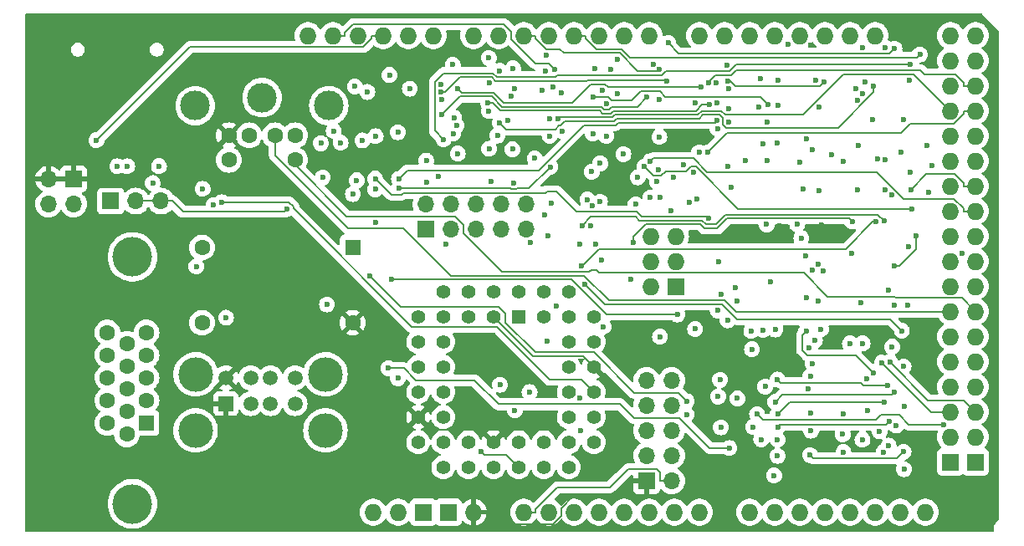
<source format=gbr>
%TF.GenerationSoftware,KiCad,Pcbnew,8.0.8+dfsg-1*%
%TF.CreationDate,2025-07-24T05:24:10-04:00*%
%TF.ProjectId,VGA_SRAM_SHIELD_DB_MULTIPLEX,5647415f-5352-4414-9d5f-534849454c44,rev?*%
%TF.SameCoordinates,Original*%
%TF.FileFunction,Copper,L5,Inr*%
%TF.FilePolarity,Positive*%
%FSLAX46Y46*%
G04 Gerber Fmt 4.6, Leading zero omitted, Abs format (unit mm)*
G04 Created by KiCad (PCBNEW 8.0.8+dfsg-1) date 2025-07-24 05:24:10*
%MOMM*%
%LPD*%
G01*
G04 APERTURE LIST*
%TA.AperFunction,ComponentPad*%
%ADD10R,1.700000X1.700000*%
%TD*%
%TA.AperFunction,ComponentPad*%
%ADD11O,1.700000X1.700000*%
%TD*%
%TA.AperFunction,ComponentPad*%
%ADD12R,1.500000X1.500000*%
%TD*%
%TA.AperFunction,ComponentPad*%
%ADD13C,1.500000*%
%TD*%
%TA.AperFunction,ComponentPad*%
%ADD14C,3.500000*%
%TD*%
%TA.AperFunction,ComponentPad*%
%ADD15C,4.000000*%
%TD*%
%TA.AperFunction,ComponentPad*%
%ADD16R,1.600000X1.600000*%
%TD*%
%TA.AperFunction,ComponentPad*%
%ADD17C,1.600000*%
%TD*%
%TA.AperFunction,ComponentPad*%
%ADD18R,1.422400X1.422400*%
%TD*%
%TA.AperFunction,ComponentPad*%
%ADD19C,1.422400*%
%TD*%
%TA.AperFunction,ComponentPad*%
%ADD20O,1.727200X1.727200*%
%TD*%
%TA.AperFunction,ComponentPad*%
%ADD21R,1.727200X1.727200*%
%TD*%
%TA.AperFunction,ComponentPad*%
%ADD22C,2.990000*%
%TD*%
%TA.AperFunction,ViaPad*%
%ADD23C,0.600000*%
%TD*%
%TA.AperFunction,Conductor*%
%ADD24C,0.200000*%
%TD*%
G04 APERTURE END LIST*
D10*
%TO.N,GND*%
%TO.C,J8*%
X40341200Y-42790800D03*
D11*
%TO.N,Net-(J8-Pin_2)*%
X42881200Y-42790800D03*
X45421200Y-42790800D03*
%TD*%
D12*
%TO.N,PWR*%
%TO.C,J1*%
X52001200Y-63300800D03*
D13*
%TO.N,Net-(A1-D18{slash}TX1)*%
X54501200Y-63300800D03*
%TO.N,Net-(A1-D19{slash}RX1)*%
X56501200Y-63300800D03*
%TO.N,GND*%
X59001200Y-63300800D03*
%TO.N,PWR*%
X52001200Y-60680800D03*
%TO.N,Net-(A1-D16{slash}TX2)*%
X54501200Y-60680800D03*
%TO.N,Net-(A1-D17{slash}RX2)*%
X56501200Y-60680800D03*
%TO.N,GND*%
X59001200Y-60680800D03*
D14*
X48931200Y-66010800D03*
X62071200Y-66010800D03*
X48931200Y-60330800D03*
X62071200Y-60330800D03*
%TD*%
D15*
%TO.N,N/C*%
%TO.C,J7*%
X42541200Y-48445800D03*
X42541200Y-73445800D03*
D16*
%TO.N,RED*%
X43961200Y-65260800D03*
D17*
%TO.N,GREEN*%
X43961200Y-62970800D03*
%TO.N,BLUE*%
X43961200Y-60680800D03*
%TO.N,unconnected-(J7-Pad4)*%
X43961200Y-58390800D03*
%TO.N,GND*%
X43961200Y-56100800D03*
X41981200Y-66405800D03*
X41981200Y-64115800D03*
X41981200Y-61825800D03*
%TO.N,unconnected-(J7-Pad9)*%
X41981200Y-59535800D03*
%TO.N,GND*%
X41981200Y-57245800D03*
%TO.N,unconnected-(J7-Pad11)*%
X40001200Y-65260800D03*
%TO.N,unconnected-(J7-Pad12)*%
X40001200Y-62970800D03*
%TO.N,Net-(J7-Pad13)*%
X40001200Y-60680800D03*
%TO.N,Net-(J7-Pad14)*%
X40001200Y-58390800D03*
%TO.N,unconnected-(J7-Pad15)*%
X40001200Y-56100800D03*
%TD*%
D18*
%TO.N,READY*%
%TO.C,U4*%
X81621200Y-54510800D03*
D19*
%TO.N,Net-(X1-OUT)*%
X79081200Y-51970800D03*
%TO.N,PWR*%
X79081200Y-54510800D03*
%TO.N,COUNTER_MEMADDR0*%
X76541200Y-51970800D03*
%TO.N,COUNTER_MEMADDR1*%
X76541200Y-54510800D03*
%TO.N,COUNTER_MEMADDR2*%
X74001200Y-51970800D03*
%TO.N,TDI*%
X71461200Y-54510800D03*
%TO.N,COUNTER_MEMADDR3*%
X74001200Y-54510800D03*
%TO.N,COUNTER_MEMADDR4*%
X71461200Y-57050800D03*
%TO.N,GND*%
X74001200Y-57050800D03*
%TO.N,COUNTER_MEMADDR5*%
X71461200Y-59590800D03*
%TO.N,COUNTER_MEMADDR6*%
X74001200Y-59590800D03*
%TO.N,TMS*%
X71461200Y-62130800D03*
%TO.N,COUNTER_MEMADDR7*%
X74001200Y-62130800D03*
%TO.N,PWR*%
X71461200Y-64670800D03*
%TO.N,COUNTER_MEMADDR8*%
X74001200Y-64670800D03*
%TO.N,COUNTER_MEMADDR9*%
X71461200Y-67210800D03*
%TO.N,COUNTER_MEMADDR10*%
X74001200Y-69750800D03*
%TO.N,COUNTER_MEMADDR11*%
X74001200Y-67210800D03*
%TO.N,COUNTER_MEMADDR12*%
X76541200Y-69750800D03*
%TO.N,COUNTER_MEMADDR13*%
X76541200Y-67210800D03*
%TO.N,GND*%
X79081200Y-69750800D03*
%TO.N,PWR*%
X79081200Y-67210800D03*
%TO.N,COUNTER_MEMADDR14*%
X81621200Y-69750800D03*
%TO.N,COUNTER_MEMADDR15*%
X81621200Y-67210800D03*
%TO.N,COUNTER_MEMADDR16*%
X84161200Y-69750800D03*
%TO.N,COUNTER_MEMADDR17*%
X84161200Y-67210800D03*
%TO.N,COUNTER_MEMADDR18*%
X86701200Y-69750800D03*
%TO.N,COUNTER_MEMADDR19*%
X89241200Y-67210800D03*
%TO.N,GND*%
X86701200Y-67210800D03*
%TO.N,unconnected-(U4-Pad31)*%
X89241200Y-64670800D03*
%TO.N,TCK*%
X86701200Y-64670800D03*
%TO.N,~{H_SYNC}*%
X89241200Y-62130800D03*
%TO.N,~{V_SYNC}*%
X86701200Y-62130800D03*
%TO.N,PWR*%
X89241200Y-59590800D03*
%TO.N,BANK_SELECT*%
X86701200Y-59590800D03*
%TO.N,unconnected-(U4-Pad37)*%
X89241200Y-57050800D03*
%TO.N,TDO*%
X86701200Y-57050800D03*
%TO.N,~{VGA_OUT}*%
X89241200Y-54510800D03*
%TO.N,unconnected-(U4-Pad40)*%
X86701200Y-51970800D03*
%TO.N,unconnected-(U4-Pad41)*%
X86701200Y-54510800D03*
%TO.N,GND*%
X84161200Y-51970800D03*
%TO.N,unconnected-(U4-Pad43)*%
X84161200Y-54510800D03*
%TO.N,unconnected-(U4-Pad44)*%
X81621200Y-51970800D03*
%TD*%
D20*
%TO.N,3.3V*%
%TO.C,A1*%
X66896400Y-74291800D03*
%TO.N,5V*%
X69436400Y-74291800D03*
X97503400Y-46351800D03*
X125316400Y-26031800D03*
X127856400Y-26031800D03*
%TO.N,Net-(J2-Pin_2)*%
X82136400Y-74291800D03*
%TO.N,Net-(J2-Pin_3)*%
X84676400Y-74291800D03*
%TO.N,Net-(J2-Pin_4)*%
X87216400Y-74291800D03*
%TO.N,Net-(J2-Pin_5)*%
X89756400Y-74291800D03*
%TO.N,Net-(J2-Pin_9)*%
X92296400Y-74291800D03*
%TO.N,Net-(J2-Pin_8)*%
X94836400Y-74291800D03*
%TO.N,Net-(J2-Pin_7)*%
X97376400Y-74291800D03*
%TO.N,Net-(J2-Pin_6)*%
X99916400Y-74291800D03*
%TO.N,DATA11*%
X104996400Y-74291800D03*
%TO.N,DATA12*%
X107536400Y-74291800D03*
%TO.N,DATA13*%
X110076400Y-74291800D03*
%TO.N,DATA14*%
X112616400Y-74291800D03*
%TO.N,unconnected-(A1-CANRX-PadCANR)*%
X120236400Y-74291800D03*
%TO.N,unconnected-(A1-CANTX-PadCANT)*%
X122776400Y-74291800D03*
%TO.N,unconnected-(A1-D0{slash}RX0-PadD0)*%
X94836400Y-26031800D03*
%TO.N,unconnected-(A1-D1{slash}TX0-PadD1)*%
X92296400Y-26031800D03*
%TO.N,/MCU OE*%
X89756400Y-26031800D03*
%TO.N,/MCU CE*%
X87216400Y-26031800D03*
%TO.N,/MCU WE*%
X84676400Y-26031800D03*
%TO.N,BANK_SELECT*%
X82136400Y-26031800D03*
%TO.N,Net-(A1-PadD6)*%
X79596400Y-26031800D03*
%TO.N,Net-(A1-PadD7)*%
X77056400Y-26031800D03*
%TO.N,unconnected-(A1-PadD8)*%
X72992400Y-26031800D03*
%TO.N,unconnected-(A1-PadD9)*%
X70452400Y-26031800D03*
%TO.N,/SD_CS*%
X67912400Y-26031800D03*
%TO.N,MCUMEMADDR7*%
X65372400Y-26031800D03*
%TO.N,MCUMEMADDR8*%
X62832400Y-26031800D03*
%TO.N,unconnected-(A1-PadD13)*%
X60292400Y-26031800D03*
%TO.N,MCUMEMADDR4*%
X99916400Y-26031800D03*
%TO.N,MCUMEMADDR5*%
X102456400Y-26031800D03*
%TO.N,Net-(A1-D16{slash}TX2)*%
X104996400Y-26031800D03*
%TO.N,Net-(A1-D17{slash}RX2)*%
X107536400Y-26031800D03*
%TO.N,Net-(A1-D18{slash}TX1)*%
X110076400Y-26031800D03*
%TO.N,Net-(A1-D19{slash}RX1)*%
X112616400Y-26031800D03*
%TO.N,unconnected-(A1-D20{slash}SDA-PadD20)*%
X115156400Y-26031800D03*
%TO.N,unconnected-(A1-D21{slash}SCL-PadD21)*%
X117696400Y-26031800D03*
%TO.N,unconnected-(A1-PadD22)*%
X125316400Y-28571800D03*
%TO.N,unconnected-(A1-PadD23)*%
X127856400Y-28571800D03*
%TO.N,unconnected-(A1-PadD24)*%
X125316400Y-31111800D03*
%TO.N,MCUMEMADDR0*%
X127856400Y-31111800D03*
%TO.N,MCUMEMADDR1*%
X125316400Y-33651800D03*
%TO.N,MCUMEMADDR2*%
X127856400Y-33651800D03*
%TO.N,MCUMEMADDR3*%
X125316400Y-36191800D03*
%TO.N,MCUMEMADDR6*%
X127856400Y-36191800D03*
%TO.N,MCUMEMADDR9*%
X125316400Y-38731800D03*
%TO.N,READY*%
X127856400Y-38731800D03*
%TO.N,MCUMEMADDR10*%
X125316400Y-41271800D03*
%TO.N,MCUMEMADDR11*%
X127856400Y-41271800D03*
%TO.N,MCUMEMADDR12*%
X125316400Y-43811800D03*
%TO.N,MCUMEMADDR13*%
X127856400Y-43811800D03*
%TO.N,MCUMEMADDR14*%
X125316400Y-46351800D03*
%TO.N,MCUMEMADDR15*%
X127856400Y-46351800D03*
%TO.N,MCUMEMADDR16*%
X125316400Y-48891800D03*
%TO.N,MCUMEMADDR17*%
X127856400Y-48891800D03*
%TO.N,MCUMEMADDR18*%
X125316400Y-51431800D03*
%TO.N,MCUMEMADDR19*%
X127856400Y-51431800D03*
%TO.N,/PS2_DAT*%
X125316400Y-53971800D03*
%TO.N,/PS2_CLK*%
X127856400Y-53971800D03*
%TO.N,DATA7*%
X125316400Y-56511800D03*
%TO.N,DATA6*%
X127856400Y-56511800D03*
%TO.N,DATA5*%
X125316400Y-59051800D03*
%TO.N,DATA4*%
X127856400Y-59051800D03*
%TO.N,DATA3*%
X125316400Y-61591800D03*
%TO.N,DATA2*%
X127856400Y-61591800D03*
%TO.N,DATA1*%
X125316400Y-64131800D03*
%TO.N,DATA0*%
X127856400Y-64131800D03*
%TO.N,DATA15*%
X125316400Y-66671800D03*
%TO.N,DATA8*%
X127856400Y-66671800D03*
%TO.N,DATA9*%
X115156400Y-74291800D03*
%TO.N,DATA10*%
X117696400Y-74291800D03*
D21*
%TO.N,GND*%
X71976400Y-74291800D03*
X74516400Y-74291800D03*
X97503400Y-51431800D03*
X125316400Y-69211800D03*
X127856400Y-69211800D03*
D20*
%TO.N,Net-(A1-SPI_MISO)*%
X94963400Y-46351800D03*
%TO.N,Net-(A1-SPI_MOSI)*%
X97503400Y-48891800D03*
%TO.N,unconnected-(A1-SPI_RESET-PadRST2)*%
X94963400Y-51431800D03*
%TO.N,Net-(A1-SPI_SCK)*%
X94963400Y-48891800D03*
%TO.N,PWR*%
X77056400Y-74291800D03*
%TD*%
D17*
%TO.N,/PS2_DAT*%
%TO.C,J3*%
X56951200Y-36130800D03*
%TO.N,unconnected-(J3-Pad2)*%
X54351200Y-36130800D03*
%TO.N,GND*%
X59001200Y-36130800D03*
%TO.N,PWR*%
X52301200Y-36130800D03*
%TO.N,/PS2_CLK*%
X59001200Y-38620800D03*
%TO.N,unconnected-(J3-Pad6)*%
X52301200Y-38620800D03*
D22*
%TO.N,N/C*%
X48891200Y-33130800D03*
X55651200Y-32320800D03*
X62411200Y-33130800D03*
%TD*%
D16*
%TO.N,unconnected-(X1-NC-Pad1)*%
%TO.C,X1*%
X64821200Y-47490800D03*
D17*
%TO.N,GND*%
X49581200Y-47490800D03*
%TO.N,Net-(X1-OUT)*%
X49581200Y-55110800D03*
%TO.N,PWR*%
X64821200Y-55110800D03*
%TD*%
D10*
%TO.N,PWR*%
%TO.C,J2*%
X94561200Y-71100800D03*
D11*
%TO.N,Net-(J2-Pin_2)*%
X97101200Y-71100800D03*
%TO.N,Net-(J2-Pin_3)*%
X94561200Y-68560800D03*
%TO.N,Net-(J2-Pin_4)*%
X97101200Y-68560800D03*
%TO.N,Net-(J2-Pin_5)*%
X94561200Y-66020800D03*
%TO.N,Net-(J2-Pin_6)*%
X97101200Y-66020800D03*
%TO.N,Net-(J2-Pin_7)*%
X94561200Y-63480800D03*
%TO.N,Net-(J2-Pin_8)*%
X97101200Y-63480800D03*
%TO.N,Net-(J2-Pin_9)*%
X94561200Y-60940800D03*
%TO.N,GND*%
X97101200Y-60940800D03*
%TD*%
D10*
%TO.N,PWR*%
%TO.C,J4*%
X36571200Y-40540800D03*
D11*
X34031200Y-40540800D03*
%TO.N,GND*%
X36571200Y-43080800D03*
X34031200Y-43080800D03*
%TD*%
D10*
%TO.N,TCK*%
%TO.C,J5*%
X72241200Y-45650800D03*
D11*
%TO.N,GND*%
X72241200Y-43110800D03*
%TO.N,TDO*%
X74781200Y-45650800D03*
%TO.N,PWR*%
X74781200Y-43110800D03*
%TO.N,TMS*%
X77321200Y-45650800D03*
%TO.N,unconnected-(J5-Pin_6-Pad6)*%
X77321200Y-43110800D03*
%TO.N,unconnected-(J5-Pin_7-Pad7)*%
X79861200Y-45650800D03*
%TO.N,unconnected-(J5-Pin_8-Pad8)*%
X79861200Y-43110800D03*
%TO.N,TDI*%
X82401200Y-45650800D03*
%TO.N,GND*%
X82401200Y-43110800D03*
%TD*%
D23*
%TO.N,GND*%
X49000000Y-49400000D03*
X52000000Y-54600000D03*
%TO.N,PWR*%
X79600000Y-59800000D03*
X79000000Y-58000000D03*
%TO.N,DATA_BANK22*%
X115150100Y-57207400D03*
X120647200Y-63618300D03*
X110935700Y-61822000D03*
%TO.N,Net-(A1-SPI_MISO)*%
X45222500Y-39256300D03*
%TO.N,DATA_BANK27*%
X107826900Y-68588100D03*
X120617900Y-69946800D03*
X110229500Y-46547000D03*
%TO.N,DATA_BANK20*%
X117505800Y-60193000D03*
X110727500Y-55945900D03*
%TO.N,DATA_BANK21*%
X107828400Y-60855700D03*
X118964800Y-61460400D03*
X111944400Y-52917600D03*
%TO.N,DATA_BANK23*%
X116906700Y-64005700D03*
X116441200Y-57200900D03*
%TO.N,DATA_BANK24*%
X111343000Y-49745500D03*
X105753700Y-64370800D03*
X124595400Y-65401800D03*
%TO.N,Net-(A1-SPI_SCK)*%
X42018200Y-39271800D03*
%TO.N,MCUMEMADDR13*%
X94930900Y-38758400D03*
%TO.N,MCUMEMADDR19*%
X115918400Y-32569400D03*
%TO.N,MCUMEMADDR12*%
X100051100Y-31225100D03*
X75488500Y-31380700D03*
%TO.N,MCUMEMADDR2*%
X100785300Y-37856800D03*
%TO.N,MCUMEMADDR0*%
X100815400Y-30844000D03*
%TO.N,MCUMEMADDR14*%
X123442600Y-39224700D03*
X75103700Y-34346700D03*
X90486500Y-36193900D03*
%TO.N,MCUMEMADDR11*%
X84008300Y-31578600D03*
X88885100Y-45261200D03*
X121333100Y-41625700D03*
%TO.N,MCUMEMADDR3*%
X100892800Y-33055600D03*
X78536000Y-32858900D03*
%TO.N,MCUMEMADDR9*%
X97072300Y-43755800D03*
%TO.N,MCUMEMADDR5*%
X84575900Y-46278100D03*
X84776207Y-34467877D03*
%TO.N,MCUMEMADDR6*%
X101867700Y-48898300D03*
X123140200Y-41906800D03*
X89994700Y-48733100D03*
X84760408Y-36193074D03*
%TO.N,MCUMEMADDR8*%
X85258200Y-29452800D03*
X89094900Y-43243400D03*
%TO.N,MCUMEMADDR18*%
X113275000Y-38131500D03*
%TO.N,MCUMEMADDR15*%
X120282400Y-37871600D03*
X73833200Y-32541500D03*
X90494700Y-32905300D03*
%TO.N,MCUMEMADDR7*%
X85904300Y-31808700D03*
X95616700Y-40841400D03*
X73491100Y-40285600D03*
%TO.N,MCUMEMADDR4*%
X84241404Y-44154904D03*
X93453400Y-43130100D03*
X91599100Y-28407400D03*
X81172800Y-31396400D03*
%TO.N,DATA_BANK26*%
X107830100Y-66928300D03*
X118154400Y-66116300D03*
X109816500Y-45162400D03*
%TO.N,DATA_BANK25*%
X111204500Y-66044600D03*
X119831500Y-65525000D03*
X110631900Y-48381000D03*
%TO.N,DATA_BANK17*%
X120577500Y-68184200D03*
X111109600Y-68505800D03*
X106783500Y-34779700D03*
%TO.N,DATA_BANK11*%
X116859600Y-60782500D03*
X106577400Y-61581600D03*
X110065200Y-38895300D03*
%TO.N,DATA_BANK12*%
X119650600Y-62158900D03*
X107595000Y-63121800D03*
X114493100Y-38730000D03*
%TO.N,DATA_BANK16*%
X118575900Y-68198700D03*
X106178400Y-66928300D03*
X106313800Y-36981900D03*
X105236800Y-57800000D03*
%TO.N,DATA_BANK15*%
X119064200Y-67546600D03*
X116388200Y-31891700D03*
%TO.N,DATA_BANK14*%
X119105400Y-65119300D03*
X107847100Y-65663900D03*
X115779000Y-31369100D03*
X115996400Y-37204200D03*
%TO.N,DATA_BANK10*%
X111146200Y-60544400D03*
X120577400Y-59553100D03*
X110425000Y-41562400D03*
%TO.N,DATA_BANK13*%
X118646700Y-63118800D03*
X107847100Y-64370800D03*
X112033200Y-41728200D03*
%TO.N,~{VGA_OUT 1}*%
X107091200Y-50984400D03*
X111377000Y-59270800D03*
%TO.N,MCUMEMADDR10*%
X87849500Y-47168800D03*
X80993800Y-37540000D03*
%TO.N,MCUMEMADDR17*%
X122963300Y-37204200D03*
%TO.N,MCUMEMADDR1*%
X85626200Y-34471872D03*
%TO.N,/MCU OE*%
X121057200Y-47449400D03*
X115948900Y-41683100D03*
X111598477Y-56900523D03*
%TO.N,Net-(A1-SPI_MOSI)*%
X44597700Y-40973900D03*
%TO.N,~{WE_BANK2}*%
X103533700Y-51591100D03*
%TO.N,DATA1*%
X118386300Y-59149200D03*
%TO.N,DATA5*%
X114423700Y-66406400D03*
%TO.N,~{WE_BANK1}*%
X99477500Y-55744500D03*
X111333900Y-37615900D03*
%TO.N,~{OE_BANK2}*%
X106720700Y-45158000D03*
X110726100Y-52547900D03*
%TO.N,~{OE_BANK1}*%
X112423100Y-49850800D03*
X106061200Y-30384900D03*
%TO.N,DATA3*%
X103761900Y-62770400D03*
%TO.N,Net-(A1-PadD7)*%
X64852500Y-42090254D03*
%TO.N,~{MCU_WE}*%
X121036800Y-53333800D03*
X101772500Y-53871800D03*
%TO.N,MEMADDR_BANK217*%
X119017700Y-51846800D03*
X110750400Y-36502000D03*
%TO.N,MEMADDR_BANK219*%
X105907100Y-33296600D03*
X116275100Y-53088800D03*
%TO.N,MEMADDR_BANK216*%
X107891000Y-33071500D03*
X119601200Y-53356300D03*
%TO.N,MEMADDR_BANK218*%
X111943200Y-49184400D03*
X104591900Y-38718800D03*
%TO.N,DATA0*%
X119194100Y-59050000D03*
%TO.N,MEMADDR_BANK211*%
X88025500Y-45269900D03*
X118622100Y-44805900D03*
%TO.N,MEMADDR_BANK213*%
X97265900Y-40404700D03*
X119363300Y-42181000D03*
%TO.N,MEMADDR_BANK212*%
X101693000Y-32822100D03*
X118749600Y-41662900D03*
%TO.N,MEMADDR_BANK214*%
X94350600Y-39309700D03*
X121380900Y-43558300D03*
%TO.N,MEMADDR_BANK215*%
X81060400Y-29350600D03*
X88278200Y-51205800D03*
X120401200Y-55920600D03*
%TO.N,MEMADDR_BANK28*%
X95942700Y-42447900D03*
%TO.N,MEMADDR_BANK29*%
X115401900Y-44851900D03*
X93257500Y-46980300D03*
%TO.N,MEMADDR_BANK210*%
X117802600Y-44880800D03*
X88012900Y-49332100D03*
%TO.N,MEMADDR_BANK20*%
X102082100Y-52234400D03*
X101738600Y-35456200D03*
X95883800Y-32493000D03*
%TO.N,MEMADDR_BANK22*%
X99308000Y-39879600D03*
X105170050Y-55950000D03*
%TO.N,MEMADDR_BANK23*%
X103735400Y-52930200D03*
X99529800Y-32838400D03*
%TO.N,5V*%
X41007400Y-39260900D03*
%TO.N,DATA7*%
X114487900Y-68215800D03*
%TO.N,DATA4*%
X114463500Y-64357300D03*
%TO.N,MEMADDR_BANK21*%
X95860800Y-36293400D03*
X106370050Y-55838956D03*
%TO.N,/MCU WE*%
X121801700Y-46292400D03*
X119608200Y-49313300D03*
%TO.N,MEMADDR_BANK24*%
X98867800Y-42957500D03*
X102759800Y-54857900D03*
%TO.N,BANK_SELECT*%
X89872900Y-38975000D03*
X95883000Y-29466600D03*
X111031815Y-57670800D03*
%TO.N,COUNTER_MEMADDR16*%
X87931400Y-66005100D03*
X107872100Y-30558700D03*
X108870900Y-26943500D03*
%TO.N,MEMADDR_BANK118*%
X117949800Y-38490400D03*
%TO.N,MEMADDR_BANK119*%
X117404300Y-34509900D03*
%TO.N,COUNTER_MEMADDR18*%
X102893300Y-34773200D03*
%TO.N,COUNTER_MEMADDR19*%
X102833100Y-30641200D03*
X112545800Y-30720800D03*
%TO.N,MEMADDR_BANK117*%
X118750000Y-38624500D03*
%TO.N,MEMADDR_BANK116*%
X120555900Y-34557500D03*
%TO.N,COUNTER_MEMADDR17*%
X112016400Y-33296800D03*
X105361800Y-65663900D03*
%TO.N,MEMADDR_BANK19*%
X89125600Y-35940800D03*
X116461200Y-27243300D03*
%TO.N,MEMADDR_BANK111*%
X79715600Y-34878900D03*
X117551500Y-31180400D03*
%TO.N,COUNTER_MEMADDR12*%
X79684100Y-29590800D03*
X101632800Y-30783800D03*
%TO.N,COUNTER_MEMADDR11*%
X84533100Y-57015400D03*
X85115400Y-31247100D03*
%TO.N,COUNTER_MEMADDR15*%
X73738200Y-30941100D03*
X91599200Y-31949300D03*
%TO.N,MEMADDR_BANK18*%
X89131500Y-32258600D03*
X106830500Y-32989100D03*
%TO.N,COUNTER_MEMADDR14*%
X75461700Y-37980700D03*
X77834200Y-68134500D03*
%TO.N,COUNTER_MEMADDR8*%
X89351000Y-29391200D03*
X88582200Y-42624500D03*
X79731200Y-61394100D03*
%TO.N,Net-(A1-PadD6)*%
X65809100Y-36651800D03*
%TO.N,COUNTER_MEMADDR13*%
X67111400Y-44931500D03*
X69512100Y-40538200D03*
X101693000Y-34656000D03*
%TO.N,MEMADDR_BANK112*%
X78602400Y-28292900D03*
X118670800Y-27245800D03*
%TO.N,MEMADDR_BANK113*%
X74988900Y-35940800D03*
X96758800Y-26774300D03*
X119661200Y-27351900D03*
%TO.N,COUNTER_MEMADDR9*%
X90202100Y-55512800D03*
X87833700Y-62761500D03*
X89384400Y-47162000D03*
X86018941Y-35710276D03*
%TO.N,MEMADDR_BANK110*%
X83253000Y-38474200D03*
X95756600Y-39641100D03*
X102894000Y-33405900D03*
X116696200Y-30726800D03*
%TO.N,MEMADDR_BANK115*%
X121246800Y-39866400D03*
X72276500Y-38689200D03*
%TO.N,MEMADDR_BANK114*%
X74016600Y-36535700D03*
X121243800Y-28947800D03*
%TO.N,~{COUNTER_BANK1}*%
X119428800Y-57545200D03*
X121148200Y-30566200D03*
X84418300Y-28040500D03*
X115312800Y-48067300D03*
%TO.N,MEMADDR_BANK13*%
X78602200Y-33659100D03*
X102767100Y-39244200D03*
%TO.N,COUNTER_MEMADDR7*%
X89852500Y-42869300D03*
X82727300Y-62130800D03*
X90131800Y-31555100D03*
%TO.N,COUNTER_MEMADDR6*%
X80511395Y-34659365D03*
X81102600Y-40996800D03*
%TO.N,COUNTER_MEMADDR5*%
X85440300Y-53453100D03*
X78630100Y-30840900D03*
X82792400Y-47014800D03*
%TO.N,MEMADDR_BANK12*%
X98338800Y-39132200D03*
X78630400Y-37486400D03*
%TO.N,COUNTER_MEMADDR0*%
X74954900Y-28990000D03*
%TO.N,COUNTER_MEMADDR1*%
X73807000Y-34058000D03*
X94617500Y-32289600D03*
%TO.N,COUNTER_MEMADDR4*%
X84333400Y-29630100D03*
X84830800Y-39326600D03*
X69512100Y-41511300D03*
%TO.N,COUNTER_MEMADDR2*%
X75354600Y-35155700D03*
X99883400Y-37852000D03*
%TO.N,MEMADDR_BANK14*%
X94958400Y-42441800D03*
X84920000Y-43000000D03*
X80825100Y-32208600D03*
%TO.N,MEMADDR_BANK10*%
X106740800Y-38688500D03*
X70608000Y-31410400D03*
%TO.N,MEMADDR_BANK11*%
X78822700Y-40832900D03*
X103105400Y-41405000D03*
%TO.N,MEMADDR_BANK15*%
X95247700Y-28970200D03*
X79474600Y-36156100D03*
%TO.N,COUNTER_MEMADDR3*%
X73779000Y-31741300D03*
X96599200Y-30615800D03*
%TO.N,MEMADDR_BANK16*%
X102868600Y-31441400D03*
X92223500Y-38042200D03*
%TO.N,Net-(U21-B7)*%
X102945000Y-67798300D03*
X68458100Y-59716000D03*
X61604500Y-36938700D03*
X65041200Y-31193000D03*
%TO.N,Net-(U21-B6)*%
X95929200Y-56528300D03*
X89024200Y-39823800D03*
X62899100Y-35690100D03*
%TO.N,Net-(U21-B5)*%
X102090000Y-65706300D03*
X93682500Y-40385200D03*
X65239011Y-40694924D03*
%TO.N,Net-(U21-B4)*%
X98638400Y-64386800D03*
X69410300Y-60731600D03*
X63602400Y-36878100D03*
X68551600Y-30023500D03*
%TO.N,Net-(U21-B3)*%
X111135700Y-64260300D03*
X98636100Y-63058300D03*
X67152100Y-36217400D03*
X66586700Y-50398800D03*
%TO.N,Net-(U21-B2)*%
X101800600Y-62592100D03*
X100818600Y-44543500D03*
X67111400Y-40530200D03*
%TO.N,Net-(U21-B1)*%
X97679100Y-54281000D03*
X68790800Y-50732500D03*
X69397200Y-35822300D03*
%TO.N,Net-(U21-B0)*%
X72275300Y-40889800D03*
X99668000Y-42566500D03*
X102006500Y-60893500D03*
%TO.N,/MCU CE*%
X126480200Y-48121500D03*
X122226200Y-27943400D03*
%TO.N,RED*%
X61800000Y-40400000D03*
%TO.N,Net-(J7-Pad14)*%
X49650000Y-41551200D03*
%TO.N,Net-(J7-Pad13)*%
X50756600Y-43205100D03*
%TO.N,BLUE*%
X67111400Y-41599100D03*
X62223180Y-53257580D03*
%TO.N,DATA6*%
X116421900Y-66945800D03*
%TO.N,GREEN*%
X66314900Y-31743300D03*
%TO.N,Net-(J8-Pin_2)*%
X58212900Y-43584300D03*
%TO.N,Net-(A1-D19{slash}RX1)*%
X81236600Y-63964400D03*
%TO.N,GND*%
X107794200Y-36893300D03*
X107476400Y-70570100D03*
X92962800Y-50675800D03*
X107601200Y-55800000D03*
X90917800Y-29461500D03*
X111661200Y-30568800D03*
X112215900Y-55750177D03*
%TO.N,/SD_CS*%
X38901200Y-36630700D03*
%TO.N,~{V_SYNC}*%
X74262100Y-47165700D03*
%TO.N,~{H_SYNC}*%
X51595400Y-42906600D03*
%TO.N,PWR*%
X88426100Y-38724500D03*
X102718800Y-29040800D03*
X123078400Y-57192300D03*
X108039500Y-45260200D03*
X79692400Y-27995600D03*
X108081545Y-58565645D03*
X112297700Y-45213700D03*
X111156700Y-26987300D03*
%TD*%
D24*
%TO.N,DATA_BANK20*%
X110727500Y-55945900D02*
X110317170Y-56356230D01*
X110317170Y-57869239D02*
X110847931Y-58400000D01*
X110317170Y-56356230D02*
X110317170Y-57869239D01*
X110847931Y-58400000D02*
X115712800Y-58400000D01*
X115712800Y-58400000D02*
X117505800Y-60193000D01*
%TO.N,DATA0*%
X126692700Y-62968100D02*
X123070300Y-62968100D01*
X123070300Y-62968100D02*
X119194100Y-59091900D01*
X119194100Y-59091900D02*
X119194100Y-59050000D01*
X127856400Y-64131800D02*
X126692700Y-62968100D01*
%TO.N,/PS2_CLK*%
X89784400Y-50058600D02*
X89466800Y-49741000D01*
X119627300Y-52457200D02*
X112898700Y-52457200D01*
X76051200Y-45232400D02*
X75150200Y-44331400D01*
X112898700Y-52457200D02*
X110500100Y-50058600D01*
X64212161Y-44331400D02*
X59001200Y-39120439D01*
X119773800Y-52603700D02*
X119627300Y-52457200D01*
X127856400Y-53971800D02*
X126488300Y-52603700D01*
X110500100Y-50058600D02*
X89784400Y-50058600D01*
X59001200Y-39120439D02*
X59001200Y-38620800D01*
X89466800Y-49741000D02*
X88969700Y-49741000D01*
X88969700Y-49741000D02*
X88778500Y-49932200D01*
X75150200Y-44331400D02*
X64212161Y-44331400D01*
X79902500Y-49932200D02*
X76051200Y-46080900D01*
X88778500Y-49932200D02*
X79902500Y-49932200D01*
X76051200Y-46080900D02*
X76051200Y-45232400D01*
X126488300Y-52603700D02*
X119773800Y-52603700D01*
%TO.N,MCUMEMADDR1*%
X100127000Y-33655800D02*
X99732900Y-34049900D01*
%TO.N,MEMADDR_BANK111*%
X101941600Y-34055900D02*
X102293100Y-34407400D01*
X91240400Y-34705700D02*
X91496100Y-34450000D01*
X100292700Y-34055900D02*
X101941600Y-34055900D01*
X85317595Y-35520000D02*
X85719584Y-35118011D01*
%TO.N,MCUMEMADDR1*%
X102501400Y-34049900D02*
X102107300Y-33655800D01*
X91330400Y-34049900D02*
X91074700Y-34305600D01*
%TO.N,MEMADDR_BANK111*%
X113954400Y-35382100D02*
X117551500Y-31785000D01*
X85863889Y-35118011D02*
X86276200Y-34705700D01*
X79715600Y-34878900D02*
X80356700Y-35520000D01*
X117551500Y-31785000D02*
X117551500Y-31180400D01*
%TO.N,MCUMEMADDR1*%
X85792472Y-34305600D02*
X85626200Y-34471872D01*
X121612700Y-29948100D02*
X114516600Y-29948100D01*
X99732900Y-34049900D02*
X91330400Y-34049900D01*
%TO.N,MEMADDR_BANK111*%
X91496100Y-34450000D02*
X99898600Y-34450000D01*
%TO.N,MCUMEMADDR1*%
X114516600Y-29948100D02*
X110414800Y-34049900D01*
X110414800Y-34049900D02*
X102501400Y-34049900D01*
%TO.N,MEMADDR_BANK111*%
X102587600Y-35382100D02*
X113954400Y-35382100D01*
X102293100Y-34407400D02*
X102293100Y-35087600D01*
X85719584Y-35118011D02*
X85863889Y-35118011D01*
X102293100Y-35087600D02*
X102587600Y-35382100D01*
X80356700Y-35520000D02*
X85317595Y-35520000D01*
X86276200Y-34705700D02*
X91240400Y-34705700D01*
%TO.N,MCUMEMADDR1*%
X102107300Y-33655800D02*
X100127000Y-33655800D01*
X91074700Y-34305600D02*
X85792472Y-34305600D01*
%TO.N,MEMADDR_BANK111*%
X99898600Y-34450000D02*
X100292700Y-34055900D01*
%TO.N,MCUMEMADDR1*%
X125316400Y-33651800D02*
X121612700Y-29948100D01*
%TO.N,COUNTER_MEMADDR1*%
X90246200Y-33505400D02*
X90743300Y-33505400D01*
%TO.N,MCUMEMADDR3*%
X99567400Y-33649600D02*
X100161400Y-33055600D01*
%TO.N,MCUMEMADDR12*%
X90380400Y-30955000D02*
X88927400Y-30955000D01*
%TO.N,COUNTER_MEMADDR1*%
X78908400Y-32203500D02*
X79938605Y-33233705D01*
X93657600Y-33249500D02*
X94617500Y-32289600D01*
%TO.N,MCUMEMADDR3*%
X78536000Y-32858900D02*
X78998000Y-32858900D01*
%TO.N,COUNTER_MEMADDR1*%
X73807000Y-34058000D02*
X75661500Y-32203500D01*
%TO.N,MCUMEMADDR3*%
X90909000Y-33905500D02*
X91164900Y-33649600D01*
%TO.N,MCUMEMADDR12*%
X88927400Y-30955000D02*
X87048700Y-32833700D01*
%TO.N,MCUMEMADDR3*%
X79772800Y-33633700D02*
X89808700Y-33633700D01*
%TO.N,COUNTER_MEMADDR1*%
X89974505Y-33233705D02*
X90246200Y-33505400D01*
%TO.N,MCUMEMADDR12*%
X75911200Y-31803400D02*
X75488500Y-31380700D01*
%TO.N,MCUMEMADDR3*%
X78998000Y-32858900D02*
X79772800Y-33633700D01*
%TO.N,COUNTER_MEMADDR1*%
X90999200Y-33249500D02*
X93657600Y-33249500D01*
%TO.N,MCUMEMADDR12*%
X79074100Y-31803400D02*
X75911200Y-31803400D01*
%TO.N,MCUMEMADDR3*%
X91164900Y-33649600D02*
X99567400Y-33649600D01*
%TO.N,MCUMEMADDR12*%
X100051100Y-31225100D02*
X90650500Y-31225100D01*
X87048700Y-32833700D02*
X80104400Y-32833700D01*
X90650500Y-31225100D02*
X90380400Y-30955000D01*
X80104400Y-32833700D02*
X79074100Y-31803400D01*
%TO.N,COUNTER_MEMADDR1*%
X75661500Y-32203500D02*
X78908400Y-32203500D01*
%TO.N,MCUMEMADDR3*%
X90080500Y-33905500D02*
X90909000Y-33905500D01*
X89808700Y-33633700D02*
X90080500Y-33905500D01*
%TO.N,COUNTER_MEMADDR1*%
X90743300Y-33505400D02*
X90999200Y-33249500D01*
%TO.N,MCUMEMADDR3*%
X100161400Y-33055600D02*
X100892800Y-33055600D01*
%TO.N,COUNTER_MEMADDR1*%
X79938605Y-33233705D02*
X89974505Y-33233705D01*
%TO.N,DATA_BANK21*%
X116537300Y-61460400D02*
X118964800Y-61460400D01*
X116260100Y-61183200D02*
X116537300Y-61460400D01*
X108155900Y-61183200D02*
X116260100Y-61183200D01*
X107828400Y-60855700D02*
X108155900Y-61183200D01*
%TO.N,DATA_BANK24*%
X106354700Y-64971800D02*
X105753700Y-64370800D01*
X117766500Y-64971800D02*
X106354700Y-64971800D01*
X118273800Y-64464500D02*
X117766500Y-64971800D01*
X120124100Y-64464500D02*
X118273800Y-64464500D01*
X121061400Y-65401800D02*
X120124100Y-64464500D01*
X124595400Y-65401800D02*
X121061400Y-65401800D01*
%TO.N,MCUMEMADDR13*%
X127856400Y-43811800D02*
X126692700Y-43811800D01*
X95231600Y-38457700D02*
X94930900Y-38758400D01*
X99300700Y-38457700D02*
X95231600Y-38457700D01*
X100687300Y-39844300D02*
X99300700Y-38457700D01*
X117875400Y-39844300D02*
X100687300Y-39844300D01*
X120572900Y-42541800D02*
X117875400Y-39844300D01*
X125693900Y-42541800D02*
X120572900Y-42541800D01*
X126692700Y-43540600D02*
X125693900Y-42541800D01*
X126692700Y-43811800D02*
X126692700Y-43540600D01*
%TO.N,MCUMEMADDR2*%
X127856400Y-33651800D02*
X126692700Y-33651800D01*
X102740200Y-35901900D02*
X100785300Y-37856800D01*
X120282200Y-35901900D02*
X102740200Y-35901900D01*
X121262300Y-34921800D02*
X120282200Y-35901900D01*
X125693900Y-34921800D02*
X121262300Y-34921800D01*
X126692700Y-33923000D02*
X125693900Y-34921800D01*
X126692700Y-33651800D02*
X126692700Y-33923000D01*
%TO.N,MCUMEMADDR0*%
X127856400Y-31111800D02*
X126692700Y-31111800D01*
X126692700Y-30820800D02*
X126692700Y-31111800D01*
X125820000Y-29948100D02*
X126692700Y-30820800D01*
X122698000Y-29948100D02*
X125820000Y-29948100D01*
X122297900Y-29548000D02*
X122698000Y-29948100D01*
X103626100Y-29548000D02*
X122297900Y-29548000D01*
X103133100Y-30041000D02*
X103626100Y-29548000D01*
X101517000Y-30041000D02*
X103133100Y-30041000D01*
X100815500Y-30742500D02*
X101517000Y-30041000D01*
X100815500Y-30844000D02*
X100815500Y-30742500D01*
X100815400Y-30844000D02*
X100815500Y-30844000D01*
%TO.N,MCUMEMADDR11*%
X126692700Y-41000600D02*
X126692700Y-41271800D01*
X125773300Y-40081200D02*
X126692700Y-41000600D01*
X122877600Y-40081200D02*
X125773300Y-40081200D01*
X121333100Y-41625700D02*
X122877600Y-40081200D01*
X127856400Y-41271800D02*
X126692700Y-41271800D01*
%TO.N,MCUMEMADDR8*%
X63996100Y-25760500D02*
X63996100Y-26031800D01*
X64903300Y-24853300D02*
X63996100Y-25760500D01*
X80081000Y-24853300D02*
X64903300Y-24853300D01*
X80866400Y-25638700D02*
X80081000Y-24853300D01*
X80866400Y-26409600D02*
X80866400Y-25638700D01*
X83288500Y-28831700D02*
X80866400Y-26409600D01*
X84637100Y-28831700D02*
X83288500Y-28831700D01*
X85258200Y-29452800D02*
X84637100Y-28831700D01*
X62832400Y-26031800D02*
X63996100Y-26031800D01*
%TO.N,DATA_BANK17*%
X119902200Y-68859500D02*
X120577500Y-68184200D01*
X111463300Y-68859500D02*
X119902200Y-68859500D01*
X111109600Y-68505800D02*
X111463300Y-68859500D01*
%TO.N,DATA_BANK12*%
X119387300Y-62422200D02*
X119650600Y-62158900D01*
X108294600Y-62422200D02*
X119387300Y-62422200D01*
X107595000Y-63121800D02*
X108294600Y-62422200D01*
%TO.N,DATA_BANK14*%
X118780300Y-65444400D02*
X119105400Y-65119300D01*
X108066600Y-65444400D02*
X118780300Y-65444400D01*
X107847100Y-65663900D02*
X108066600Y-65444400D01*
%TO.N,DATA_BANK13*%
X109099100Y-63118800D02*
X118646700Y-63118800D01*
X107847100Y-64370800D02*
X109099100Y-63118800D01*
%TO.N,DATA1*%
X123368900Y-64131800D02*
X118386300Y-59149200D01*
X125316400Y-64131800D02*
X123368900Y-64131800D01*
%TO.N,MEMADDR_BANK211*%
X88934500Y-44360900D02*
X88025500Y-45269900D01*
X93444800Y-44360900D02*
X88934500Y-44360900D01*
X93839900Y-44756000D02*
X93444800Y-44360900D01*
X100182600Y-44756000D02*
X93839900Y-44756000D01*
X100572800Y-45146200D02*
X100182600Y-44756000D01*
X101589400Y-45146200D02*
X100572800Y-45146200D01*
X102581000Y-44154600D02*
X101589400Y-45146200D01*
X117970800Y-44154600D02*
X102581000Y-44154600D01*
X118622100Y-44805900D02*
X117970800Y-44154600D01*
%TO.N,MEMADDR_BANK215*%
X119238900Y-54758300D02*
X120401200Y-55920600D01*
X103746300Y-54758300D02*
X119238900Y-54758300D01*
X102222700Y-53234700D02*
X103746300Y-54758300D01*
X90307100Y-53234700D02*
X102222700Y-53234700D01*
X88278200Y-51205800D02*
X90307100Y-53234700D01*
%TO.N,MEMADDR_BANK29*%
X93257500Y-46381300D02*
X93257500Y-46980300D01*
X94482700Y-45156100D02*
X93257500Y-46381300D01*
X100016800Y-45156100D02*
X94482700Y-45156100D01*
X100440200Y-45579500D02*
X100016800Y-45156100D01*
X101721800Y-45579500D02*
X100440200Y-45579500D01*
X102746600Y-44554700D02*
X101721800Y-45579500D01*
X115104700Y-44554700D02*
X102746600Y-44554700D01*
X115401900Y-44851900D02*
X115104700Y-44554700D01*
%TO.N,MEMADDR_BANK210*%
X117802600Y-44880900D02*
X117802600Y-44880800D01*
X117478800Y-44880900D02*
X117802600Y-44880900D01*
X114703300Y-47656400D02*
X117478800Y-44880900D01*
X89738700Y-47656400D02*
X114703300Y-47656400D01*
X88063000Y-49332100D02*
X89738700Y-47656400D01*
X88012900Y-49332100D02*
X88063000Y-49332100D01*
%TO.N,/MCU WE*%
X120115000Y-49313300D02*
X119608200Y-49313300D01*
X121801700Y-47626600D02*
X120115000Y-49313300D01*
X121801700Y-46292400D02*
X121801700Y-47626600D01*
%TO.N,BANK_SELECT*%
X82136400Y-26031800D02*
X83300100Y-26031800D01*
X95753500Y-29596100D02*
X95883000Y-29466600D01*
X93636500Y-29596100D02*
X95753500Y-29596100D01*
X91847700Y-27807300D02*
X93636500Y-29596100D01*
X86159600Y-27807300D02*
X91847700Y-27807300D01*
X85792700Y-27440400D02*
X86159600Y-27807300D01*
X84437400Y-27440400D02*
X85792700Y-27440400D01*
X83300100Y-26303100D02*
X84437400Y-27440400D01*
X83300100Y-26031800D02*
X83300100Y-26303100D01*
%TO.N,COUNTER_MEMADDR19*%
X112097500Y-31169100D02*
X112545800Y-30720800D01*
X103561100Y-31169100D02*
X112097500Y-31169100D01*
X103033200Y-30641200D02*
X103561100Y-31169100D01*
X102833100Y-30641200D02*
X103033200Y-30641200D01*
%TO.N,MEMADDR_BANK18*%
X90696700Y-32258600D02*
X89131500Y-32258600D01*
X90999200Y-32561100D02*
X90696700Y-32258600D01*
X93059900Y-32561100D02*
X90999200Y-32561100D01*
X93962500Y-31658500D02*
X93059900Y-32561100D01*
X95898000Y-31658500D02*
X93962500Y-31658500D01*
X96461500Y-32222000D02*
X95898000Y-31658500D01*
X106063400Y-32222000D02*
X96461500Y-32222000D01*
X106830500Y-32989100D02*
X106063400Y-32222000D01*
%TO.N,COUNTER_MEMADDR14*%
X80351200Y-68480800D02*
X81621200Y-69750800D01*
X78180500Y-68480800D02*
X80351200Y-68480800D01*
X77834200Y-68134500D02*
X78180500Y-68480800D01*
%TO.N,COUNTER_MEMADDR13*%
X101498900Y-34850100D02*
X101693000Y-34656000D01*
X91661800Y-34850100D02*
X101498900Y-34850100D01*
X91406100Y-35105800D02*
X91661800Y-34850100D01*
X88203100Y-35105800D02*
X91406100Y-35105800D01*
X83623400Y-39685500D02*
X88203100Y-35105800D01*
X70364800Y-39685500D02*
X83623400Y-39685500D01*
X69512100Y-40538200D02*
X70364800Y-39685500D01*
%TO.N,MEMADDR_BANK113*%
X119165800Y-27847300D02*
X119661200Y-27351900D01*
X97831800Y-27847300D02*
X119165800Y-27847300D01*
X96758800Y-26774300D02*
X97831800Y-27847300D01*
%TO.N,MEMADDR_BANK114*%
X103660400Y-28947800D02*
X121243800Y-28947800D01*
X102967300Y-29640900D02*
X103660400Y-28947800D01*
X96557300Y-29640900D02*
X102967300Y-29640900D01*
X96131500Y-30066700D02*
X96557300Y-29640900D01*
X85492900Y-30066700D02*
X96131500Y-30066700D01*
X85329400Y-30230200D02*
X85492900Y-30066700D01*
X79433900Y-30230200D02*
X85329400Y-30230200D01*
X79044400Y-29840700D02*
X79433900Y-30230200D01*
X73990000Y-29840700D02*
X79044400Y-29840700D01*
X73138100Y-30692600D02*
X73990000Y-29840700D01*
X73138100Y-35657200D02*
X73138100Y-30692600D01*
X74016600Y-36535700D02*
X73138100Y-35657200D01*
%TO.N,COUNTER_MEMADDR4*%
X82646100Y-41511300D02*
X84830800Y-39326600D01*
X81436800Y-41511300D02*
X82646100Y-41511300D01*
X81351200Y-41596900D02*
X81436800Y-41511300D01*
X80854100Y-41596900D02*
X81351200Y-41596900D01*
X80768500Y-41511300D02*
X80854100Y-41596900D01*
X69512100Y-41511300D02*
X80768500Y-41511300D01*
%TO.N,COUNTER_MEMADDR3*%
X96528400Y-30545000D02*
X96599200Y-30615800D01*
X88605900Y-30545000D02*
X96528400Y-30545000D01*
X88520500Y-30630400D02*
X88605900Y-30545000D01*
X79268200Y-30630400D02*
X88520500Y-30630400D01*
X78878600Y-30240800D02*
X79268200Y-30630400D01*
X75662400Y-30240800D02*
X78878600Y-30240800D01*
X74161900Y-31741300D02*
X75662400Y-30240800D01*
X73779000Y-31741300D02*
X74161900Y-31741300D01*
%TO.N,Net-(U21-B7)*%
X70034400Y-59716000D02*
X68458100Y-59716000D01*
X71249800Y-60931400D02*
X70034400Y-59716000D01*
X77127700Y-60931400D02*
X71249800Y-60931400D01*
X79560500Y-63364200D02*
X77127700Y-60931400D01*
X91904600Y-63364200D02*
X79560500Y-63364200D01*
X93291200Y-64750800D02*
X91904600Y-63364200D01*
X97918400Y-64750800D02*
X93291200Y-64750800D01*
X100965900Y-67798300D02*
X97918400Y-64750800D01*
X102945000Y-67798300D02*
X100965900Y-67798300D01*
%TO.N,Net-(U21-B3)*%
X97788600Y-62210800D02*
X98636100Y-63058300D01*
X93322400Y-62210800D02*
X97788600Y-62210800D01*
X89222100Y-58110500D02*
X93322400Y-62210800D01*
X83315400Y-58110500D02*
X89222100Y-58110500D01*
X80292600Y-55087700D02*
X83315400Y-58110500D01*
X80292600Y-54205600D02*
X80292600Y-55087700D01*
X79586400Y-53499400D02*
X80292600Y-54205600D01*
X69687300Y-53499400D02*
X79586400Y-53499400D01*
X66586700Y-50398800D02*
X69687300Y-53499400D01*
%TO.N,Net-(U21-B2)*%
X68716100Y-42134900D02*
X67111400Y-40530200D01*
X69737200Y-42134900D02*
X68716100Y-42134900D01*
X69920900Y-41951200D02*
X69737200Y-42134900D01*
X80642600Y-41951200D02*
X69920900Y-41951200D01*
X80688400Y-41997000D02*
X80642600Y-41951200D01*
X81516900Y-41997000D02*
X80688400Y-41997000D01*
X81562700Y-41951200D02*
X81516900Y-41997000D01*
X84328000Y-41951200D02*
X81562700Y-41951200D01*
X84487100Y-41792100D02*
X84328000Y-41951200D01*
X85441500Y-41792100D02*
X84487100Y-41792100D01*
X87493000Y-43843600D02*
X85441500Y-41792100D01*
X93557500Y-43843600D02*
X87493000Y-43843600D01*
X94069800Y-44355900D02*
X93557500Y-43843600D01*
X100631000Y-44355900D02*
X94069800Y-44355900D01*
X100818600Y-44543500D02*
X100631000Y-44355900D01*
%TO.N,Net-(U21-B1)*%
X90504800Y-54281000D02*
X97679100Y-54281000D01*
X86956300Y-50732500D02*
X90504800Y-54281000D01*
X68790800Y-50732500D02*
X86956300Y-50732500D01*
%TO.N,/MCU CE*%
X87216400Y-26031800D02*
X88380100Y-26031800D01*
X88380100Y-26301300D02*
X88380100Y-26031800D01*
X89486000Y-27407200D02*
X88380100Y-26301300D01*
X92013400Y-27407200D02*
X89486000Y-27407200D01*
X92853600Y-28247400D02*
X92013400Y-27407200D01*
X121922200Y-28247400D02*
X92853600Y-28247400D01*
X122226200Y-27943400D02*
X121922200Y-28247400D01*
%TO.N,Net-(J8-Pin_2)*%
X47658300Y-43877800D02*
X46571300Y-42790800D01*
X57919400Y-43877800D02*
X47658300Y-43877800D01*
X58212900Y-43584300D02*
X57919400Y-43877800D01*
X45635100Y-42790800D02*
X46571300Y-42790800D01*
X45421200Y-42790800D02*
X42881200Y-42790800D01*
%TO.N,/PS2_DAT*%
X103608300Y-53971800D02*
X125316400Y-53971800D01*
X56951200Y-38164000D02*
X56951200Y-36130800D01*
X64318800Y-45531600D02*
X56951200Y-38164000D01*
X69967400Y-45531600D02*
X64318800Y-45531600D01*
X74768100Y-50332300D02*
X69967400Y-45531600D01*
X88253400Y-50332300D02*
X74768100Y-50332300D01*
X90755700Y-52834600D02*
X88253400Y-50332300D01*
X102471100Y-52834600D02*
X90755700Y-52834600D01*
X103608300Y-53971800D02*
X102471100Y-52834600D01*
%TO.N,/SD_CS*%
X48336400Y-27195500D02*
X38901200Y-36630700D01*
X65876000Y-27195500D02*
X48336400Y-27195500D01*
X66748700Y-26322800D02*
X65876000Y-27195500D01*
X66748700Y-26031800D02*
X66748700Y-26322800D01*
X67912400Y-26031800D02*
X66748700Y-26031800D01*
%TO.N,Net-(J2-Pin_2)*%
X97101200Y-71100800D02*
X95951100Y-71100800D01*
X82136400Y-74291800D02*
X83300100Y-74291800D01*
X83300100Y-74020500D02*
X83300100Y-74291800D01*
X85549600Y-71771000D02*
X83300100Y-74020500D01*
X90858800Y-71771000D02*
X85549600Y-71771000D01*
X92679200Y-69950600D02*
X90858800Y-71771000D01*
X95591600Y-69950600D02*
X92679200Y-69950600D01*
X95951100Y-70310100D02*
X95591600Y-69950600D01*
X95951100Y-71100800D02*
X95951100Y-70310100D01*
%TO.N,~{H_SYNC}*%
X58383900Y-42906600D02*
X51595400Y-42906600D01*
X58813000Y-43335700D02*
X58383900Y-42906600D01*
X58813000Y-43539600D02*
X58813000Y-43335700D01*
X70821500Y-55548100D02*
X58813000Y-43539600D01*
X79449900Y-55548100D02*
X70821500Y-55548100D01*
X84762600Y-60860800D02*
X79449900Y-55548100D01*
X87971200Y-60860800D02*
X84762600Y-60860800D01*
X89241200Y-62130800D02*
X87971200Y-60860800D01*
%TO.N,PWR*%
X79409900Y-75481600D02*
X78220100Y-74291800D01*
X85132400Y-75481600D02*
X79409900Y-75481600D01*
X85946400Y-74667600D02*
X85132400Y-75481600D01*
X85946400Y-73879500D02*
X85946400Y-74667600D01*
X87254600Y-72571300D02*
X85946400Y-73879500D01*
X91940600Y-72571300D02*
X87254600Y-72571300D01*
X93411100Y-71100800D02*
X91940600Y-72571300D01*
X94561200Y-71100800D02*
X93411100Y-71100800D01*
X77056400Y-74291800D02*
X78220100Y-74291800D01*
X72731200Y-65940800D02*
X71461200Y-64670800D01*
X77811200Y-65940800D02*
X72731200Y-65940800D01*
X79081200Y-67210800D02*
X77811200Y-65940800D01*
X88161000Y-58510600D02*
X89241200Y-59590800D01*
X83081000Y-58510600D02*
X88161000Y-58510600D01*
X79081200Y-54510800D02*
X83081000Y-58510600D01*
%TO.N,MEMADDR_BANK214*%
X103835500Y-43558300D02*
X99548900Y-39271700D01*
X121380900Y-43558300D02*
X103835500Y-43558300D01*
X96060700Y-40241300D02*
X95282200Y-40241300D01*
X96544500Y-39757500D02*
X96060700Y-40241300D01*
X99548900Y-39271700D02*
X99067300Y-39271700D01*
X99067300Y-39271700D02*
X98581500Y-39757500D01*
X98581500Y-39757500D02*
X96544500Y-39757500D01*
X95282200Y-40241300D02*
X94350600Y-39309700D01*
%TD*%
%TA.AperFunction,Conductor*%
%TO.N,PWR*%
G36*
X76896148Y-61550807D02*
G01*
X76907960Y-61560895D01*
X79191784Y-63844720D01*
X79328716Y-63923777D01*
X79328718Y-63923777D01*
X79328719Y-63923778D01*
X79346114Y-63928439D01*
X79481440Y-63964700D01*
X79481442Y-63964701D01*
X79481443Y-63964701D01*
X79645621Y-63964701D01*
X79645637Y-63964700D01*
X80342597Y-63964700D01*
X80400788Y-63983607D01*
X80436752Y-64033107D01*
X80440974Y-64052611D01*
X80446937Y-64105539D01*
X80451232Y-64143657D01*
X80451233Y-64143661D01*
X80510811Y-64313922D01*
X80510811Y-64313923D01*
X80606781Y-64466658D01*
X80606784Y-64466662D01*
X80734338Y-64594216D01*
X80734340Y-64594217D01*
X80734341Y-64594218D01*
X80856220Y-64670800D01*
X80887078Y-64690189D01*
X80955257Y-64714046D01*
X81057338Y-64749766D01*
X81057342Y-64749767D01*
X81057345Y-64749768D01*
X81236600Y-64769965D01*
X81415855Y-64749768D01*
X81586122Y-64690189D01*
X81738862Y-64594216D01*
X81866416Y-64466662D01*
X81962389Y-64313922D01*
X82021968Y-64143655D01*
X82032225Y-64052614D01*
X82057529Y-63996908D01*
X82110744Y-63966712D01*
X82130603Y-63964700D01*
X85538098Y-63964700D01*
X85596289Y-63983607D01*
X85632253Y-64033107D01*
X85632253Y-64094293D01*
X85627823Y-64105539D01*
X85594013Y-64178045D01*
X85558226Y-64254791D01*
X85515017Y-64416051D01*
X85503349Y-64459595D01*
X85484872Y-64670796D01*
X85484872Y-64670803D01*
X85503349Y-64882004D01*
X85503350Y-64882010D01*
X85503351Y-64882013D01*
X85558226Y-65086809D01*
X85647829Y-65278964D01*
X85672626Y-65314378D01*
X85751539Y-65427078D01*
X85769439Y-65452641D01*
X85919359Y-65602561D01*
X86093036Y-65724171D01*
X86285191Y-65813774D01*
X86402376Y-65845173D01*
X86453689Y-65878497D01*
X86475616Y-65935619D01*
X86459780Y-65994719D01*
X86412230Y-66033224D01*
X86402382Y-66036424D01*
X86300190Y-66063807D01*
X86285191Y-66067826D01*
X86093037Y-66157428D01*
X85919363Y-66279035D01*
X85769435Y-66428963D01*
X85647828Y-66602637D01*
X85571399Y-66766542D01*
X85558226Y-66794791D01*
X85527715Y-66908662D01*
X85526827Y-66911975D01*
X85493503Y-66963289D01*
X85436381Y-66985216D01*
X85377281Y-66969380D01*
X85338776Y-66921830D01*
X85335573Y-66911975D01*
X85304174Y-66794791D01*
X85214571Y-66602636D01*
X85105248Y-66446507D01*
X85092964Y-66428963D01*
X85092963Y-66428962D01*
X85092961Y-66428959D01*
X84943041Y-66279039D01*
X84943037Y-66279036D01*
X84943036Y-66279035D01*
X84823781Y-66195532D01*
X84769364Y-66157429D01*
X84577209Y-66067826D01*
X84372413Y-66012951D01*
X84372410Y-66012950D01*
X84372404Y-66012949D01*
X84161203Y-65994472D01*
X84161197Y-65994472D01*
X83949995Y-66012949D01*
X83949987Y-66012950D01*
X83949987Y-66012951D01*
X83760190Y-66063807D01*
X83745191Y-66067826D01*
X83553037Y-66157428D01*
X83379363Y-66279035D01*
X83229435Y-66428963D01*
X83107828Y-66602637D01*
X83031399Y-66766542D01*
X83018226Y-66794791D01*
X82987715Y-66908662D01*
X82986827Y-66911975D01*
X82953503Y-66963289D01*
X82896381Y-66985216D01*
X82837281Y-66969380D01*
X82798776Y-66921830D01*
X82795573Y-66911975D01*
X82764174Y-66794791D01*
X82674571Y-66602636D01*
X82565248Y-66446507D01*
X82552964Y-66428963D01*
X82552963Y-66428962D01*
X82552961Y-66428959D01*
X82403041Y-66279039D01*
X82403037Y-66279036D01*
X82403036Y-66279035D01*
X82283781Y-66195532D01*
X82229364Y-66157429D01*
X82037209Y-66067826D01*
X81832413Y-66012951D01*
X81832410Y-66012950D01*
X81832404Y-66012949D01*
X81621203Y-65994472D01*
X81621197Y-65994472D01*
X81409995Y-66012949D01*
X81409987Y-66012950D01*
X81409987Y-66012951D01*
X81220190Y-66063807D01*
X81205191Y-66067826D01*
X81013037Y-66157428D01*
X80839363Y-66279035D01*
X80689435Y-66428963D01*
X80567828Y-66602637D01*
X80478224Y-66794795D01*
X80446567Y-66912939D01*
X80413243Y-66964253D01*
X80356122Y-66986179D01*
X80297021Y-66970343D01*
X80258516Y-66922793D01*
X80255314Y-66912937D01*
X80223703Y-66794960D01*
X80223702Y-66794959D01*
X80134142Y-66602897D01*
X80134138Y-66602889D01*
X80096466Y-66549087D01*
X79481200Y-67164353D01*
X79481200Y-67158139D01*
X79453941Y-67056406D01*
X79401280Y-66965194D01*
X79326806Y-66890720D01*
X79235594Y-66838059D01*
X79133861Y-66810800D01*
X79127643Y-66810800D01*
X79742911Y-66195532D01*
X79689115Y-66157863D01*
X79497036Y-66068296D01*
X79292318Y-66013442D01*
X79081203Y-65994973D01*
X79081197Y-65994973D01*
X78870081Y-66013442D01*
X78665359Y-66068297D01*
X78473297Y-66157857D01*
X78473285Y-66157864D01*
X78419487Y-66195532D01*
X79034755Y-66810800D01*
X79028539Y-66810800D01*
X78926806Y-66838059D01*
X78835594Y-66890720D01*
X78761120Y-66965194D01*
X78708459Y-67056406D01*
X78681200Y-67158139D01*
X78681200Y-67164354D01*
X78065932Y-66549087D01*
X78028264Y-66602885D01*
X78028257Y-66602897D01*
X77938697Y-66794959D01*
X77907085Y-66912938D01*
X77873761Y-66964252D01*
X77816639Y-66986179D01*
X77757539Y-66970343D01*
X77719034Y-66922793D01*
X77715833Y-66912945D01*
X77684174Y-66794791D01*
X77594571Y-66602636D01*
X77485248Y-66446507D01*
X77472964Y-66428963D01*
X77472963Y-66428962D01*
X77472961Y-66428959D01*
X77323041Y-66279039D01*
X77323037Y-66279036D01*
X77323036Y-66279035D01*
X77203781Y-66195532D01*
X77149364Y-66157429D01*
X76957209Y-66067826D01*
X76752413Y-66012951D01*
X76752410Y-66012950D01*
X76752404Y-66012949D01*
X76541203Y-65994472D01*
X76541197Y-65994472D01*
X76329995Y-66012949D01*
X76329987Y-66012950D01*
X76329987Y-66012951D01*
X76140190Y-66063807D01*
X76125191Y-66067826D01*
X75933037Y-66157428D01*
X75759363Y-66279035D01*
X75609435Y-66428963D01*
X75487828Y-66602637D01*
X75411399Y-66766542D01*
X75398226Y-66794791D01*
X75367715Y-66908662D01*
X75366827Y-66911975D01*
X75333503Y-66963289D01*
X75276381Y-66985216D01*
X75217281Y-66969380D01*
X75178776Y-66921830D01*
X75175573Y-66911975D01*
X75144174Y-66794791D01*
X75054571Y-66602636D01*
X74945248Y-66446507D01*
X74932964Y-66428963D01*
X74932963Y-66428962D01*
X74932961Y-66428959D01*
X74783041Y-66279039D01*
X74783037Y-66279036D01*
X74783036Y-66279035D01*
X74663781Y-66195532D01*
X74609364Y-66157429D01*
X74417209Y-66067826D01*
X74300022Y-66036425D01*
X74248710Y-66003103D01*
X74226783Y-65945981D01*
X74242618Y-65886881D01*
X74290168Y-65848376D01*
X74300012Y-65845176D01*
X74417209Y-65813774D01*
X74609364Y-65724171D01*
X74783041Y-65602561D01*
X74932961Y-65452641D01*
X75054571Y-65278964D01*
X75144174Y-65086809D01*
X75199049Y-64882013D01*
X75199050Y-64882004D01*
X75217528Y-64670803D01*
X75217528Y-64670796D01*
X75199050Y-64459595D01*
X75199049Y-64459593D01*
X75199049Y-64459587D01*
X75144174Y-64254791D01*
X75054571Y-64062636D01*
X74948238Y-63910777D01*
X74932964Y-63888963D01*
X74932963Y-63888962D01*
X74932961Y-63888959D01*
X74783041Y-63739039D01*
X74783037Y-63739036D01*
X74783036Y-63739035D01*
X74648755Y-63645011D01*
X74609364Y-63617429D01*
X74417209Y-63527826D01*
X74300022Y-63496425D01*
X74248710Y-63463103D01*
X74226783Y-63405981D01*
X74242618Y-63346881D01*
X74290168Y-63308376D01*
X74300012Y-63305176D01*
X74417209Y-63273774D01*
X74609364Y-63184171D01*
X74783041Y-63062561D01*
X74932961Y-62912641D01*
X75054571Y-62738964D01*
X75144174Y-62546809D01*
X75199049Y-62342013D01*
X75199386Y-62338161D01*
X75217528Y-62130803D01*
X75217528Y-62130796D01*
X75199050Y-61919595D01*
X75199049Y-61919593D01*
X75199049Y-61919587D01*
X75144174Y-61714791D01*
X75139027Y-61703753D01*
X75124565Y-61672738D01*
X75117109Y-61612009D01*
X75146773Y-61558495D01*
X75202226Y-61532638D01*
X75214290Y-61531900D01*
X76837957Y-61531900D01*
X76896148Y-61550807D01*
G37*
%TD.AperFunction*%
%TA.AperFunction,Conductor*%
G36*
X72476466Y-65332511D02*
G01*
X72514135Y-65278717D01*
X72514136Y-65278714D01*
X72603704Y-65086634D01*
X72635314Y-64968662D01*
X72668638Y-64917347D01*
X72725759Y-64895420D01*
X72784859Y-64911255D01*
X72823365Y-64958805D01*
X72826568Y-64968660D01*
X72827602Y-64972519D01*
X72858226Y-65086809D01*
X72947829Y-65278964D01*
X72972626Y-65314378D01*
X73051539Y-65427078D01*
X73069439Y-65452641D01*
X73219359Y-65602561D01*
X73393036Y-65724171D01*
X73585191Y-65813774D01*
X73702376Y-65845173D01*
X73753689Y-65878497D01*
X73775616Y-65935619D01*
X73759780Y-65994719D01*
X73712230Y-66033224D01*
X73702382Y-66036424D01*
X73600190Y-66063807D01*
X73585191Y-66067826D01*
X73393037Y-66157428D01*
X73219363Y-66279035D01*
X73069435Y-66428963D01*
X72947828Y-66602637D01*
X72871399Y-66766542D01*
X72858226Y-66794791D01*
X72827715Y-66908662D01*
X72826827Y-66911975D01*
X72793503Y-66963289D01*
X72736381Y-66985216D01*
X72677281Y-66969380D01*
X72638776Y-66921830D01*
X72635573Y-66911975D01*
X72604174Y-66794791D01*
X72514571Y-66602636D01*
X72405248Y-66446507D01*
X72392964Y-66428963D01*
X72392963Y-66428962D01*
X72392961Y-66428959D01*
X72243041Y-66279039D01*
X72243037Y-66279036D01*
X72243036Y-66279035D01*
X72123781Y-66195532D01*
X72069364Y-66157429D01*
X72063760Y-66154816D01*
X71877209Y-66067826D01*
X71759060Y-66036168D01*
X71707746Y-66002843D01*
X71685820Y-65945722D01*
X71701656Y-65886621D01*
X71749206Y-65848116D01*
X71759062Y-65844914D01*
X71877034Y-65813304D01*
X72069114Y-65723736D01*
X72069117Y-65723735D01*
X72122911Y-65686066D01*
X71507645Y-65070800D01*
X71513861Y-65070800D01*
X71615594Y-65043541D01*
X71706806Y-64990880D01*
X71781280Y-64916406D01*
X71833941Y-64825194D01*
X71861200Y-64723461D01*
X71861200Y-64717245D01*
X72476466Y-65332511D01*
G37*
%TD.AperFunction*%
%TA.AperFunction,Conductor*%
G36*
X72785119Y-62372218D02*
G01*
X72823624Y-62419768D01*
X72826823Y-62429612D01*
X72858226Y-62546809D01*
X72917145Y-62673162D01*
X72945842Y-62734704D01*
X72947829Y-62738964D01*
X72971155Y-62772277D01*
X73066875Y-62908980D01*
X73069439Y-62912641D01*
X73219359Y-63062561D01*
X73219362Y-63062563D01*
X73219363Y-63062564D01*
X73248296Y-63082823D01*
X73393036Y-63184171D01*
X73585191Y-63273774D01*
X73702376Y-63305173D01*
X73753689Y-63338497D01*
X73775616Y-63395619D01*
X73759780Y-63454719D01*
X73712230Y-63493224D01*
X73702382Y-63496424D01*
X73585191Y-63527826D01*
X73393037Y-63617428D01*
X73219363Y-63739035D01*
X73069435Y-63888963D01*
X72947828Y-64062637D01*
X72858224Y-64254795D01*
X72826567Y-64372939D01*
X72793243Y-64424253D01*
X72736122Y-64446179D01*
X72677021Y-64430343D01*
X72638516Y-64382793D01*
X72635314Y-64372937D01*
X72603703Y-64254960D01*
X72603702Y-64254959D01*
X72514142Y-64062897D01*
X72514138Y-64062889D01*
X72476466Y-64009087D01*
X71861200Y-64624353D01*
X71861200Y-64618139D01*
X71833941Y-64516406D01*
X71781280Y-64425194D01*
X71706806Y-64350720D01*
X71615594Y-64298059D01*
X71513861Y-64270800D01*
X71507643Y-64270800D01*
X72122911Y-63655532D01*
X72069115Y-63617863D01*
X71877036Y-63528296D01*
X71759061Y-63496685D01*
X71707747Y-63463361D01*
X71685820Y-63406239D01*
X71701656Y-63347139D01*
X71749205Y-63308634D01*
X71759048Y-63305435D01*
X71877209Y-63273774D01*
X72069364Y-63184171D01*
X72243041Y-63062561D01*
X72392961Y-62912641D01*
X72514571Y-62738964D01*
X72604174Y-62546809D01*
X72635574Y-62429622D01*
X72668897Y-62378310D01*
X72726019Y-62356383D01*
X72785119Y-62372218D01*
G37*
%TD.AperFunction*%
%TA.AperFunction,Conductor*%
G36*
X90256465Y-60252510D02*
G01*
X90295216Y-60197170D01*
X90344081Y-60160348D01*
X90405257Y-60159281D01*
X90446316Y-60183951D01*
X92841878Y-62579513D01*
X92841880Y-62579516D01*
X92953684Y-62691320D01*
X92977532Y-62705088D01*
X93031609Y-62736310D01*
X93031613Y-62736312D01*
X93031620Y-62736316D01*
X93090615Y-62770377D01*
X93243343Y-62811301D01*
X93243345Y-62811301D01*
X93249611Y-62812980D01*
X93249133Y-62814761D01*
X93296547Y-62837376D01*
X93325742Y-62891147D01*
X93318125Y-62951027D01*
X93287297Y-63017137D01*
X93226135Y-63245399D01*
X93205541Y-63480795D01*
X93205541Y-63480804D01*
X93213963Y-63577069D01*
X93200200Y-63636686D01*
X93154022Y-63676827D01*
X93093070Y-63682160D01*
X93045336Y-63655701D01*
X92385121Y-62995486D01*
X92385120Y-62995484D01*
X92273316Y-62883680D01*
X92273313Y-62883678D01*
X92180797Y-62830264D01*
X92180794Y-62830263D01*
X92136388Y-62804624D01*
X92136385Y-62804623D01*
X91983657Y-62763699D01*
X91825543Y-62763699D01*
X91819480Y-62763699D01*
X91819464Y-62763700D01*
X90438435Y-62763700D01*
X90380244Y-62744793D01*
X90344280Y-62695293D01*
X90344280Y-62634107D01*
X90348707Y-62622868D01*
X90384174Y-62546809D01*
X90439049Y-62342013D01*
X90439386Y-62338161D01*
X90457528Y-62130803D01*
X90457528Y-62130796D01*
X90439050Y-61919595D01*
X90439049Y-61919593D01*
X90439049Y-61919587D01*
X90384174Y-61714791D01*
X90294571Y-61522636D01*
X90181685Y-61361418D01*
X90172964Y-61348963D01*
X90172963Y-61348962D01*
X90172961Y-61348959D01*
X90023041Y-61199039D01*
X90023037Y-61199036D01*
X90023036Y-61199035D01*
X89885362Y-61102635D01*
X89849364Y-61077429D01*
X89839353Y-61072761D01*
X89657209Y-60987826D01*
X89539060Y-60956168D01*
X89487746Y-60922843D01*
X89465820Y-60865722D01*
X89481656Y-60806621D01*
X89529206Y-60768116D01*
X89539062Y-60764914D01*
X89657034Y-60733304D01*
X89849114Y-60643736D01*
X89849117Y-60643735D01*
X89902911Y-60606066D01*
X89287645Y-59990800D01*
X89293861Y-59990800D01*
X89395594Y-59963541D01*
X89486806Y-59910880D01*
X89561280Y-59836406D01*
X89613941Y-59745194D01*
X89641200Y-59643461D01*
X89641200Y-59637245D01*
X90256465Y-60252510D01*
G37*
%TD.AperFunction*%
%TA.AperFunction,Conductor*%
G36*
X79218348Y-56167507D02*
G01*
X79230161Y-56177596D01*
X84282078Y-61229513D01*
X84282080Y-61229516D01*
X84393884Y-61341320D01*
X84530816Y-61420377D01*
X84642619Y-61450334D01*
X84683542Y-61461300D01*
X84683543Y-61461300D01*
X85521032Y-61461300D01*
X85579223Y-61480207D01*
X85615187Y-61529707D01*
X85615187Y-61590893D01*
X85610756Y-61602139D01*
X85558227Y-61714787D01*
X85554677Y-61728037D01*
X85509035Y-61898376D01*
X85503349Y-61919595D01*
X85484872Y-62130796D01*
X85484872Y-62130803D01*
X85503349Y-62342004D01*
X85503350Y-62342010D01*
X85503351Y-62342013D01*
X85558226Y-62546809D01*
X85593690Y-62622862D01*
X85601146Y-62683590D01*
X85571483Y-62737104D01*
X85516030Y-62762962D01*
X85503965Y-62763700D01*
X83454158Y-62763700D01*
X83395967Y-62744793D01*
X83360003Y-62695293D01*
X83360003Y-62634107D01*
X83370332Y-62612029D01*
X83398730Y-62566834D01*
X83453089Y-62480322D01*
X83512668Y-62310055D01*
X83532865Y-62130800D01*
X83512668Y-61951545D01*
X83503571Y-61925548D01*
X83478796Y-61854744D01*
X83453089Y-61781278D01*
X83450785Y-61777612D01*
X83357118Y-61628541D01*
X83357117Y-61628540D01*
X83357116Y-61628538D01*
X83229562Y-61500984D01*
X83229559Y-61500982D01*
X83229558Y-61500981D01*
X83076823Y-61405011D01*
X82906561Y-61345433D01*
X82906557Y-61345432D01*
X82727300Y-61325235D01*
X82548042Y-61345432D01*
X82548038Y-61345433D01*
X82377777Y-61405011D01*
X82377776Y-61405011D01*
X82225041Y-61500981D01*
X82097481Y-61628541D01*
X82001511Y-61781276D01*
X82001511Y-61781277D01*
X81941933Y-61951538D01*
X81941932Y-61951542D01*
X81921735Y-62130800D01*
X81941932Y-62310057D01*
X81941933Y-62310061D01*
X82001511Y-62480322D01*
X82001511Y-62480323D01*
X82084268Y-62612029D01*
X82099218Y-62671359D01*
X82076439Y-62728147D01*
X82024632Y-62760699D01*
X82000442Y-62763700D01*
X79850244Y-62763700D01*
X79792053Y-62744793D01*
X79780240Y-62734704D01*
X79355730Y-62310194D01*
X79327953Y-62255677D01*
X79337524Y-62195245D01*
X79380789Y-62151980D01*
X79441221Y-62142409D01*
X79458428Y-62146745D01*
X79493165Y-62158900D01*
X79551938Y-62179466D01*
X79551942Y-62179467D01*
X79551945Y-62179468D01*
X79731200Y-62199665D01*
X79910455Y-62179468D01*
X80080722Y-62119889D01*
X80233462Y-62023916D01*
X80361016Y-61896362D01*
X80456989Y-61743622D01*
X80516568Y-61573355D01*
X80536765Y-61394100D01*
X80516568Y-61214845D01*
X80511037Y-61199039D01*
X80483506Y-61120360D01*
X80456989Y-61044578D01*
X80421329Y-60987826D01*
X80361018Y-60891841D01*
X80361017Y-60891840D01*
X80361016Y-60891838D01*
X80233462Y-60764284D01*
X80233459Y-60764282D01*
X80233458Y-60764281D01*
X80080723Y-60668311D01*
X79910461Y-60608733D01*
X79910457Y-60608732D01*
X79731200Y-60588535D01*
X79551942Y-60608732D01*
X79551938Y-60608733D01*
X79381677Y-60668311D01*
X79381676Y-60668311D01*
X79228941Y-60764281D01*
X79101381Y-60891841D01*
X79005411Y-61044576D01*
X79005411Y-61044577D01*
X78945833Y-61214838D01*
X78945832Y-61214842D01*
X78925635Y-61394100D01*
X78945832Y-61573357D01*
X78945833Y-61573361D01*
X78978553Y-61666867D01*
X78979926Y-61728037D01*
X78945082Y-61778332D01*
X78887331Y-61798540D01*
X78828730Y-61780943D01*
X78815105Y-61769569D01*
X77608221Y-60562686D01*
X77608220Y-60562684D01*
X77496416Y-60450880D01*
X77487806Y-60445909D01*
X77386781Y-60387582D01*
X77386778Y-60387581D01*
X77359487Y-60371824D01*
X77359486Y-60371823D01*
X77359485Y-60371823D01*
X77206757Y-60330899D01*
X77048643Y-60330899D01*
X77042580Y-60330899D01*
X77042564Y-60330900D01*
X75148447Y-60330900D01*
X75090256Y-60311993D01*
X75054292Y-60262493D01*
X75054292Y-60201307D01*
X75058719Y-60190068D01*
X75144174Y-60006809D01*
X75199049Y-59802013D01*
X75202133Y-59766763D01*
X75217528Y-59590803D01*
X75217528Y-59590796D01*
X75199050Y-59379595D01*
X75199049Y-59379593D01*
X75199049Y-59379587D01*
X75144174Y-59174791D01*
X75054571Y-58982636D01*
X74932961Y-58808959D01*
X74783041Y-58659039D01*
X74783037Y-58659036D01*
X74783036Y-58659035D01*
X74677828Y-58585368D01*
X74609364Y-58537429D01*
X74417209Y-58447826D01*
X74300022Y-58416425D01*
X74248710Y-58383103D01*
X74226783Y-58325981D01*
X74242618Y-58266881D01*
X74290168Y-58228376D01*
X74300012Y-58225176D01*
X74417209Y-58193774D01*
X74609364Y-58104171D01*
X74783041Y-57982561D01*
X74932961Y-57832641D01*
X75054571Y-57658964D01*
X75144174Y-57466809D01*
X75199049Y-57262013D01*
X75199742Y-57254089D01*
X75217528Y-57050803D01*
X75217528Y-57050796D01*
X75199050Y-56839595D01*
X75199049Y-56839593D01*
X75199049Y-56839587D01*
X75144174Y-56634791D01*
X75054571Y-56442636D01*
X74957766Y-56304384D01*
X74939877Y-56245872D01*
X74959797Y-56188020D01*
X75009917Y-56152926D01*
X75038862Y-56148600D01*
X79160157Y-56148600D01*
X79218348Y-56167507D01*
G37*
%TD.AperFunction*%
%TA.AperFunction,Conductor*%
G36*
X124084217Y-54591207D02*
G01*
X124109678Y-54620280D01*
X124110358Y-54619837D01*
X124236242Y-54812517D01*
X124381431Y-54970234D01*
X124389354Y-54978840D01*
X124567751Y-55117693D01*
X124600162Y-55135233D01*
X124636193Y-55154732D01*
X124678371Y-55199057D01*
X124686441Y-55259707D01*
X124657320Y-55313518D01*
X124636193Y-55328868D01*
X124567750Y-55365907D01*
X124567747Y-55365909D01*
X124389357Y-55504757D01*
X124389351Y-55504762D01*
X124236242Y-55671082D01*
X124112600Y-55860330D01*
X124112597Y-55860335D01*
X124021789Y-56067358D01*
X123966292Y-56286508D01*
X123947625Y-56511800D01*
X123966292Y-56737091D01*
X124021789Y-56956241D01*
X124112597Y-57163264D01*
X124112600Y-57163269D01*
X124236242Y-57352517D01*
X124355956Y-57482561D01*
X124389354Y-57518840D01*
X124567751Y-57657693D01*
X124591971Y-57670800D01*
X124636193Y-57694732D01*
X124678371Y-57739057D01*
X124686441Y-57799707D01*
X124657320Y-57853518D01*
X124636193Y-57868868D01*
X124567750Y-57905907D01*
X124567747Y-57905909D01*
X124389357Y-58044757D01*
X124389351Y-58044762D01*
X124236242Y-58211082D01*
X124112600Y-58400330D01*
X124112597Y-58400335D01*
X124021789Y-58607358D01*
X123966292Y-58826508D01*
X123947625Y-59051800D01*
X123966292Y-59277091D01*
X124021789Y-59496241D01*
X124112597Y-59703264D01*
X124112600Y-59703269D01*
X124236242Y-59892517D01*
X124384132Y-60053168D01*
X124389354Y-60058840D01*
X124567751Y-60197693D01*
X124629859Y-60231304D01*
X124636193Y-60234732D01*
X124678371Y-60279057D01*
X124686441Y-60339707D01*
X124657320Y-60393518D01*
X124636193Y-60408868D01*
X124567750Y-60445907D01*
X124567747Y-60445909D01*
X124389357Y-60584757D01*
X124389351Y-60584762D01*
X124236242Y-60751082D01*
X124112600Y-60940330D01*
X124112597Y-60940335D01*
X124021789Y-61147358D01*
X123966292Y-61366508D01*
X123947625Y-61591800D01*
X123966292Y-61817091D01*
X123978067Y-61863587D01*
X124021789Y-62036241D01*
X124059067Y-62121226D01*
X124106267Y-62228833D01*
X124112327Y-62289717D01*
X124081442Y-62342536D01*
X124025410Y-62367113D01*
X124015605Y-62367600D01*
X123360044Y-62367600D01*
X123301853Y-62348693D01*
X123290040Y-62338604D01*
X122249348Y-61297912D01*
X121177009Y-60225574D01*
X121149233Y-60171058D01*
X121158804Y-60110626D01*
X121177009Y-60085568D01*
X121207216Y-60055362D01*
X121303189Y-59902622D01*
X121362768Y-59732355D01*
X121382965Y-59553100D01*
X121362768Y-59373845D01*
X121360190Y-59366478D01*
X121334120Y-59291975D01*
X121303189Y-59203578D01*
X121302911Y-59203136D01*
X121207218Y-59050841D01*
X121207217Y-59050840D01*
X121207216Y-59050838D01*
X121079662Y-58923284D01*
X121079659Y-58923282D01*
X121079658Y-58923281D01*
X120926923Y-58827311D01*
X120756661Y-58767733D01*
X120756657Y-58767732D01*
X120577400Y-58747535D01*
X120398142Y-58767732D01*
X120398138Y-58767733D01*
X120227877Y-58827311D01*
X120227875Y-58827311D01*
X120116895Y-58897045D01*
X120057564Y-58911995D01*
X120000777Y-58889215D01*
X119970780Y-58845918D01*
X119919889Y-58700478D01*
X119919887Y-58700475D01*
X119919887Y-58700474D01*
X119823918Y-58547741D01*
X119823917Y-58547740D01*
X119823916Y-58547738D01*
X119718492Y-58442314D01*
X119690717Y-58387800D01*
X119700288Y-58327368D01*
X119743553Y-58284103D01*
X119755793Y-58278872D01*
X119778322Y-58270989D01*
X119931062Y-58175016D01*
X120058616Y-58047462D01*
X120154589Y-57894722D01*
X120214168Y-57724455D01*
X120234365Y-57545200D01*
X120214168Y-57365945D01*
X120209469Y-57352517D01*
X120182255Y-57274744D01*
X120154589Y-57195678D01*
X120153947Y-57194657D01*
X120058618Y-57042941D01*
X120058617Y-57042940D01*
X120058616Y-57042938D01*
X119931062Y-56915384D01*
X119931059Y-56915382D01*
X119931058Y-56915381D01*
X119778323Y-56819411D01*
X119608061Y-56759833D01*
X119608057Y-56759832D01*
X119428800Y-56739635D01*
X119249542Y-56759832D01*
X119249538Y-56759833D01*
X119079277Y-56819411D01*
X119079276Y-56819411D01*
X118926541Y-56915381D01*
X118798981Y-57042941D01*
X118703011Y-57195676D01*
X118703011Y-57195677D01*
X118643433Y-57365938D01*
X118643432Y-57365942D01*
X118623235Y-57545200D01*
X118643432Y-57724457D01*
X118643433Y-57724461D01*
X118703011Y-57894722D01*
X118703011Y-57894723D01*
X118797284Y-58044757D01*
X118798984Y-58047462D01*
X118904406Y-58152884D01*
X118932182Y-58207399D01*
X118922611Y-58267831D01*
X118879346Y-58311096D01*
X118867100Y-58316330D01*
X118844575Y-58324212D01*
X118744639Y-58387006D01*
X118685308Y-58401956D01*
X118659270Y-58396624D01*
X118565561Y-58363833D01*
X118565557Y-58363832D01*
X118386300Y-58343635D01*
X118207042Y-58363832D01*
X118207038Y-58363833D01*
X118036777Y-58423411D01*
X118036776Y-58423411D01*
X117884041Y-58519381D01*
X117756481Y-58646941D01*
X117660511Y-58799676D01*
X117660511Y-58799677D01*
X117600933Y-58969938D01*
X117600932Y-58969942D01*
X117580735Y-59149201D01*
X117583278Y-59171775D01*
X117571003Y-59231717D01*
X117525840Y-59272995D01*
X117465039Y-59279844D01*
X117414896Y-59252861D01*
X116333931Y-58171896D01*
X116306154Y-58117379D01*
X116315725Y-58056947D01*
X116358990Y-58013682D01*
X116415020Y-58003515D01*
X116441200Y-58006465D01*
X116620455Y-57986268D01*
X116631041Y-57982564D01*
X116645690Y-57977438D01*
X116790722Y-57926689D01*
X116943462Y-57830716D01*
X117071016Y-57703162D01*
X117166989Y-57550422D01*
X117222861Y-57390749D01*
X117226566Y-57380161D01*
X117226567Y-57380157D01*
X117226568Y-57380155D01*
X117246765Y-57200900D01*
X117226568Y-57021645D01*
X117224114Y-57014633D01*
X117197975Y-56939930D01*
X117166989Y-56851378D01*
X117157417Y-56836145D01*
X117071018Y-56698641D01*
X117071017Y-56698640D01*
X117071016Y-56698638D01*
X116943462Y-56571084D01*
X116943459Y-56571082D01*
X116943458Y-56571081D01*
X116790723Y-56475111D01*
X116620461Y-56415533D01*
X116620457Y-56415532D01*
X116441200Y-56395335D01*
X116261942Y-56415532D01*
X116261938Y-56415533D01*
X116091677Y-56475111D01*
X116091676Y-56475111D01*
X115938941Y-56571081D01*
X115938938Y-56571083D01*
X115938938Y-56571084D01*
X115862401Y-56647620D01*
X115807887Y-56675396D01*
X115747455Y-56665825D01*
X115722399Y-56647621D01*
X115652362Y-56577584D01*
X115652359Y-56577582D01*
X115652358Y-56577581D01*
X115499623Y-56481611D01*
X115329361Y-56422033D01*
X115329357Y-56422032D01*
X115150100Y-56401835D01*
X114970842Y-56422032D01*
X114970838Y-56422033D01*
X114800577Y-56481611D01*
X114800576Y-56481611D01*
X114647841Y-56577581D01*
X114520281Y-56705141D01*
X114424311Y-56857876D01*
X114424311Y-56857877D01*
X114364733Y-57028138D01*
X114364732Y-57028142D01*
X114344535Y-57207400D01*
X114364732Y-57386657D01*
X114364733Y-57386661D01*
X114424311Y-57556922D01*
X114424311Y-57556923D01*
X114481431Y-57647829D01*
X114496381Y-57707160D01*
X114473602Y-57763947D01*
X114421795Y-57796499D01*
X114397605Y-57799500D01*
X112016009Y-57799500D01*
X111957818Y-57780593D01*
X111921854Y-57731093D01*
X111921854Y-57669907D01*
X111957818Y-57620407D01*
X111963338Y-57616674D01*
X111993148Y-57597942D01*
X112100739Y-57530339D01*
X112228293Y-57402785D01*
X112324266Y-57250045D01*
X112383845Y-57079778D01*
X112404042Y-56900523D01*
X112383845Y-56721268D01*
X112359877Y-56652774D01*
X112358504Y-56591606D01*
X112393348Y-56541311D01*
X112420624Y-56526633D01*
X112423039Y-56525788D01*
X112565422Y-56475966D01*
X112718162Y-56379993D01*
X112845716Y-56252439D01*
X112941689Y-56099699D01*
X113001268Y-55929432D01*
X113021465Y-55750177D01*
X113001268Y-55570922D01*
X112999282Y-55565245D01*
X112973127Y-55490498D01*
X112971754Y-55429328D01*
X113006598Y-55379033D01*
X113064350Y-55358825D01*
X113066571Y-55358800D01*
X118949157Y-55358800D01*
X119007348Y-55377707D01*
X119019161Y-55387796D01*
X119576684Y-55945319D01*
X119604461Y-55999836D01*
X119605057Y-56004237D01*
X119615831Y-56099850D01*
X119615833Y-56099861D01*
X119675411Y-56270122D01*
X119675411Y-56270123D01*
X119770862Y-56422032D01*
X119771384Y-56422862D01*
X119898938Y-56550416D01*
X119898940Y-56550417D01*
X119898941Y-56550418D01*
X120048703Y-56644520D01*
X120051678Y-56646389D01*
X120119857Y-56670246D01*
X120221938Y-56705966D01*
X120221942Y-56705967D01*
X120221945Y-56705968D01*
X120401200Y-56726165D01*
X120580455Y-56705968D01*
X120582819Y-56705141D01*
X120601403Y-56698638D01*
X120750722Y-56646389D01*
X120903462Y-56550416D01*
X121031016Y-56422862D01*
X121126989Y-56270122D01*
X121186568Y-56099855D01*
X121206765Y-55920600D01*
X121186568Y-55741345D01*
X121181593Y-55727128D01*
X121156109Y-55654299D01*
X121126989Y-55571078D01*
X121123319Y-55565238D01*
X121031018Y-55418341D01*
X121031017Y-55418340D01*
X121031016Y-55418338D01*
X120903462Y-55290784D01*
X120903459Y-55290782D01*
X120903458Y-55290781D01*
X120750723Y-55194811D01*
X120580461Y-55135233D01*
X120580450Y-55135231D01*
X120484837Y-55124457D01*
X120429130Y-55099153D01*
X120425919Y-55096084D01*
X120071139Y-54741304D01*
X120043362Y-54686787D01*
X120052933Y-54626355D01*
X120096198Y-54583090D01*
X120141143Y-54572300D01*
X124026026Y-54572300D01*
X124084217Y-54591207D01*
G37*
%TD.AperFunction*%
%TA.AperFunction,Conductor*%
G36*
X88246653Y-58729907D02*
G01*
X88282617Y-58779407D01*
X88282617Y-58840593D01*
X88269559Y-58866783D01*
X88188260Y-58982891D01*
X88188257Y-58982897D01*
X88098697Y-59174959D01*
X88067085Y-59292938D01*
X88033761Y-59344252D01*
X87976639Y-59366179D01*
X87917539Y-59350343D01*
X87879034Y-59302793D01*
X87875831Y-59292938D01*
X87875573Y-59291975D01*
X87844174Y-59174791D01*
X87754571Y-58982636D01*
X87683068Y-58880519D01*
X87673451Y-58866784D01*
X87655562Y-58808272D01*
X87675482Y-58750420D01*
X87725603Y-58715326D01*
X87754547Y-58711000D01*
X88188462Y-58711000D01*
X88246653Y-58729907D01*
G37*
%TD.AperFunction*%
%TA.AperFunction,Conductor*%
G36*
X105884538Y-45174107D02*
G01*
X105920502Y-45223607D01*
X105924724Y-45243115D01*
X105935330Y-45337249D01*
X105935333Y-45337261D01*
X105994911Y-45507522D01*
X105994911Y-45507523D01*
X106090881Y-45660258D01*
X106090884Y-45660262D01*
X106218438Y-45787816D01*
X106218440Y-45787817D01*
X106218441Y-45787818D01*
X106298128Y-45837889D01*
X106371178Y-45883789D01*
X106438534Y-45907358D01*
X106541438Y-45943366D01*
X106541442Y-45943367D01*
X106541445Y-45943368D01*
X106720700Y-45963565D01*
X106899955Y-45943368D01*
X106901356Y-45942878D01*
X106942228Y-45928576D01*
X107070222Y-45883789D01*
X107222962Y-45787816D01*
X107350516Y-45660262D01*
X107446489Y-45507522D01*
X107506068Y-45337255D01*
X107506069Y-45337249D01*
X107516676Y-45243115D01*
X107541980Y-45187407D01*
X107595195Y-45157212D01*
X107615053Y-45155200D01*
X108921652Y-45155200D01*
X108979843Y-45174107D01*
X109015807Y-45223607D01*
X109020028Y-45243110D01*
X109027358Y-45308158D01*
X109031132Y-45341657D01*
X109031133Y-45341661D01*
X109090711Y-45511922D01*
X109090711Y-45511923D01*
X109185376Y-45662581D01*
X109186684Y-45664662D01*
X109314238Y-45792216D01*
X109314240Y-45792217D01*
X109314241Y-45792218D01*
X109459973Y-45883788D01*
X109466978Y-45888189D01*
X109475063Y-45891018D01*
X109539226Y-45913470D01*
X109587906Y-45950535D01*
X109605503Y-46009136D01*
X109590354Y-46059585D01*
X109503711Y-46197476D01*
X109503711Y-46197477D01*
X109444133Y-46367738D01*
X109444132Y-46367742D01*
X109423935Y-46547000D01*
X109444132Y-46726257D01*
X109444133Y-46726261D01*
X109503711Y-46896522D01*
X109503714Y-46896528D01*
X109508553Y-46904230D01*
X109523503Y-46963561D01*
X109500723Y-47020348D01*
X109448915Y-47052900D01*
X109424727Y-47055900D01*
X98835645Y-47055900D01*
X98777454Y-47036993D01*
X98741490Y-46987493D01*
X98741490Y-46926307D01*
X98744983Y-46917133D01*
X98754024Y-46896522D01*
X98798011Y-46796241D01*
X98853507Y-46577093D01*
X98872175Y-46351800D01*
X98853507Y-46126507D01*
X98798011Y-45907359D01*
X98792750Y-45895366D01*
X98786690Y-45834485D01*
X98817573Y-45781666D01*
X98873605Y-45757087D01*
X98883412Y-45756600D01*
X99727057Y-45756600D01*
X99785248Y-45775507D01*
X99797061Y-45785596D01*
X99959678Y-45948213D01*
X99959680Y-45948216D01*
X100071484Y-46060020D01*
X100071486Y-46060021D01*
X100071489Y-46060024D01*
X100071488Y-46060024D01*
X100158291Y-46110137D01*
X100158293Y-46110139D01*
X100158294Y-46110139D01*
X100180279Y-46122832D01*
X100208415Y-46139077D01*
X100361143Y-46180001D01*
X100361144Y-46180001D01*
X100525320Y-46180001D01*
X100525336Y-46180000D01*
X101636664Y-46180000D01*
X101636680Y-46180001D01*
X101642743Y-46180001D01*
X101800856Y-46180001D01*
X101800857Y-46180001D01*
X101953585Y-46139077D01*
X102003704Y-46110139D01*
X102090516Y-46060020D01*
X102202320Y-45948216D01*
X102202320Y-45948214D01*
X102210470Y-45940065D01*
X102210472Y-45940062D01*
X102966340Y-45184196D01*
X103020856Y-45156419D01*
X103036343Y-45155200D01*
X105826347Y-45155200D01*
X105884538Y-45174107D01*
G37*
%TD.AperFunction*%
%TA.AperFunction,Conductor*%
G36*
X114650543Y-45174107D02*
G01*
X114676178Y-45201529D01*
X114766177Y-45344762D01*
X114772084Y-45354162D01*
X114899638Y-45481716D01*
X114899640Y-45481717D01*
X114899641Y-45481718D01*
X114947710Y-45511922D01*
X115052378Y-45577689D01*
X115091179Y-45591266D01*
X115222638Y-45637266D01*
X115222642Y-45637267D01*
X115222645Y-45637268D01*
X115401900Y-45657465D01*
X115581155Y-45637268D01*
X115620981Y-45623331D01*
X115682151Y-45621958D01*
X115732446Y-45656802D01*
X115752655Y-45714554D01*
X115735059Y-45773154D01*
X115723684Y-45786780D01*
X114483561Y-47026904D01*
X114429044Y-47054681D01*
X114413557Y-47055900D01*
X111034273Y-47055900D01*
X110976082Y-47036993D01*
X110940118Y-46987493D01*
X110940118Y-46926307D01*
X110950447Y-46904230D01*
X110955285Y-46896528D01*
X110955289Y-46896522D01*
X111014868Y-46726255D01*
X111035065Y-46547000D01*
X111014868Y-46367745D01*
X111010910Y-46356435D01*
X110983500Y-46278100D01*
X110955289Y-46197478D01*
X110953910Y-46195284D01*
X110859318Y-46044741D01*
X110859317Y-46044740D01*
X110859316Y-46044738D01*
X110731762Y-45917184D01*
X110731759Y-45917182D01*
X110731758Y-45917181D01*
X110579024Y-45821212D01*
X110579023Y-45821211D01*
X110579022Y-45821211D01*
X110555748Y-45813067D01*
X110506772Y-45795929D01*
X110458092Y-45758863D01*
X110440496Y-45700263D01*
X110455646Y-45649813D01*
X110474742Y-45619423D01*
X110500965Y-45577689D01*
X110542287Y-45511926D01*
X110542288Y-45511923D01*
X110542289Y-45511922D01*
X110601868Y-45341655D01*
X110612970Y-45243114D01*
X110638274Y-45187408D01*
X110691489Y-45157212D01*
X110711348Y-45155200D01*
X114592352Y-45155200D01*
X114650543Y-45174107D01*
G37*
%TD.AperFunction*%
%TA.AperFunction,Conductor*%
G36*
X95412054Y-35469507D02*
G01*
X95448018Y-35519007D01*
X95448018Y-35580193D01*
X95412054Y-35629693D01*
X95406534Y-35633426D01*
X95358541Y-35663581D01*
X95230981Y-35791141D01*
X95135011Y-35943876D01*
X95135011Y-35943877D01*
X95075433Y-36114138D01*
X95075432Y-36114142D01*
X95055235Y-36293400D01*
X95075432Y-36472657D01*
X95075433Y-36472661D01*
X95135011Y-36642922D01*
X95135011Y-36642923D01*
X95223363Y-36783534D01*
X95230984Y-36795662D01*
X95358538Y-36923216D01*
X95358540Y-36923217D01*
X95358541Y-36923218D01*
X95504593Y-37014989D01*
X95511278Y-37019189D01*
X95549373Y-37032519D01*
X95681538Y-37078766D01*
X95681542Y-37078767D01*
X95681545Y-37078768D01*
X95860800Y-37098965D01*
X96040055Y-37078768D01*
X96210322Y-37019189D01*
X96363062Y-36923216D01*
X96490616Y-36795662D01*
X96586589Y-36642922D01*
X96646168Y-36472655D01*
X96666365Y-36293400D01*
X96646168Y-36114145D01*
X96638675Y-36092732D01*
X96611349Y-36014638D01*
X96586589Y-35943878D01*
X96584652Y-35940796D01*
X96490618Y-35791141D01*
X96490617Y-35791140D01*
X96490616Y-35791138D01*
X96363062Y-35663584D01*
X96363059Y-35663582D01*
X96363058Y-35663581D01*
X96315066Y-35633426D01*
X96275854Y-35586457D01*
X96271738Y-35525410D01*
X96304290Y-35473603D01*
X96361077Y-35450824D01*
X96367737Y-35450600D01*
X100843932Y-35450600D01*
X100902123Y-35469507D01*
X100938087Y-35519007D01*
X100942309Y-35538511D01*
X100953232Y-35635455D01*
X100953232Y-35635456D01*
X100953233Y-35635460D01*
X101012811Y-35805722D01*
X101012811Y-35805723D01*
X101099620Y-35943878D01*
X101108784Y-35958462D01*
X101236338Y-36086016D01*
X101236340Y-36086017D01*
X101236341Y-36086018D01*
X101247023Y-36092730D01*
X101389078Y-36181989D01*
X101404665Y-36187443D01*
X101453345Y-36224506D01*
X101470943Y-36283106D01*
X101450736Y-36340859D01*
X101441972Y-36350891D01*
X100760578Y-37032285D01*
X100706061Y-37060062D01*
X100701659Y-37060658D01*
X100606050Y-37071430D01*
X100606038Y-37071433D01*
X100435777Y-37131011D01*
X100390838Y-37159247D01*
X100331507Y-37174196D01*
X100285498Y-37159246D01*
X100232923Y-37126211D01*
X100062661Y-37066633D01*
X100062657Y-37066632D01*
X99883400Y-37046435D01*
X99704142Y-37066632D01*
X99704138Y-37066633D01*
X99533877Y-37126211D01*
X99533876Y-37126211D01*
X99381141Y-37222181D01*
X99253581Y-37349741D01*
X99157611Y-37502476D01*
X99157611Y-37502477D01*
X99098033Y-37672738D01*
X99098030Y-37672750D01*
X99087154Y-37769285D01*
X99061851Y-37824992D01*
X99008635Y-37855188D01*
X98988777Y-37857200D01*
X95316736Y-37857200D01*
X95316720Y-37857199D01*
X95310657Y-37857199D01*
X95152543Y-37857199D01*
X94999815Y-37898123D01*
X94973641Y-37913235D01*
X94973639Y-37913235D01*
X94973639Y-37913236D01*
X94916668Y-37946126D01*
X94878256Y-37958765D01*
X94751645Y-37973031D01*
X94751643Y-37973031D01*
X94581377Y-38032611D01*
X94581376Y-38032611D01*
X94428641Y-38128581D01*
X94301081Y-38256141D01*
X94205110Y-38408878D01*
X94179532Y-38481976D01*
X94142466Y-38530657D01*
X94118786Y-38542722D01*
X94001078Y-38583910D01*
X93848341Y-38679881D01*
X93720781Y-38807441D01*
X93624811Y-38960176D01*
X93624811Y-38960177D01*
X93565233Y-39130438D01*
X93565232Y-39130442D01*
X93548858Y-39275768D01*
X93545035Y-39309700D01*
X93563914Y-39477258D01*
X93565855Y-39494480D01*
X93563545Y-39494740D01*
X93558911Y-39546232D01*
X93518654Y-39592308D01*
X93500576Y-39600765D01*
X93332977Y-39659411D01*
X93332976Y-39659411D01*
X93180241Y-39755381D01*
X93052681Y-39882941D01*
X92956711Y-40035676D01*
X92956711Y-40035677D01*
X92897133Y-40205938D01*
X92897132Y-40205942D01*
X92876935Y-40385200D01*
X92897132Y-40564457D01*
X92897133Y-40564461D01*
X92956711Y-40734722D01*
X92956711Y-40734723D01*
X93052681Y-40887458D01*
X93052684Y-40887462D01*
X93180238Y-41015016D01*
X93180240Y-41015017D01*
X93180241Y-41015018D01*
X93318509Y-41101898D01*
X93332978Y-41110989D01*
X93375274Y-41125789D01*
X93503238Y-41170566D01*
X93503242Y-41170567D01*
X93503245Y-41170568D01*
X93682500Y-41190765D01*
X93861755Y-41170568D01*
X94032022Y-41110989D01*
X94184762Y-41015016D01*
X94312316Y-40887462D01*
X94408289Y-40734722D01*
X94467868Y-40564455D01*
X94474040Y-40509674D01*
X94499343Y-40453968D01*
X94552558Y-40423772D01*
X94613358Y-40430622D01*
X94642421Y-40450756D01*
X94799896Y-40608231D01*
X94827673Y-40662748D01*
X94828270Y-40689319D01*
X94811135Y-40841399D01*
X94811135Y-40841400D01*
X94815453Y-40879722D01*
X94831332Y-41020657D01*
X94831333Y-41020661D01*
X94890911Y-41190922D01*
X94890911Y-41190923D01*
X94986881Y-41343658D01*
X94986884Y-41343662D01*
X95114438Y-41471216D01*
X95114440Y-41471217D01*
X95118370Y-41475147D01*
X95116989Y-41476527D01*
X95146127Y-41520676D01*
X95143378Y-41581800D01*
X95105226Y-41629634D01*
X95046244Y-41645907D01*
X95039609Y-41645385D01*
X95012539Y-41642335D01*
X94958400Y-41636235D01*
X94779142Y-41656432D01*
X94779138Y-41656433D01*
X94608877Y-41716011D01*
X94608876Y-41716011D01*
X94456141Y-41811981D01*
X94328581Y-41939541D01*
X94232611Y-42092276D01*
X94232611Y-42092277D01*
X94173033Y-42262538D01*
X94173032Y-42262542D01*
X94155551Y-42417692D01*
X94152835Y-42441800D01*
X94153411Y-42446916D01*
X94153621Y-42448775D01*
X94141347Y-42508717D01*
X94096184Y-42549996D01*
X94035383Y-42556846D01*
X93985241Y-42529863D01*
X93955662Y-42500284D01*
X93955659Y-42500282D01*
X93955658Y-42500281D01*
X93802923Y-42404311D01*
X93632661Y-42344733D01*
X93632657Y-42344732D01*
X93453400Y-42324535D01*
X93274142Y-42344732D01*
X93274138Y-42344733D01*
X93103877Y-42404311D01*
X93103876Y-42404311D01*
X92951141Y-42500281D01*
X92823581Y-42627841D01*
X92727611Y-42780576D01*
X92727611Y-42780577D01*
X92668033Y-42950838D01*
X92668032Y-42950842D01*
X92659357Y-43027840D01*
X92648621Y-43123131D01*
X92647835Y-43130103D01*
X92647835Y-43130104D01*
X92648163Y-43133015D01*
X92647835Y-43134617D01*
X92647835Y-43135660D01*
X92647621Y-43135660D01*
X92635891Y-43192957D01*
X92590729Y-43234237D01*
X92549786Y-43243100D01*
X90709321Y-43243100D01*
X90651130Y-43224193D01*
X90615166Y-43174693D01*
X90615166Y-43113507D01*
X90615877Y-43111402D01*
X90637866Y-43048561D01*
X90637867Y-43048557D01*
X90637868Y-43048555D01*
X90658065Y-42869300D01*
X90637868Y-42690045D01*
X90635542Y-42683398D01*
X90609428Y-42608767D01*
X90578289Y-42519778D01*
X90574386Y-42513567D01*
X90482318Y-42367041D01*
X90482317Y-42367040D01*
X90482316Y-42367038D01*
X90354762Y-42239484D01*
X90354759Y-42239482D01*
X90354758Y-42239481D01*
X90202023Y-42143511D01*
X90031761Y-42083933D01*
X90031757Y-42083932D01*
X89852500Y-42063735D01*
X89673242Y-42083932D01*
X89673238Y-42083933D01*
X89502977Y-42143511D01*
X89502976Y-42143511D01*
X89387784Y-42215892D01*
X89328453Y-42230842D01*
X89271666Y-42208063D01*
X89251287Y-42184737D01*
X89212018Y-42122241D01*
X89212017Y-42122240D01*
X89212016Y-42122238D01*
X89084462Y-41994684D01*
X89084459Y-41994682D01*
X89084458Y-41994681D01*
X88931723Y-41898711D01*
X88761461Y-41839133D01*
X88761457Y-41839132D01*
X88582200Y-41818935D01*
X88402942Y-41839132D01*
X88402938Y-41839133D01*
X88232677Y-41898711D01*
X88232676Y-41898711D01*
X88079941Y-41994681D01*
X87952381Y-42122241D01*
X87856411Y-42274976D01*
X87856411Y-42274977D01*
X87796833Y-42445238D01*
X87796832Y-42445242D01*
X87776635Y-42624500D01*
X87796832Y-42803757D01*
X87796833Y-42803761D01*
X87856411Y-42974022D01*
X87856412Y-42974026D01*
X87930182Y-43091428D01*
X87945133Y-43150759D01*
X87922354Y-43207546D01*
X87870547Y-43240099D01*
X87846357Y-43243100D01*
X87782743Y-43243100D01*
X87724552Y-43224193D01*
X87712739Y-43214104D01*
X85922021Y-41423386D01*
X85922020Y-41423384D01*
X85810216Y-41311580D01*
X85810213Y-41311578D01*
X85715653Y-41256984D01*
X85715650Y-41256983D01*
X85673287Y-41232524D01*
X85673286Y-41232523D01*
X85673285Y-41232523D01*
X85520557Y-41191599D01*
X85362443Y-41191599D01*
X85356380Y-41191599D01*
X85356364Y-41191600D01*
X84566157Y-41191600D01*
X84408042Y-41191600D01*
X84370431Y-41201678D01*
X84255316Y-41232523D01*
X84118384Y-41311580D01*
X84108258Y-41321705D01*
X84053744Y-41349481D01*
X84038257Y-41350700D01*
X83894943Y-41350700D01*
X83836752Y-41331793D01*
X83800788Y-41282293D01*
X83800788Y-41221107D01*
X83824939Y-41181696D01*
X84074054Y-40932581D01*
X84855521Y-40151112D01*
X84910036Y-40123337D01*
X84914412Y-40122743D01*
X85010055Y-40111968D01*
X85180322Y-40052389D01*
X85333062Y-39956416D01*
X85460616Y-39828862D01*
X85463797Y-39823800D01*
X88218635Y-39823800D01*
X88238832Y-40003057D01*
X88238833Y-40003061D01*
X88298411Y-40173322D01*
X88298411Y-40173323D01*
X88394381Y-40326058D01*
X88394384Y-40326062D01*
X88521938Y-40453616D01*
X88521940Y-40453617D01*
X88521941Y-40453618D01*
X88661928Y-40541578D01*
X88674678Y-40549589D01*
X88742857Y-40573446D01*
X88844938Y-40609166D01*
X88844942Y-40609167D01*
X88844945Y-40609168D01*
X89024200Y-40629365D01*
X89203455Y-40609168D01*
X89373722Y-40549589D01*
X89526462Y-40453616D01*
X89654016Y-40326062D01*
X89749989Y-40173322D01*
X89809568Y-40003055D01*
X89825305Y-39863382D01*
X89850608Y-39807677D01*
X89903823Y-39777481D01*
X89912572Y-39776094D01*
X90052155Y-39760368D01*
X90222422Y-39700789D01*
X90375162Y-39604816D01*
X90502716Y-39477262D01*
X90598689Y-39324522D01*
X90652874Y-39169667D01*
X90658266Y-39154261D01*
X90658267Y-39154257D01*
X90658268Y-39154255D01*
X90678465Y-38975000D01*
X90658268Y-38795745D01*
X90654950Y-38786264D01*
X90627036Y-38706489D01*
X90598689Y-38625478D01*
X90598074Y-38624500D01*
X90502718Y-38472741D01*
X90502717Y-38472740D01*
X90502716Y-38472738D01*
X90375162Y-38345184D01*
X90375159Y-38345182D01*
X90375158Y-38345181D01*
X90222423Y-38249211D01*
X90052161Y-38189633D01*
X90052157Y-38189632D01*
X89872900Y-38169435D01*
X89693642Y-38189632D01*
X89693638Y-38189633D01*
X89523377Y-38249211D01*
X89523376Y-38249211D01*
X89370641Y-38345181D01*
X89243081Y-38472741D01*
X89147111Y-38625476D01*
X89147111Y-38625477D01*
X89087533Y-38795738D01*
X89087530Y-38795750D01*
X89071794Y-38935415D01*
X89046491Y-38991123D01*
X88993275Y-39021318D01*
X88984502Y-39022707D01*
X88844950Y-39038430D01*
X88844938Y-39038433D01*
X88674677Y-39098011D01*
X88674676Y-39098011D01*
X88521941Y-39193981D01*
X88394381Y-39321541D01*
X88298411Y-39474276D01*
X88298411Y-39474277D01*
X88238833Y-39644538D01*
X88238832Y-39644542D01*
X88218635Y-39823800D01*
X85463797Y-39823800D01*
X85556589Y-39676122D01*
X85616168Y-39505855D01*
X85636365Y-39326600D01*
X85616168Y-39147345D01*
X85613191Y-39138838D01*
X85587335Y-39064945D01*
X85556589Y-38977078D01*
X85555283Y-38975000D01*
X85506937Y-38898057D01*
X85460616Y-38824338D01*
X85460613Y-38824335D01*
X85459516Y-38822959D01*
X85459169Y-38822034D01*
X85457658Y-38819630D01*
X85458150Y-38819320D01*
X85438013Y-38765677D01*
X85454286Y-38706695D01*
X85466904Y-38691229D01*
X86115933Y-38042200D01*
X91417935Y-38042200D01*
X91438132Y-38221457D01*
X91438133Y-38221461D01*
X91497711Y-38391722D01*
X91497711Y-38391723D01*
X91593681Y-38544458D01*
X91593684Y-38544462D01*
X91721238Y-38672016D01*
X91721240Y-38672017D01*
X91721241Y-38672018D01*
X91870920Y-38766068D01*
X91873978Y-38767989D01*
X91926205Y-38786264D01*
X92044238Y-38827566D01*
X92044242Y-38827567D01*
X92044245Y-38827568D01*
X92223500Y-38847765D01*
X92402755Y-38827568D01*
X92573022Y-38767989D01*
X92725762Y-38672016D01*
X92853316Y-38544462D01*
X92949289Y-38391722D01*
X93006668Y-38227741D01*
X93008866Y-38221461D01*
X93008867Y-38221457D01*
X93008868Y-38221455D01*
X93029065Y-38042200D01*
X93008868Y-37862945D01*
X93007524Y-37859105D01*
X92975388Y-37767266D01*
X92949289Y-37692678D01*
X92949075Y-37692338D01*
X92853318Y-37539941D01*
X92853317Y-37539940D01*
X92853316Y-37539938D01*
X92725762Y-37412384D01*
X92725759Y-37412382D01*
X92725758Y-37412381D01*
X92573023Y-37316411D01*
X92402761Y-37256833D01*
X92402757Y-37256832D01*
X92223500Y-37236635D01*
X92044242Y-37256832D01*
X92044238Y-37256833D01*
X91873977Y-37316411D01*
X91873976Y-37316411D01*
X91721241Y-37412381D01*
X91593681Y-37539941D01*
X91497711Y-37692676D01*
X91497711Y-37692677D01*
X91438133Y-37862938D01*
X91438132Y-37862942D01*
X91417935Y-38042200D01*
X86115933Y-38042200D01*
X88164272Y-35993861D01*
X88218787Y-35966086D01*
X88279219Y-35975657D01*
X88322484Y-36018922D01*
X88332651Y-36052782D01*
X88340230Y-36120049D01*
X88340233Y-36120061D01*
X88399811Y-36290322D01*
X88399811Y-36290323D01*
X88495781Y-36443058D01*
X88495784Y-36443062D01*
X88623338Y-36570616D01*
X88623340Y-36570617D01*
X88623341Y-36570618D01*
X88762984Y-36658362D01*
X88776078Y-36666589D01*
X88814162Y-36679915D01*
X88946338Y-36726166D01*
X88946342Y-36726167D01*
X88946345Y-36726168D01*
X89125600Y-36746365D01*
X89304855Y-36726168D01*
X89475122Y-36666589D01*
X89627862Y-36570616D01*
X89632151Y-36566326D01*
X89686663Y-36538543D01*
X89747096Y-36548107D01*
X89785988Y-36583651D01*
X89856162Y-36695332D01*
X89856684Y-36696162D01*
X89984238Y-36823716D01*
X89984240Y-36823717D01*
X89984241Y-36823718D01*
X90135661Y-36918862D01*
X90136978Y-36919689D01*
X90178740Y-36934302D01*
X90307238Y-36979266D01*
X90307242Y-36979267D01*
X90307245Y-36979268D01*
X90486500Y-36999465D01*
X90665755Y-36979268D01*
X90668119Y-36978441D01*
X90716064Y-36961664D01*
X90836022Y-36919689D01*
X90988762Y-36823716D01*
X91116316Y-36696162D01*
X91212289Y-36543422D01*
X91271868Y-36373155D01*
X91292065Y-36193900D01*
X91271868Y-36014645D01*
X91269929Y-36009104D01*
X91210453Y-35839131D01*
X91212813Y-35838305D01*
X91205937Y-35787649D01*
X91234917Y-35733762D01*
X91290035Y-35707200D01*
X91303351Y-35706300D01*
X91320964Y-35706300D01*
X91320980Y-35706301D01*
X91327043Y-35706301D01*
X91485155Y-35706301D01*
X91485157Y-35706301D01*
X91637885Y-35665377D01*
X91637887Y-35665375D01*
X91637889Y-35665375D01*
X91657871Y-35653838D01*
X91689711Y-35635455D01*
X91774816Y-35586320D01*
X91881541Y-35479594D01*
X91936056Y-35451819D01*
X91951543Y-35450600D01*
X95353863Y-35450600D01*
X95412054Y-35469507D01*
G37*
%TD.AperFunction*%
%TA.AperFunction,Conductor*%
G36*
X111423509Y-26700854D02*
G01*
X111429269Y-26708782D01*
X111536244Y-26872519D01*
X111563199Y-26901800D01*
X111687817Y-27037171D01*
X111689354Y-27038840D01*
X111699636Y-27046843D01*
X111728971Y-27069675D01*
X111763279Y-27120337D01*
X111761256Y-27181489D01*
X111723675Y-27229773D01*
X111668164Y-27246800D01*
X111024636Y-27246800D01*
X110966445Y-27227893D01*
X110930481Y-27178393D01*
X110930481Y-27117207D01*
X110963829Y-27069675D01*
X111003446Y-27038840D01*
X111156556Y-26872519D01*
X111263522Y-26708795D01*
X111311176Y-26670423D01*
X111372286Y-26667389D01*
X111423509Y-26700854D01*
G37*
%TD.AperFunction*%
%TA.AperFunction,Conductor*%
G36*
X53044325Y-61370371D02*
G01*
X53087865Y-61308191D01*
X53087866Y-61308188D01*
X53161198Y-61150926D01*
X53202926Y-61106178D01*
X53262987Y-61094503D01*
X53318440Y-61120360D01*
X53340647Y-61150926D01*
X53414092Y-61308428D01*
X53414096Y-61308436D01*
X53534438Y-61480303D01*
X53539602Y-61487677D01*
X53694323Y-61642398D01*
X53873561Y-61767902D01*
X54071870Y-61860375D01*
X54201739Y-61895173D01*
X54253053Y-61928497D01*
X54274980Y-61985619D01*
X54259144Y-62044719D01*
X54211594Y-62083224D01*
X54201745Y-62086424D01*
X54123294Y-62107446D01*
X54071866Y-62121226D01*
X53873572Y-62213692D01*
X53873564Y-62213696D01*
X53694327Y-62339198D01*
X53539598Y-62493927D01*
X53466137Y-62598842D01*
X53441445Y-62634107D01*
X53431296Y-62648601D01*
X53382432Y-62685423D01*
X53321256Y-62686491D01*
X53271135Y-62651397D01*
X53251215Y-62593545D01*
X53251200Y-62591817D01*
X53251200Y-62502975D01*
X53244798Y-62443429D01*
X53244796Y-62443418D01*
X53194553Y-62308711D01*
X53194552Y-62308709D01*
X53108392Y-62193615D01*
X53108384Y-62193607D01*
X52993290Y-62107447D01*
X52993288Y-62107446D01*
X52858581Y-62057203D01*
X52858570Y-62057201D01*
X52799024Y-62050800D01*
X52467329Y-62050800D01*
X52409138Y-62031893D01*
X52373174Y-61982393D01*
X52373174Y-61921207D01*
X52409138Y-61871707D01*
X52426732Y-61862353D01*
X52426441Y-61861729D01*
X52628588Y-61767466D01*
X52628591Y-61767465D01*
X52690771Y-61723925D01*
X52097948Y-61131102D01*
X52178753Y-61109451D01*
X52283646Y-61048891D01*
X52369291Y-60963246D01*
X52429851Y-60858353D01*
X52451502Y-60777548D01*
X53044325Y-61370371D01*
G37*
%TD.AperFunction*%
%TA.AperFunction,Conductor*%
G36*
X36105275Y-40347807D02*
G01*
X36071200Y-40474974D01*
X36071200Y-40606626D01*
X36105275Y-40733793D01*
X36138188Y-40790800D01*
X34464212Y-40790800D01*
X34497125Y-40733793D01*
X34531200Y-40606626D01*
X34531200Y-40474974D01*
X34497125Y-40347807D01*
X34464212Y-40290800D01*
X36138188Y-40290800D01*
X36105275Y-40347807D01*
G37*
%TD.AperFunction*%
%TA.AperFunction,Conductor*%
G36*
X128511069Y-23820257D02*
G01*
X128522882Y-23830346D01*
X130171704Y-25479168D01*
X130199481Y-25533685D01*
X130200700Y-25549172D01*
X130200700Y-75052528D01*
X130181793Y-75110719D01*
X130171704Y-75122532D01*
X129893886Y-75400350D01*
X129893885Y-75400349D01*
X129800700Y-75493535D01*
X129800696Y-75493540D01*
X129734809Y-75607659D01*
X129700700Y-75734959D01*
X129700700Y-76201350D01*
X129681793Y-76259541D01*
X129632293Y-76295505D01*
X129601700Y-76300350D01*
X31800700Y-76300350D01*
X31742509Y-76281443D01*
X31706545Y-76231943D01*
X31701700Y-76201350D01*
X31701700Y-73445800D01*
X40035756Y-73445800D01*
X40055512Y-73759820D01*
X40114467Y-74068870D01*
X40114469Y-74068879D01*
X40123190Y-74095719D01*
X40211699Y-74368121D01*
X40345663Y-74652807D01*
X40345670Y-74652820D01*
X40514252Y-74918462D01*
X40714804Y-75160887D01*
X40714814Y-75160898D01*
X40816995Y-75256852D01*
X40944170Y-75376278D01*
X41198716Y-75561216D01*
X41474434Y-75712794D01*
X41766975Y-75828619D01*
X42071727Y-75906866D01*
X42383882Y-75946300D01*
X42698518Y-75946300D01*
X43010673Y-75906866D01*
X43315425Y-75828619D01*
X43607966Y-75712794D01*
X43883684Y-75561216D01*
X44138230Y-75376278D01*
X44367590Y-75160894D01*
X44568147Y-74918463D01*
X44736737Y-74652807D01*
X44870703Y-74368115D01*
X44895499Y-74291800D01*
X65527625Y-74291800D01*
X65546292Y-74517091D01*
X65601789Y-74736241D01*
X65692597Y-74943264D01*
X65692600Y-74943269D01*
X65816242Y-75132517D01*
X65936257Y-75262888D01*
X65969354Y-75298840D01*
X66147751Y-75437693D01*
X66346569Y-75545288D01*
X66560386Y-75618691D01*
X66783367Y-75655900D01*
X67009433Y-75655900D01*
X67232414Y-75618691D01*
X67446231Y-75545288D01*
X67645049Y-75437693D01*
X67823446Y-75298840D01*
X67976556Y-75132519D01*
X68083522Y-74968795D01*
X68131176Y-74930423D01*
X68192286Y-74927389D01*
X68243509Y-74960854D01*
X68249269Y-74968782D01*
X68356244Y-75132519D01*
X68509354Y-75298840D01*
X68687751Y-75437693D01*
X68886569Y-75545288D01*
X69100386Y-75618691D01*
X69323367Y-75655900D01*
X69549433Y-75655900D01*
X69772414Y-75618691D01*
X69986231Y-75545288D01*
X70185049Y-75437693D01*
X70363446Y-75298840D01*
X70447556Y-75207471D01*
X70500875Y-75177467D01*
X70561651Y-75184533D01*
X70606667Y-75225973D01*
X70616604Y-75257012D01*
X70617284Y-75256852D01*
X70618709Y-75262885D01*
X70669002Y-75397729D01*
X70755250Y-75512941D01*
X70755254Y-75512946D01*
X70755257Y-75512948D01*
X70755258Y-75512949D01*
X70870470Y-75599197D01*
X71005311Y-75649489D01*
X71005312Y-75649489D01*
X71005317Y-75649491D01*
X71064927Y-75655900D01*
X72887872Y-75655899D01*
X72947483Y-75649491D01*
X73058287Y-75608164D01*
X73082329Y-75599197D01*
X73082329Y-75599196D01*
X73082331Y-75599196D01*
X73187072Y-75520786D01*
X73244985Y-75501050D01*
X73303440Y-75519124D01*
X73305702Y-75520767D01*
X73359740Y-75561220D01*
X73410470Y-75599197D01*
X73545311Y-75649489D01*
X73545312Y-75649489D01*
X73545317Y-75649491D01*
X73604927Y-75655900D01*
X75427872Y-75655899D01*
X75487483Y-75649491D01*
X75598287Y-75608164D01*
X75622329Y-75599197D01*
X75622329Y-75599196D01*
X75622331Y-75599196D01*
X75737546Y-75512946D01*
X75823796Y-75397731D01*
X75831798Y-75376278D01*
X75874089Y-75262888D01*
X75874090Y-75262885D01*
X75874091Y-75262883D01*
X75874091Y-75262876D01*
X75875516Y-75256851D01*
X75876794Y-75257153D01*
X75899067Y-75207447D01*
X75952127Y-75176980D01*
X76012962Y-75183520D01*
X76045318Y-75206814D01*
X76129694Y-75298471D01*
X76308022Y-75437269D01*
X76308025Y-75437271D01*
X76506767Y-75544826D01*
X76720506Y-75618203D01*
X76806400Y-75632535D01*
X76806400Y-74734051D01*
X76860319Y-74765181D01*
X76989520Y-74799800D01*
X77123280Y-74799800D01*
X77252481Y-74765181D01*
X77306400Y-74734051D01*
X77306400Y-75632535D01*
X77392293Y-75618203D01*
X77606032Y-75544826D01*
X77804774Y-75437271D01*
X77804777Y-75437269D01*
X77983105Y-75298471D01*
X78136160Y-75132209D01*
X78259760Y-74943023D01*
X78350535Y-74736076D01*
X78399734Y-74541800D01*
X77498651Y-74541800D01*
X77529781Y-74487881D01*
X77564400Y-74358680D01*
X77564400Y-74224920D01*
X77529781Y-74095719D01*
X77498651Y-74041800D01*
X78399733Y-74041800D01*
X78350535Y-73847523D01*
X78259760Y-73640576D01*
X78136160Y-73451390D01*
X77983105Y-73285128D01*
X77804777Y-73146330D01*
X77804774Y-73146328D01*
X77606032Y-73038773D01*
X77392287Y-72965395D01*
X77306400Y-72951063D01*
X77306400Y-73849548D01*
X77252481Y-73818419D01*
X77123280Y-73783800D01*
X76989520Y-73783800D01*
X76860319Y-73818419D01*
X76806400Y-73849548D01*
X76806400Y-72951063D01*
X76720512Y-72965395D01*
X76506767Y-73038773D01*
X76308025Y-73146328D01*
X76308022Y-73146330D01*
X76129693Y-73285129D01*
X76045316Y-73376786D01*
X75991993Y-73406792D01*
X75931218Y-73399725D01*
X75886202Y-73358285D01*
X75876067Y-73326617D01*
X75875516Y-73326748D01*
X75874090Y-73320714D01*
X75823797Y-73185870D01*
X75737549Y-73070658D01*
X75737548Y-73070657D01*
X75737546Y-73070654D01*
X75737541Y-73070650D01*
X75622329Y-72984402D01*
X75487488Y-72934110D01*
X75487483Y-72934109D01*
X75487481Y-72934108D01*
X75487477Y-72934108D01*
X75456249Y-72930750D01*
X75427873Y-72927700D01*
X75427870Y-72927700D01*
X73604933Y-72927700D01*
X73604929Y-72927700D01*
X73604928Y-72927701D01*
X73597749Y-72928472D01*
X73545319Y-72934108D01*
X73545314Y-72934109D01*
X73410470Y-72984402D01*
X73305729Y-73062812D01*
X73247814Y-73082549D01*
X73189359Y-73064475D01*
X73187071Y-73062812D01*
X73082329Y-72984402D01*
X72947488Y-72934110D01*
X72947483Y-72934109D01*
X72947481Y-72934108D01*
X72947477Y-72934108D01*
X72916249Y-72930750D01*
X72887873Y-72927700D01*
X72887870Y-72927700D01*
X71064933Y-72927700D01*
X71064929Y-72927700D01*
X71064928Y-72927701D01*
X71057749Y-72928472D01*
X71005319Y-72934108D01*
X71005314Y-72934109D01*
X70870470Y-72984402D01*
X70755258Y-73070650D01*
X70755250Y-73070658D01*
X70669002Y-73185870D01*
X70618710Y-73320711D01*
X70617284Y-73326749D01*
X70615802Y-73326398D01*
X70593803Y-73375493D01*
X70540742Y-73405959D01*
X70479908Y-73399419D01*
X70447554Y-73376125D01*
X70363448Y-73284762D01*
X70363442Y-73284757D01*
X70185052Y-73145909D01*
X70185049Y-73145907D01*
X69986234Y-73038313D01*
X69944314Y-73023922D01*
X69772414Y-72964909D01*
X69772411Y-72964908D01*
X69772410Y-72964908D01*
X69549433Y-72927700D01*
X69323367Y-72927700D01*
X69100389Y-72964908D01*
X68886565Y-73038313D01*
X68687750Y-73145907D01*
X68687747Y-73145909D01*
X68509357Y-73284757D01*
X68509351Y-73284762D01*
X68356242Y-73451082D01*
X68249279Y-73614802D01*
X68201624Y-73653176D01*
X68140513Y-73656210D01*
X68089291Y-73622744D01*
X68083521Y-73614802D01*
X67976557Y-73451082D01*
X67823448Y-73284762D01*
X67823442Y-73284757D01*
X67645052Y-73145909D01*
X67645049Y-73145907D01*
X67446234Y-73038313D01*
X67404314Y-73023922D01*
X67232414Y-72964909D01*
X67232411Y-72964908D01*
X67232410Y-72964908D01*
X67009433Y-72927700D01*
X66783367Y-72927700D01*
X66560389Y-72964908D01*
X66346565Y-73038313D01*
X66147750Y-73145907D01*
X66147747Y-73145909D01*
X65969357Y-73284757D01*
X65969351Y-73284762D01*
X65816242Y-73451082D01*
X65692600Y-73640330D01*
X65692597Y-73640335D01*
X65601789Y-73847358D01*
X65546292Y-74066508D01*
X65527625Y-74291800D01*
X44895499Y-74291800D01*
X44967931Y-74068879D01*
X45026888Y-73759815D01*
X45046644Y-73445800D01*
X45026888Y-73131785D01*
X44967931Y-72822721D01*
X44870703Y-72523485D01*
X44833487Y-72444398D01*
X44779926Y-72330575D01*
X44736737Y-72238793D01*
X44736733Y-72238788D01*
X44736729Y-72238779D01*
X44568147Y-71973137D01*
X44367595Y-71730712D01*
X44367585Y-71730701D01*
X44138232Y-71515324D01*
X44138230Y-71515322D01*
X43883684Y-71330384D01*
X43607966Y-71178806D01*
X43607964Y-71178805D01*
X43607962Y-71178804D01*
X43315425Y-71062981D01*
X43010673Y-70984734D01*
X43010666Y-70984733D01*
X43010670Y-70984733D01*
X42698518Y-70945300D01*
X42383882Y-70945300D01*
X42071731Y-70984733D01*
X41766974Y-71062981D01*
X41474437Y-71178804D01*
X41198724Y-71330379D01*
X41198711Y-71330387D01*
X40944167Y-71515324D01*
X40714814Y-71730701D01*
X40714804Y-71730712D01*
X40514252Y-71973137D01*
X40345670Y-72238779D01*
X40345663Y-72238792D01*
X40211699Y-72523478D01*
X40114470Y-72822719D01*
X40114467Y-72822729D01*
X40055512Y-73131779D01*
X40035756Y-73445800D01*
X31701700Y-73445800D01*
X31701700Y-56100796D01*
X38695732Y-56100796D01*
X38695732Y-56100803D01*
X38715563Y-56327484D01*
X38715564Y-56327491D01*
X38715565Y-56327492D01*
X38742983Y-56429818D01*
X38774462Y-56547300D01*
X38870626Y-56753523D01*
X38870634Y-56753537D01*
X39001146Y-56939930D01*
X39001147Y-56939932D01*
X39001150Y-56939935D01*
X39001153Y-56939939D01*
X39162061Y-57100847D01*
X39162064Y-57100849D01*
X39162065Y-57100850D01*
X39253259Y-57164704D01*
X39290081Y-57213568D01*
X39291149Y-57274744D01*
X39256055Y-57324865D01*
X39253259Y-57326896D01*
X39162065Y-57390749D01*
X39001147Y-57551667D01*
X39001146Y-57551669D01*
X38870634Y-57738062D01*
X38870626Y-57738076D01*
X38774462Y-57944299D01*
X38715563Y-58164115D01*
X38695732Y-58390796D01*
X38695732Y-58390803D01*
X38715563Y-58617484D01*
X38715564Y-58617491D01*
X38715565Y-58617492D01*
X38737800Y-58700474D01*
X38774462Y-58837300D01*
X38870626Y-59043523D01*
X38870634Y-59043537D01*
X39001146Y-59229930D01*
X39001147Y-59229932D01*
X39001150Y-59229935D01*
X39001153Y-59229939D01*
X39162061Y-59390847D01*
X39162064Y-59390849D01*
X39162065Y-59390850D01*
X39253259Y-59454704D01*
X39290081Y-59503568D01*
X39291149Y-59564744D01*
X39256055Y-59614865D01*
X39253259Y-59616896D01*
X39162065Y-59680749D01*
X39001147Y-59841667D01*
X39001146Y-59841669D01*
X38870634Y-60028062D01*
X38870626Y-60028076D01*
X38774462Y-60234299D01*
X38715563Y-60454115D01*
X38695732Y-60680796D01*
X38695732Y-60680803D01*
X38715563Y-60907484D01*
X38715564Y-60907491D01*
X38715565Y-60907492D01*
X38749557Y-61034354D01*
X38774462Y-61127300D01*
X38870626Y-61333523D01*
X38870634Y-61333537D01*
X39001146Y-61519930D01*
X39001147Y-61519932D01*
X39001150Y-61519935D01*
X39001153Y-61519939D01*
X39162061Y-61680847D01*
X39162064Y-61680849D01*
X39162065Y-61680850D01*
X39253259Y-61744704D01*
X39290081Y-61793568D01*
X39291149Y-61854744D01*
X39256055Y-61904865D01*
X39253259Y-61906896D01*
X39162065Y-61970749D01*
X39001147Y-62131667D01*
X39001146Y-62131669D01*
X38870634Y-62318062D01*
X38870626Y-62318076D01*
X38774462Y-62524299D01*
X38715563Y-62744115D01*
X38695732Y-62970796D01*
X38695732Y-62970803D01*
X38715563Y-63197484D01*
X38715564Y-63197491D01*
X38715565Y-63197492D01*
X38743315Y-63301057D01*
X38774462Y-63417300D01*
X38870626Y-63623523D01*
X38870634Y-63623537D01*
X39001146Y-63809930D01*
X39001147Y-63809932D01*
X39001150Y-63809935D01*
X39001153Y-63809939D01*
X39162061Y-63970847D01*
X39162064Y-63970849D01*
X39162065Y-63970850D01*
X39253259Y-64034704D01*
X39290081Y-64083568D01*
X39291149Y-64144744D01*
X39256055Y-64194865D01*
X39253259Y-64196896D01*
X39162065Y-64260749D01*
X39001147Y-64421667D01*
X39001146Y-64421669D01*
X38870634Y-64608062D01*
X38870626Y-64608076D01*
X38774462Y-64814299D01*
X38715563Y-65034115D01*
X38695732Y-65260796D01*
X38695732Y-65260803D01*
X38715563Y-65487484D01*
X38715564Y-65487491D01*
X38715565Y-65487492D01*
X38746398Y-65602564D01*
X38774462Y-65707300D01*
X38870626Y-65913523D01*
X38870634Y-65913537D01*
X39001146Y-66099930D01*
X39001147Y-66099932D01*
X39001150Y-66099935D01*
X39001153Y-66099939D01*
X39162061Y-66260847D01*
X39162064Y-66260849D01*
X39162067Y-66260852D01*
X39162069Y-66260853D01*
X39264456Y-66332544D01*
X39348466Y-66391368D01*
X39348472Y-66391371D01*
X39348476Y-66391373D01*
X39466711Y-66446507D01*
X39548105Y-66484462D01*
X39554700Y-66487537D01*
X39554704Y-66487539D01*
X39774508Y-66546435D01*
X39774512Y-66546435D01*
X39774515Y-66546436D01*
X40001197Y-66566268D01*
X40001200Y-66566268D01*
X40001203Y-66566268D01*
X40227884Y-66546436D01*
X40227885Y-66546435D01*
X40227892Y-66546435D01*
X40447696Y-66487539D01*
X40545523Y-66441920D01*
X40606253Y-66434464D01*
X40659767Y-66464127D01*
X40685625Y-66519580D01*
X40685986Y-66523016D01*
X40695563Y-66632484D01*
X40695564Y-66632491D01*
X40695565Y-66632492D01*
X40706799Y-66674418D01*
X40754462Y-66852300D01*
X40850626Y-67058523D01*
X40850634Y-67058537D01*
X40981146Y-67244930D01*
X40981147Y-67244932D01*
X40981150Y-67244935D01*
X40981153Y-67244939D01*
X41142061Y-67405847D01*
X41142064Y-67405849D01*
X41142067Y-67405852D01*
X41142069Y-67405853D01*
X41217131Y-67458411D01*
X41328466Y-67536368D01*
X41328472Y-67536371D01*
X41328476Y-67536373D01*
X41534700Y-67632537D01*
X41534704Y-67632539D01*
X41754508Y-67691435D01*
X41754512Y-67691435D01*
X41754515Y-67691436D01*
X41981197Y-67711268D01*
X41981200Y-67711268D01*
X41981203Y-67711268D01*
X42207884Y-67691436D01*
X42207885Y-67691435D01*
X42207892Y-67691435D01*
X42427696Y-67632539D01*
X42633934Y-67536368D01*
X42820339Y-67405847D01*
X42981247Y-67244939D01*
X43111768Y-67058534D01*
X43207939Y-66852296D01*
X43266250Y-66634673D01*
X43299573Y-66583362D01*
X43356694Y-66561435D01*
X43361876Y-66561299D01*
X44809067Y-66561299D01*
X44809072Y-66561299D01*
X44868683Y-66554891D01*
X44936107Y-66529743D01*
X45003529Y-66504597D01*
X45003529Y-66504596D01*
X45003531Y-66504596D01*
X45118746Y-66418346D01*
X45204996Y-66303131D01*
X45206731Y-66298481D01*
X45245128Y-66195532D01*
X45255291Y-66168283D01*
X45261700Y-66108673D01*
X45261700Y-66010799D01*
X46675871Y-66010799D01*
X46675871Y-66010800D01*
X46695165Y-66305177D01*
X46700215Y-66330564D01*
X46752719Y-66594522D01*
X46752720Y-66594526D01*
X46752721Y-66594529D01*
X46847547Y-66873875D01*
X46847552Y-66873886D01*
X46978028Y-67138465D01*
X47141924Y-67383753D01*
X47141934Y-67383765D01*
X47317133Y-67583541D01*
X47336442Y-67605558D01*
X47336450Y-67605565D01*
X47336451Y-67605566D01*
X47367208Y-67632539D01*
X47558243Y-67800073D01*
X47803535Y-67963972D01*
X48068123Y-68094452D01*
X48347478Y-68189281D01*
X48636820Y-68246834D01*
X48931200Y-68266129D01*
X49225580Y-68246834D01*
X49514922Y-68189281D01*
X49794277Y-68094452D01*
X50058865Y-67963972D01*
X50304157Y-67800073D01*
X50525958Y-67605558D01*
X50720473Y-67383757D01*
X50884372Y-67138465D01*
X51014852Y-66873877D01*
X51109681Y-66594522D01*
X51167234Y-66305180D01*
X51186529Y-66010800D01*
X51186529Y-66010799D01*
X59815871Y-66010799D01*
X59815871Y-66010800D01*
X59835165Y-66305177D01*
X59840215Y-66330564D01*
X59892719Y-66594522D01*
X59892720Y-66594526D01*
X59892721Y-66594529D01*
X59987547Y-66873875D01*
X59987552Y-66873886D01*
X60118028Y-67138465D01*
X60281924Y-67383753D01*
X60281934Y-67383765D01*
X60457133Y-67583541D01*
X60476442Y-67605558D01*
X60476450Y-67605565D01*
X60476451Y-67605566D01*
X60507208Y-67632539D01*
X60698243Y-67800073D01*
X60943535Y-67963972D01*
X61208123Y-68094452D01*
X61487478Y-68189281D01*
X61776820Y-68246834D01*
X62071200Y-68266129D01*
X62365580Y-68246834D01*
X62654922Y-68189281D01*
X62934277Y-68094452D01*
X63198865Y-67963972D01*
X63444157Y-67800073D01*
X63665958Y-67605558D01*
X63860473Y-67383757D01*
X64024372Y-67138465D01*
X64154852Y-66873877D01*
X64249681Y-66594522D01*
X64307234Y-66305180D01*
X64326529Y-66010800D01*
X64326007Y-66002843D01*
X64307742Y-65724171D01*
X64307234Y-65716420D01*
X64249681Y-65427078D01*
X64154852Y-65147723D01*
X64024372Y-64883136D01*
X63860473Y-64637843D01*
X63673159Y-64424253D01*
X63665966Y-64416051D01*
X63665965Y-64416050D01*
X63665958Y-64416042D01*
X63662408Y-64412929D01*
X63444165Y-64221534D01*
X63444155Y-64221526D01*
X63439580Y-64218469D01*
X63198865Y-64057628D01*
X62934286Y-63927152D01*
X62934275Y-63927147D01*
X62654929Y-63832321D01*
X62654926Y-63832320D01*
X62654922Y-63832319D01*
X62480180Y-63797561D01*
X62365577Y-63774765D01*
X62071200Y-63755471D01*
X61776822Y-63774765D01*
X61604458Y-63809050D01*
X61487478Y-63832319D01*
X61487475Y-63832319D01*
X61487470Y-63832321D01*
X61208124Y-63927147D01*
X61208113Y-63927152D01*
X60943536Y-64057627D01*
X60698243Y-64221526D01*
X60698234Y-64221534D01*
X60476451Y-64416033D01*
X60476433Y-64416051D01*
X60281934Y-64637834D01*
X60281926Y-64637843D01*
X60118027Y-64883136D01*
X59987552Y-65147713D01*
X59987547Y-65147724D01*
X59892721Y-65427070D01*
X59892719Y-65427075D01*
X59892719Y-65427078D01*
X59879778Y-65492140D01*
X59835165Y-65716422D01*
X59815871Y-66010799D01*
X51186529Y-66010799D01*
X51186007Y-66002843D01*
X51167742Y-65724171D01*
X51167234Y-65716420D01*
X51109681Y-65427078D01*
X51014852Y-65147723D01*
X50884372Y-64883136D01*
X50720473Y-64637843D01*
X50533159Y-64424253D01*
X50525966Y-64416051D01*
X50525965Y-64416050D01*
X50525958Y-64416042D01*
X50522408Y-64412929D01*
X50304165Y-64221534D01*
X50304155Y-64221526D01*
X50299580Y-64218469D01*
X50058865Y-64057628D01*
X49794286Y-63927152D01*
X49794275Y-63927147D01*
X49514929Y-63832321D01*
X49514926Y-63832320D01*
X49514922Y-63832319D01*
X49340180Y-63797561D01*
X49225577Y-63774765D01*
X48931200Y-63755471D01*
X48636822Y-63774765D01*
X48464458Y-63809050D01*
X48347478Y-63832319D01*
X48347475Y-63832319D01*
X48347470Y-63832321D01*
X48068124Y-63927147D01*
X48068113Y-63927152D01*
X47803536Y-64057627D01*
X47558243Y-64221526D01*
X47558234Y-64221534D01*
X47336451Y-64416033D01*
X47336433Y-64416051D01*
X47141934Y-64637834D01*
X47141926Y-64637843D01*
X46978027Y-64883136D01*
X46847552Y-65147713D01*
X46847547Y-65147724D01*
X46752721Y-65427070D01*
X46752719Y-65427075D01*
X46752719Y-65427078D01*
X46739778Y-65492140D01*
X46695165Y-65716422D01*
X46675871Y-66010799D01*
X45261700Y-66010799D01*
X45261699Y-64412928D01*
X45255291Y-64353317D01*
X45254452Y-64351067D01*
X45204997Y-64218470D01*
X45118749Y-64103258D01*
X45118748Y-64103257D01*
X45118746Y-64103254D01*
X45106776Y-64094293D01*
X45003529Y-64017002D01*
X44966254Y-64003100D01*
X44918339Y-63965050D01*
X44901941Y-63906103D01*
X44923323Y-63848775D01*
X44930832Y-63840353D01*
X44961247Y-63809939D01*
X45091768Y-63623534D01*
X45187939Y-63417296D01*
X45246835Y-63197492D01*
X45248001Y-63184171D01*
X45266668Y-62970803D01*
X45266668Y-62970796D01*
X45246836Y-62744115D01*
X45246835Y-62744112D01*
X45246835Y-62744108D01*
X45187939Y-62524304D01*
X45180934Y-62509281D01*
X45091773Y-62318076D01*
X45091771Y-62318072D01*
X45091768Y-62318066D01*
X45025089Y-62222838D01*
X44961253Y-62131669D01*
X44961252Y-62131667D01*
X44961249Y-62131664D01*
X44961247Y-62131661D01*
X44800339Y-61970753D01*
X44800335Y-61970750D01*
X44800334Y-61970749D01*
X44709141Y-61906896D01*
X44672319Y-61858032D01*
X44671251Y-61796856D01*
X44706345Y-61746735D01*
X44709141Y-61744704D01*
X44732944Y-61728037D01*
X44800339Y-61680847D01*
X44961247Y-61519939D01*
X45091768Y-61333534D01*
X45187939Y-61127296D01*
X45246835Y-60907492D01*
X45247598Y-60898777D01*
X45266668Y-60680803D01*
X45266668Y-60680796D01*
X45246836Y-60454115D01*
X45246835Y-60454112D01*
X45246835Y-60454108D01*
X45213795Y-60330799D01*
X46675871Y-60330799D01*
X46675871Y-60330800D01*
X46695165Y-60625177D01*
X46712881Y-60714242D01*
X46752719Y-60914522D01*
X46752720Y-60914526D01*
X46752721Y-60914529D01*
X46847547Y-61193875D01*
X46847552Y-61193886D01*
X46978028Y-61458465D01*
X47141924Y-61703753D01*
X47141934Y-61703765D01*
X47331212Y-61919595D01*
X47336442Y-61925558D01*
X47336450Y-61925565D01*
X47336451Y-61925566D01*
X47354828Y-61941682D01*
X47558243Y-62120073D01*
X47803535Y-62283972D01*
X48068123Y-62414452D01*
X48347478Y-62509281D01*
X48636820Y-62566834D01*
X48931200Y-62586129D01*
X49225580Y-62566834D01*
X49514922Y-62509281D01*
X49794277Y-62414452D01*
X50058865Y-62283972D01*
X50304157Y-62120073D01*
X50525958Y-61925558D01*
X50720473Y-61703757D01*
X50884372Y-61458465D01*
X50899113Y-61428572D01*
X50941806Y-61384746D01*
X50944175Y-61384269D01*
X51550897Y-60777549D01*
X51572549Y-60858353D01*
X51633109Y-60963246D01*
X51718754Y-61048891D01*
X51823647Y-61109451D01*
X51904450Y-61131102D01*
X51311628Y-61723925D01*
X51373810Y-61767466D01*
X51575959Y-61861729D01*
X51575092Y-61863587D01*
X51617139Y-61896430D01*
X51634011Y-61955243D01*
X51613092Y-62012741D01*
X51562371Y-62046961D01*
X51535071Y-62050800D01*
X51203376Y-62050800D01*
X51143829Y-62057201D01*
X51143818Y-62057203D01*
X51009111Y-62107446D01*
X51009109Y-62107447D01*
X50894015Y-62193607D01*
X50894007Y-62193615D01*
X50807847Y-62308709D01*
X50807846Y-62308711D01*
X50757603Y-62443418D01*
X50757601Y-62443429D01*
X50751200Y-62502975D01*
X50751200Y-63050799D01*
X50751201Y-63050800D01*
X51614376Y-63050800D01*
X51572549Y-63123247D01*
X51541200Y-63240240D01*
X51541200Y-63361360D01*
X51572549Y-63478353D01*
X51614376Y-63550800D01*
X50751201Y-63550800D01*
X50751200Y-63550801D01*
X50751200Y-64098624D01*
X50751199Y-64098624D01*
X50757601Y-64158170D01*
X50757603Y-64158181D01*
X50807846Y-64292888D01*
X50807847Y-64292890D01*
X50894007Y-64407984D01*
X50894015Y-64407992D01*
X51009109Y-64494152D01*
X51009111Y-64494153D01*
X51143818Y-64544396D01*
X51143829Y-64544398D01*
X51203376Y-64550800D01*
X51751199Y-64550800D01*
X51751200Y-64550799D01*
X51751200Y-63687623D01*
X51823647Y-63729451D01*
X51940640Y-63760800D01*
X52061760Y-63760800D01*
X52178753Y-63729451D01*
X52251200Y-63687623D01*
X52251200Y-64550799D01*
X52251201Y-64550800D01*
X52799024Y-64550800D01*
X52858570Y-64544398D01*
X52858581Y-64544396D01*
X52993288Y-64494153D01*
X52993290Y-64494152D01*
X53108384Y-64407992D01*
X53108392Y-64407984D01*
X53194552Y-64292890D01*
X53194553Y-64292888D01*
X53244796Y-64158181D01*
X53244798Y-64158170D01*
X53251200Y-64098624D01*
X53251200Y-64009783D01*
X53270107Y-63951592D01*
X53319607Y-63915628D01*
X53380793Y-63915628D01*
X53430293Y-63951592D01*
X53431246Y-63952929D01*
X53488506Y-64034704D01*
X53538104Y-64105539D01*
X53539602Y-64107677D01*
X53694323Y-64262398D01*
X53873561Y-64387902D01*
X54071870Y-64480375D01*
X54283223Y-64537007D01*
X54283227Y-64537007D01*
X54283230Y-64537008D01*
X54501197Y-64556077D01*
X54501200Y-64556077D01*
X54501203Y-64556077D01*
X54719169Y-64537008D01*
X54719170Y-64537007D01*
X54719177Y-64537007D01*
X54930530Y-64480375D01*
X55128839Y-64387902D01*
X55308077Y-64262398D01*
X55431198Y-64139276D01*
X55485713Y-64111501D01*
X55546145Y-64121072D01*
X55571200Y-64139275D01*
X55694323Y-64262398D01*
X55873561Y-64387902D01*
X56071870Y-64480375D01*
X56283223Y-64537007D01*
X56283227Y-64537007D01*
X56283230Y-64537008D01*
X56501197Y-64556077D01*
X56501200Y-64556077D01*
X56501203Y-64556077D01*
X56719169Y-64537008D01*
X56719170Y-64537007D01*
X56719177Y-64537007D01*
X56930530Y-64480375D01*
X57128839Y-64387902D01*
X57308077Y-64262398D01*
X57462798Y-64107677D01*
X57588302Y-63928439D01*
X57661475Y-63771517D01*
X57703204Y-63726770D01*
X57763265Y-63715095D01*
X57818718Y-63740953D01*
X57840923Y-63771516D01*
X57874998Y-63844589D01*
X57913495Y-63927147D01*
X57914098Y-63928439D01*
X57943795Y-63970850D01*
X58038104Y-64105539D01*
X58039602Y-64107677D01*
X58194323Y-64262398D01*
X58373561Y-64387902D01*
X58571870Y-64480375D01*
X58783223Y-64537007D01*
X58783227Y-64537007D01*
X58783230Y-64537008D01*
X59001197Y-64556077D01*
X59001200Y-64556077D01*
X59001203Y-64556077D01*
X59219169Y-64537008D01*
X59219170Y-64537007D01*
X59219177Y-64537007D01*
X59430530Y-64480375D01*
X59628839Y-64387902D01*
X59808077Y-64262398D01*
X59962798Y-64107677D01*
X60088302Y-63928439D01*
X60180775Y-63730130D01*
X60237407Y-63518777D01*
X60239363Y-63496427D01*
X60256477Y-63300800D01*
X60256477Y-63300796D01*
X60237408Y-63082830D01*
X60237407Y-63082827D01*
X60237407Y-63082823D01*
X60180775Y-62871470D01*
X60130177Y-62762962D01*
X60088307Y-62673172D01*
X60088303Y-62673164D01*
X60087039Y-62671359D01*
X59984071Y-62524304D01*
X59962801Y-62493927D01*
X59962800Y-62493926D01*
X59962798Y-62493923D01*
X59808077Y-62339202D01*
X59808073Y-62339199D01*
X59808072Y-62339198D01*
X59706587Y-62268138D01*
X59628839Y-62213698D01*
X59430530Y-62121225D01*
X59300658Y-62086425D01*
X59249346Y-62053103D01*
X59227419Y-61995981D01*
X59243255Y-61936881D01*
X59290804Y-61898376D01*
X59300648Y-61895176D01*
X59430530Y-61860375D01*
X59628839Y-61767902D01*
X59808077Y-61642398D01*
X59962798Y-61487677D01*
X59969205Y-61478526D01*
X60018065Y-61441701D01*
X60079241Y-61440628D01*
X60129364Y-61475719D01*
X60132619Y-61480303D01*
X60214028Y-61602139D01*
X60281927Y-61703757D01*
X60281933Y-61703764D01*
X60281934Y-61703765D01*
X60471212Y-61919595D01*
X60476442Y-61925558D01*
X60476450Y-61925565D01*
X60476451Y-61925566D01*
X60494828Y-61941682D01*
X60698243Y-62120073D01*
X60943535Y-62283972D01*
X61208123Y-62414452D01*
X61487478Y-62509281D01*
X61776820Y-62566834D01*
X62071200Y-62586129D01*
X62365580Y-62566834D01*
X62654922Y-62509281D01*
X62934277Y-62414452D01*
X63198865Y-62283972D01*
X63444157Y-62120073D01*
X63665958Y-61925558D01*
X63860473Y-61703757D01*
X64024372Y-61458465D01*
X64154852Y-61193877D01*
X64249681Y-60914522D01*
X64307234Y-60625180D01*
X64326529Y-60330800D01*
X64307234Y-60036420D01*
X64249681Y-59747078D01*
X64154852Y-59467723D01*
X64024372Y-59203136D01*
X63860473Y-58957843D01*
X63729302Y-58808272D01*
X63665966Y-58736051D01*
X63665965Y-58736050D01*
X63665958Y-58736042D01*
X63658962Y-58729907D01*
X63444165Y-58541534D01*
X63444155Y-58541526D01*
X63438022Y-58537428D01*
X63198865Y-58377628D01*
X62934286Y-58247152D01*
X62934275Y-58247147D01*
X62654929Y-58152321D01*
X62654926Y-58152320D01*
X62654922Y-58152319D01*
X62479265Y-58117379D01*
X62365577Y-58094765D01*
X62071200Y-58075471D01*
X61776822Y-58094765D01*
X61604458Y-58129050D01*
X61487478Y-58152319D01*
X61487475Y-58152319D01*
X61487470Y-58152321D01*
X61208124Y-58247147D01*
X61208113Y-58247152D01*
X60943536Y-58377627D01*
X60698243Y-58541526D01*
X60698234Y-58541534D01*
X60476451Y-58736033D01*
X60476433Y-58736051D01*
X60281934Y-58957834D01*
X60281926Y-58957843D01*
X60118027Y-59203136D01*
X59987552Y-59467713D01*
X59987547Y-59467725D01*
X59926531Y-59647469D01*
X59889922Y-59696494D01*
X59831488Y-59714638D01*
X59776001Y-59696742D01*
X59661969Y-59616896D01*
X59628839Y-59593698D01*
X59430530Y-59501225D01*
X59219177Y-59444593D01*
X59219176Y-59444592D01*
X59219169Y-59444591D01*
X59001203Y-59425523D01*
X59001197Y-59425523D01*
X58783230Y-59444591D01*
X58571866Y-59501226D01*
X58373572Y-59593692D01*
X58373564Y-59593696D01*
X58194327Y-59719198D01*
X58039598Y-59873927D01*
X57914096Y-60053164D01*
X57914092Y-60053172D01*
X57840924Y-60210082D01*
X57799196Y-60254830D01*
X57739135Y-60266505D01*
X57683682Y-60240647D01*
X57661476Y-60210082D01*
X57588307Y-60053172D01*
X57588303Y-60053164D01*
X57576580Y-60036422D01*
X57491266Y-59914579D01*
X57462801Y-59873927D01*
X57462800Y-59873926D01*
X57462798Y-59873923D01*
X57308077Y-59719202D01*
X57308073Y-59719199D01*
X57308072Y-59719198D01*
X57161969Y-59616896D01*
X57128839Y-59593698D01*
X56930530Y-59501225D01*
X56719177Y-59444593D01*
X56719176Y-59444592D01*
X56719169Y-59444591D01*
X56501203Y-59425523D01*
X56501197Y-59425523D01*
X56283230Y-59444591D01*
X56071866Y-59501226D01*
X55873572Y-59593692D01*
X55873564Y-59593696D01*
X55694327Y-59719198D01*
X55694323Y-59719201D01*
X55694323Y-59719202D01*
X55571201Y-59842323D01*
X55516687Y-59870099D01*
X55456255Y-59860528D01*
X55431199Y-59842324D01*
X55308077Y-59719202D01*
X55308073Y-59719199D01*
X55308072Y-59719198D01*
X55161969Y-59616896D01*
X55128839Y-59593698D01*
X54930530Y-59501225D01*
X54719177Y-59444593D01*
X54719176Y-59444592D01*
X54719169Y-59444591D01*
X54501203Y-59425523D01*
X54501197Y-59425523D01*
X54283230Y-59444591D01*
X54071866Y-59501226D01*
X53873572Y-59593692D01*
X53873564Y-59593696D01*
X53694327Y-59719198D01*
X53539598Y-59873927D01*
X53414096Y-60053164D01*
X53414094Y-60053168D01*
X53340647Y-60210675D01*
X53298919Y-60255423D01*
X53238857Y-60267097D01*
X53183405Y-60241239D01*
X53161198Y-60210674D01*
X53087866Y-60053412D01*
X53087866Y-60053411D01*
X53044323Y-59991227D01*
X52451502Y-60584049D01*
X52429851Y-60503247D01*
X52369291Y-60398354D01*
X52283646Y-60312709D01*
X52178753Y-60252149D01*
X52097948Y-60230497D01*
X52690770Y-59637674D01*
X52628586Y-59594132D01*
X52430357Y-59501697D01*
X52219081Y-59445086D01*
X52001203Y-59426025D01*
X52001197Y-59426025D01*
X51783318Y-59445086D01*
X51572042Y-59501697D01*
X51373813Y-59594132D01*
X51373809Y-59594135D01*
X51226564Y-59697236D01*
X51168053Y-59715125D01*
X51110201Y-59695204D01*
X51076035Y-59647962D01*
X51066652Y-59620322D01*
X51014852Y-59467723D01*
X50884372Y-59203136D01*
X50720473Y-58957843D01*
X50589302Y-58808272D01*
X50525966Y-58736051D01*
X50525965Y-58736050D01*
X50525958Y-58736042D01*
X50518962Y-58729907D01*
X50304165Y-58541534D01*
X50304155Y-58541526D01*
X50298022Y-58537428D01*
X50058865Y-58377628D01*
X49794286Y-58247152D01*
X49794275Y-58247147D01*
X49514929Y-58152321D01*
X49514926Y-58152320D01*
X49514922Y-58152319D01*
X49339265Y-58117379D01*
X49225577Y-58094765D01*
X48931200Y-58075471D01*
X48636822Y-58094765D01*
X48464458Y-58129050D01*
X48347478Y-58152319D01*
X48347475Y-58152319D01*
X48347470Y-58152321D01*
X48068124Y-58247147D01*
X48068113Y-58247152D01*
X47803536Y-58377627D01*
X47558243Y-58541526D01*
X47558234Y-58541534D01*
X47336451Y-58736033D01*
X47336433Y-58736051D01*
X47141934Y-58957834D01*
X47141926Y-58957843D01*
X46978027Y-59203136D01*
X46847552Y-59467713D01*
X46847547Y-59467724D01*
X46752721Y-59747070D01*
X46752719Y-59747075D01*
X46752719Y-59747078D01*
X46739125Y-59815420D01*
X46695165Y-60036422D01*
X46675871Y-60330799D01*
X45213795Y-60330799D01*
X45187939Y-60234304D01*
X45187937Y-60234299D01*
X45091773Y-60028076D01*
X45091771Y-60028072D01*
X45091768Y-60028066D01*
X45046588Y-59963541D01*
X44961253Y-59841669D01*
X44961252Y-59841667D01*
X44961249Y-59841664D01*
X44961247Y-59841661D01*
X44800339Y-59680753D01*
X44800335Y-59680750D01*
X44800334Y-59680749D01*
X44709141Y-59616896D01*
X44672319Y-59568032D01*
X44671251Y-59506856D01*
X44706345Y-59456735D01*
X44709141Y-59454704D01*
X44750816Y-59425523D01*
X44800339Y-59390847D01*
X44961247Y-59229939D01*
X45091768Y-59043534D01*
X45187939Y-58837296D01*
X45246835Y-58617492D01*
X45247879Y-58605565D01*
X45266668Y-58390803D01*
X45266668Y-58390796D01*
X45246836Y-58164115D01*
X45246835Y-58164112D01*
X45246835Y-58164108D01*
X45187939Y-57944304D01*
X45179725Y-57926689D01*
X45091773Y-57738076D01*
X45091771Y-57738072D01*
X45091768Y-57738066D01*
X45006769Y-57616674D01*
X44961253Y-57551669D01*
X44961252Y-57551667D01*
X44961249Y-57551664D01*
X44961247Y-57551661D01*
X44800339Y-57390753D01*
X44800335Y-57390750D01*
X44800334Y-57390749D01*
X44709141Y-57326896D01*
X44672319Y-57278032D01*
X44671251Y-57216856D01*
X44706345Y-57166735D01*
X44709141Y-57164704D01*
X44729536Y-57150423D01*
X44800339Y-57100847D01*
X44961247Y-56939939D01*
X45091768Y-56753534D01*
X45187939Y-56547296D01*
X45246835Y-56327492D01*
X45247034Y-56325225D01*
X45266668Y-56100803D01*
X45266668Y-56100796D01*
X45246836Y-55874115D01*
X45246835Y-55874112D01*
X45246835Y-55874108D01*
X45187939Y-55654304D01*
X45187692Y-55653774D01*
X45091773Y-55448076D01*
X45091771Y-55448072D01*
X45091768Y-55448066D01*
X45014344Y-55337492D01*
X44961253Y-55261669D01*
X44961252Y-55261667D01*
X44961249Y-55261664D01*
X44961247Y-55261661D01*
X44810382Y-55110796D01*
X48275732Y-55110796D01*
X48275732Y-55110803D01*
X48295563Y-55337484D01*
X48295564Y-55337491D01*
X48295565Y-55337492D01*
X48301275Y-55358801D01*
X48354462Y-55557300D01*
X48450626Y-55763523D01*
X48450634Y-55763537D01*
X48581146Y-55949930D01*
X48581147Y-55949932D01*
X48581150Y-55949935D01*
X48581153Y-55949939D01*
X48742061Y-56110847D01*
X48742064Y-56110849D01*
X48742067Y-56110852D01*
X48742069Y-56110853D01*
X48839076Y-56178777D01*
X48928466Y-56241368D01*
X48928472Y-56241371D01*
X48928476Y-56241373D01*
X49134700Y-56337537D01*
X49134704Y-56337539D01*
X49354508Y-56396435D01*
X49354512Y-56396435D01*
X49354515Y-56396436D01*
X49581197Y-56416268D01*
X49581200Y-56416268D01*
X49581203Y-56416268D01*
X49807884Y-56396436D01*
X49807885Y-56396435D01*
X49807892Y-56396435D01*
X50027696Y-56337539D01*
X50233934Y-56241368D01*
X50420339Y-56110847D01*
X50581247Y-55949939D01*
X50711768Y-55763534D01*
X50807939Y-55557296D01*
X50866835Y-55337492D01*
X50866844Y-55337397D01*
X50886668Y-55110803D01*
X50886668Y-55110796D01*
X50866836Y-54884115D01*
X50866835Y-54884112D01*
X50866835Y-54884108D01*
X50807939Y-54664304D01*
X50807937Y-54664299D01*
X50777954Y-54600000D01*
X51194435Y-54600000D01*
X51214632Y-54779257D01*
X51214633Y-54779261D01*
X51274211Y-54949522D01*
X51274211Y-54949523D01*
X51370181Y-55102258D01*
X51370184Y-55102262D01*
X51497738Y-55229816D01*
X51497740Y-55229817D01*
X51497741Y-55229818D01*
X51637365Y-55317550D01*
X51650478Y-55325789D01*
X51718657Y-55349646D01*
X51820738Y-55385366D01*
X51820742Y-55385367D01*
X51820745Y-55385368D01*
X52000000Y-55405565D01*
X52179255Y-55385368D01*
X52349522Y-55325789D01*
X52502262Y-55229816D01*
X52621282Y-55110796D01*
X63516234Y-55110796D01*
X63516234Y-55110803D01*
X63536057Y-55337397D01*
X63594933Y-55557123D01*
X63691064Y-55763280D01*
X63742172Y-55836271D01*
X64421200Y-55157243D01*
X64421200Y-55163461D01*
X64448459Y-55265194D01*
X64501120Y-55356406D01*
X64575594Y-55430880D01*
X64666806Y-55483541D01*
X64768539Y-55510800D01*
X64774753Y-55510800D01*
X64095727Y-56189826D01*
X64168718Y-56240934D01*
X64374876Y-56337066D01*
X64594602Y-56395942D01*
X64821197Y-56415766D01*
X64821203Y-56415766D01*
X65047797Y-56395942D01*
X65267523Y-56337066D01*
X65473683Y-56240933D01*
X65473684Y-56240933D01*
X65546671Y-56189826D01*
X64867645Y-55510800D01*
X64873861Y-55510800D01*
X64975594Y-55483541D01*
X65066806Y-55430880D01*
X65141280Y-55356406D01*
X65193941Y-55265194D01*
X65221200Y-55163461D01*
X65221200Y-55157245D01*
X65900226Y-55836271D01*
X65951333Y-55763284D01*
X65951333Y-55763283D01*
X66047466Y-55557123D01*
X66106342Y-55337397D01*
X66126166Y-55110803D01*
X66126166Y-55110796D01*
X66106342Y-54884202D01*
X66047466Y-54664476D01*
X65951334Y-54458318D01*
X65900226Y-54385327D01*
X65221200Y-55064353D01*
X65221200Y-55058139D01*
X65193941Y-54956406D01*
X65141280Y-54865194D01*
X65066806Y-54790720D01*
X64975594Y-54738059D01*
X64873861Y-54710800D01*
X64867643Y-54710800D01*
X65546671Y-54031772D01*
X65473680Y-53980664D01*
X65267523Y-53884533D01*
X65047797Y-53825657D01*
X64821203Y-53805834D01*
X64821197Y-53805834D01*
X64594602Y-53825657D01*
X64374871Y-53884534D01*
X64168725Y-53980661D01*
X64168708Y-53980671D01*
X64095727Y-54031772D01*
X64774755Y-54710800D01*
X64768539Y-54710800D01*
X64666806Y-54738059D01*
X64575594Y-54790720D01*
X64501120Y-54865194D01*
X64448459Y-54956406D01*
X64421200Y-55058139D01*
X64421200Y-55064355D01*
X63742172Y-54385327D01*
X63691071Y-54458308D01*
X63691061Y-54458325D01*
X63594934Y-54664471D01*
X63536057Y-54884202D01*
X63516234Y-55110796D01*
X52621282Y-55110796D01*
X52629816Y-55102262D01*
X52725789Y-54949522D01*
X52785368Y-54779255D01*
X52805565Y-54600000D01*
X52785368Y-54420745D01*
X52725789Y-54250478D01*
X52725529Y-54250065D01*
X52629818Y-54097741D01*
X52629817Y-54097740D01*
X52629816Y-54097738D01*
X52502262Y-53970184D01*
X52502259Y-53970182D01*
X52502258Y-53970181D01*
X52349523Y-53874211D01*
X52179261Y-53814633D01*
X52179257Y-53814632D01*
X52000000Y-53794435D01*
X51820742Y-53814632D01*
X51820738Y-53814633D01*
X51650477Y-53874211D01*
X51650476Y-53874211D01*
X51497741Y-53970181D01*
X51370181Y-54097741D01*
X51274211Y-54250476D01*
X51274211Y-54250477D01*
X51214633Y-54420738D01*
X51214632Y-54420742D01*
X51194435Y-54600000D01*
X50777954Y-54600000D01*
X50711773Y-54458076D01*
X50711771Y-54458072D01*
X50711768Y-54458066D01*
X50652948Y-54374062D01*
X50581253Y-54271669D01*
X50581252Y-54271667D01*
X50581249Y-54271664D01*
X50581247Y-54271661D01*
X50420339Y-54110753D01*
X50420335Y-54110750D01*
X50420332Y-54110747D01*
X50420330Y-54110746D01*
X50233937Y-53980234D01*
X50233936Y-53980233D01*
X50233934Y-53980232D01*
X50233931Y-53980230D01*
X50233923Y-53980226D01*
X50027699Y-53884062D01*
X50027700Y-53884062D01*
X49920854Y-53855433D01*
X49807892Y-53825165D01*
X49807891Y-53825164D01*
X49807884Y-53825163D01*
X49581203Y-53805332D01*
X49581197Y-53805332D01*
X49354515Y-53825163D01*
X49134699Y-53884062D01*
X48928476Y-53980226D01*
X48928462Y-53980234D01*
X48742069Y-54110746D01*
X48742067Y-54110747D01*
X48581147Y-54271667D01*
X48581146Y-54271669D01*
X48450634Y-54458062D01*
X48450626Y-54458076D01*
X48354462Y-54664299D01*
X48295563Y-54884115D01*
X48275732Y-55110796D01*
X44810382Y-55110796D01*
X44800339Y-55100753D01*
X44800335Y-55100750D01*
X44800332Y-55100747D01*
X44800330Y-55100746D01*
X44613937Y-54970234D01*
X44613936Y-54970233D01*
X44613934Y-54970232D01*
X44613931Y-54970230D01*
X44613923Y-54970226D01*
X44407699Y-54874062D01*
X44407700Y-54874062D01*
X44246541Y-54830880D01*
X44187892Y-54815165D01*
X44187891Y-54815164D01*
X44187884Y-54815163D01*
X43961203Y-54795332D01*
X43961197Y-54795332D01*
X43734515Y-54815163D01*
X43514699Y-54874062D01*
X43308476Y-54970226D01*
X43308462Y-54970234D01*
X43122069Y-55100746D01*
X43122067Y-55100747D01*
X42961147Y-55261667D01*
X42961146Y-55261669D01*
X42830634Y-55448062D01*
X42830626Y-55448076D01*
X42734462Y-55654299D01*
X42675563Y-55874115D01*
X42665986Y-55983584D01*
X42642079Y-56039905D01*
X42589633Y-56071418D01*
X42528680Y-56066085D01*
X42525523Y-56064679D01*
X42504123Y-56054700D01*
X42472396Y-56039905D01*
X42427697Y-56019061D01*
X42243906Y-55969815D01*
X42207892Y-55960165D01*
X42207891Y-55960164D01*
X42207884Y-55960163D01*
X41981203Y-55940332D01*
X41981197Y-55940332D01*
X41754515Y-55960163D01*
X41534699Y-56019062D01*
X41436875Y-56064679D01*
X41376146Y-56072136D01*
X41322632Y-56042473D01*
X41296774Y-55987020D01*
X41296413Y-55983583D01*
X41286836Y-55874115D01*
X41286835Y-55874112D01*
X41286835Y-55874108D01*
X41227939Y-55654304D01*
X41227692Y-55653774D01*
X41131773Y-55448076D01*
X41131771Y-55448072D01*
X41131768Y-55448066D01*
X41054344Y-55337492D01*
X41001253Y-55261669D01*
X41001252Y-55261667D01*
X41001249Y-55261664D01*
X41001247Y-55261661D01*
X40840339Y-55100753D01*
X40840335Y-55100750D01*
X40840332Y-55100747D01*
X40840330Y-55100746D01*
X40653937Y-54970234D01*
X40653936Y-54970233D01*
X40653934Y-54970232D01*
X40653931Y-54970230D01*
X40653923Y-54970226D01*
X40447699Y-54874062D01*
X40447700Y-54874062D01*
X40286541Y-54830880D01*
X40227892Y-54815165D01*
X40227891Y-54815164D01*
X40227884Y-54815163D01*
X40001203Y-54795332D01*
X40001197Y-54795332D01*
X39774515Y-54815163D01*
X39554699Y-54874062D01*
X39348476Y-54970226D01*
X39348462Y-54970234D01*
X39162069Y-55100746D01*
X39162067Y-55100747D01*
X39001147Y-55261667D01*
X39001146Y-55261669D01*
X38870634Y-55448062D01*
X38870626Y-55448076D01*
X38774462Y-55654299D01*
X38715563Y-55874115D01*
X38695732Y-56100796D01*
X31701700Y-56100796D01*
X31701700Y-53257580D01*
X61417615Y-53257580D01*
X61437812Y-53436837D01*
X61437813Y-53436841D01*
X61497391Y-53607102D01*
X61497391Y-53607103D01*
X61593361Y-53759838D01*
X61593364Y-53759842D01*
X61720918Y-53887396D01*
X61720920Y-53887397D01*
X61720921Y-53887398D01*
X61868668Y-53980234D01*
X61873658Y-53983369D01*
X61941837Y-54007226D01*
X62043918Y-54042946D01*
X62043922Y-54042947D01*
X62043925Y-54042948D01*
X62223180Y-54063145D01*
X62402435Y-54042948D01*
X62572702Y-53983369D01*
X62725442Y-53887396D01*
X62852996Y-53759842D01*
X62948969Y-53607102D01*
X63008548Y-53436835D01*
X63028745Y-53257580D01*
X63008548Y-53078325D01*
X63001331Y-53057701D01*
X62983629Y-53007110D01*
X62948969Y-52908058D01*
X62940496Y-52894574D01*
X62852998Y-52755321D01*
X62852997Y-52755320D01*
X62852996Y-52755318D01*
X62725442Y-52627764D01*
X62725439Y-52627762D01*
X62725438Y-52627761D01*
X62572703Y-52531791D01*
X62402441Y-52472213D01*
X62402437Y-52472212D01*
X62223180Y-52452015D01*
X62043922Y-52472212D01*
X62043918Y-52472213D01*
X61873657Y-52531791D01*
X61873656Y-52531791D01*
X61720921Y-52627761D01*
X61593361Y-52755321D01*
X61497391Y-52908056D01*
X61497391Y-52908057D01*
X61437813Y-53078318D01*
X61437812Y-53078322D01*
X61417615Y-53257580D01*
X31701700Y-53257580D01*
X31701700Y-48445800D01*
X40035756Y-48445800D01*
X40055512Y-48759820D01*
X40110959Y-49050478D01*
X40114469Y-49068879D01*
X40211697Y-49368115D01*
X40211699Y-49368121D01*
X40345663Y-49652807D01*
X40345670Y-49652820D01*
X40514252Y-49918462D01*
X40714804Y-50160887D01*
X40714814Y-50160898D01*
X40845872Y-50283970D01*
X40944170Y-50376278D01*
X41198716Y-50561216D01*
X41474434Y-50712794D01*
X41766975Y-50828619D01*
X42071727Y-50906866D01*
X42383882Y-50946300D01*
X42698518Y-50946300D01*
X43010673Y-50906866D01*
X43315425Y-50828619D01*
X43607966Y-50712794D01*
X43883684Y-50561216D01*
X44138230Y-50376278D01*
X44367590Y-50160894D01*
X44568147Y-49918463D01*
X44705008Y-49702804D01*
X44736729Y-49652820D01*
X44736730Y-49652817D01*
X44736737Y-49652807D01*
X44855699Y-49400000D01*
X48194435Y-49400000D01*
X48214632Y-49579257D01*
X48214633Y-49579261D01*
X48274211Y-49749522D01*
X48274211Y-49749523D01*
X48368035Y-49898842D01*
X48370184Y-49902262D01*
X48497738Y-50029816D01*
X48497740Y-50029817D01*
X48497741Y-50029818D01*
X48643190Y-50121210D01*
X48650478Y-50125789D01*
X48702216Y-50143893D01*
X48820738Y-50185366D01*
X48820742Y-50185367D01*
X48820745Y-50185368D01*
X49000000Y-50205565D01*
X49179255Y-50185368D01*
X49349522Y-50125789D01*
X49502262Y-50029816D01*
X49629816Y-49902262D01*
X49725789Y-49749522D01*
X49785368Y-49579255D01*
X49805565Y-49400000D01*
X49785368Y-49220745D01*
X49725789Y-49050478D01*
X49700868Y-49010816D01*
X49653040Y-48934698D01*
X49638090Y-48875367D01*
X49660869Y-48818580D01*
X49712676Y-48786028D01*
X49728238Y-48783404D01*
X49807884Y-48776436D01*
X49807885Y-48776435D01*
X49807892Y-48776435D01*
X50027696Y-48717539D01*
X50233934Y-48621368D01*
X50420339Y-48490847D01*
X50581247Y-48329939D01*
X50711768Y-48143534D01*
X50807939Y-47937296D01*
X50866835Y-47717492D01*
X50867242Y-47712849D01*
X50886668Y-47490803D01*
X50886668Y-47490796D01*
X50866836Y-47264115D01*
X50866835Y-47264112D01*
X50866835Y-47264108D01*
X50807939Y-47044304D01*
X50807937Y-47044299D01*
X50711773Y-46838076D01*
X50711771Y-46838072D01*
X50711768Y-46838066D01*
X50649244Y-46748772D01*
X50581253Y-46651669D01*
X50581252Y-46651667D01*
X50581249Y-46651664D01*
X50581247Y-46651661D01*
X50420339Y-46490753D01*
X50420335Y-46490750D01*
X50420332Y-46490747D01*
X50420330Y-46490746D01*
X50233937Y-46360234D01*
X50233936Y-46360233D01*
X50233934Y-46360232D01*
X50233931Y-46360230D01*
X50233923Y-46360226D01*
X50027699Y-46264062D01*
X50027700Y-46264062D01*
X49953954Y-46244302D01*
X49807892Y-46205165D01*
X49807891Y-46205164D01*
X49807884Y-46205163D01*
X49581203Y-46185332D01*
X49581197Y-46185332D01*
X49354515Y-46205163D01*
X49134699Y-46264062D01*
X48928476Y-46360226D01*
X48928462Y-46360234D01*
X48742069Y-46490746D01*
X48742067Y-46490747D01*
X48581147Y-46651667D01*
X48581146Y-46651669D01*
X48450634Y-46838062D01*
X48450626Y-46838076D01*
X48354462Y-47044299D01*
X48295563Y-47264115D01*
X48275732Y-47490796D01*
X48275732Y-47490803D01*
X48295563Y-47717484D01*
X48295564Y-47717491D01*
X48295565Y-47717492D01*
X48298319Y-47727771D01*
X48354462Y-47937300D01*
X48450626Y-48143523D01*
X48450634Y-48143537D01*
X48581146Y-48329930D01*
X48581147Y-48329932D01*
X48581150Y-48329935D01*
X48581153Y-48329939D01*
X48742061Y-48490847D01*
X48742064Y-48490849D01*
X48742745Y-48491530D01*
X48770522Y-48546047D01*
X48760951Y-48606479D01*
X48717686Y-48649744D01*
X48705440Y-48654978D01*
X48650475Y-48674212D01*
X48497741Y-48770181D01*
X48370181Y-48897741D01*
X48274211Y-49050476D01*
X48274211Y-49050477D01*
X48214633Y-49220738D01*
X48214632Y-49220742D01*
X48194435Y-49400000D01*
X44855699Y-49400000D01*
X44870703Y-49368115D01*
X44967931Y-49068879D01*
X45026888Y-48759815D01*
X45046644Y-48445800D01*
X45026888Y-48131785D01*
X44967931Y-47822721D01*
X44870703Y-47523485D01*
X44868273Y-47518322D01*
X44795807Y-47364323D01*
X44736737Y-47238793D01*
X44736733Y-47238788D01*
X44736729Y-47238779D01*
X44568147Y-46973137D01*
X44367595Y-46730712D01*
X44367585Y-46730701D01*
X44173745Y-46548673D01*
X44138230Y-46515322D01*
X43883684Y-46330384D01*
X43607966Y-46178806D01*
X43607964Y-46178805D01*
X43607962Y-46178804D01*
X43315425Y-46062981D01*
X43285377Y-46055266D01*
X43010673Y-45984734D01*
X43010666Y-45984733D01*
X43010670Y-45984733D01*
X42698518Y-45945300D01*
X42383882Y-45945300D01*
X42071731Y-45984733D01*
X41766974Y-46062981D01*
X41474437Y-46178804D01*
X41198724Y-46330379D01*
X41198711Y-46330387D01*
X40944167Y-46515324D01*
X40714814Y-46730701D01*
X40714804Y-46730712D01*
X40514252Y-46973137D01*
X40345670Y-47238779D01*
X40345663Y-47238792D01*
X40211699Y-47523478D01*
X40180585Y-47619238D01*
X40121798Y-47800167D01*
X40114470Y-47822719D01*
X40114467Y-47822729D01*
X40055512Y-48131779D01*
X40035756Y-48445800D01*
X31701700Y-48445800D01*
X31701700Y-43080795D01*
X32675541Y-43080795D01*
X32675541Y-43080804D01*
X32696135Y-43316200D01*
X32696136Y-43316207D01*
X32696137Y-43316208D01*
X32757297Y-43544463D01*
X32857165Y-43758630D01*
X32883558Y-43796323D01*
X32944341Y-43883131D01*
X32992705Y-43952201D01*
X33159799Y-44119295D01*
X33159802Y-44119297D01*
X33159803Y-44119298D01*
X33201272Y-44148335D01*
X33353370Y-44254835D01*
X33567537Y-44354703D01*
X33795792Y-44415863D01*
X33795796Y-44415863D01*
X33795799Y-44415864D01*
X34031196Y-44436459D01*
X34031200Y-44436459D01*
X34031204Y-44436459D01*
X34266600Y-44415864D01*
X34266601Y-44415863D01*
X34266608Y-44415863D01*
X34494863Y-44354703D01*
X34709030Y-44254835D01*
X34902601Y-44119295D01*
X35069695Y-43952201D01*
X35205235Y-43758630D01*
X35211475Y-43745247D01*
X35253203Y-43700500D01*
X35313264Y-43688825D01*
X35368717Y-43714683D01*
X35390924Y-43745247D01*
X35397165Y-43758630D01*
X35423558Y-43796323D01*
X35484341Y-43883131D01*
X35532705Y-43952201D01*
X35699799Y-44119295D01*
X35699802Y-44119297D01*
X35699803Y-44119298D01*
X35741272Y-44148335D01*
X35893370Y-44254835D01*
X36107537Y-44354703D01*
X36335792Y-44415863D01*
X36335796Y-44415863D01*
X36335799Y-44415864D01*
X36571196Y-44436459D01*
X36571200Y-44436459D01*
X36571204Y-44436459D01*
X36806600Y-44415864D01*
X36806601Y-44415863D01*
X36806608Y-44415863D01*
X37034863Y-44354703D01*
X37249030Y-44254835D01*
X37442601Y-44119295D01*
X37609695Y-43952201D01*
X37745235Y-43758630D01*
X37845103Y-43544463D01*
X37906263Y-43316208D01*
X37906862Y-43309361D01*
X37926859Y-43080804D01*
X37926859Y-43080795D01*
X37906264Y-42845399D01*
X37906263Y-42845396D01*
X37906263Y-42845392D01*
X37845103Y-42617137D01*
X37845101Y-42617132D01*
X37745240Y-42402981D01*
X37745236Y-42402973D01*
X37735234Y-42388689D01*
X37653785Y-42272366D01*
X37609698Y-42209403D01*
X37609697Y-42209402D01*
X37609695Y-42209399D01*
X37454683Y-42054387D01*
X37426908Y-41999873D01*
X37436479Y-41939441D01*
X37479744Y-41896176D01*
X37514109Y-41885953D01*
X37528570Y-41884398D01*
X37528581Y-41884396D01*
X37663288Y-41834153D01*
X37663290Y-41834152D01*
X37778384Y-41747992D01*
X37778392Y-41747984D01*
X37864552Y-41632890D01*
X37864553Y-41632888D01*
X37914796Y-41498181D01*
X37914798Y-41498170D01*
X37921200Y-41438624D01*
X37921200Y-40790801D01*
X37921199Y-40790800D01*
X37004212Y-40790800D01*
X37037125Y-40733793D01*
X37071200Y-40606626D01*
X37071200Y-40474974D01*
X37037125Y-40347807D01*
X37004212Y-40290800D01*
X37921199Y-40290800D01*
X37921200Y-40290799D01*
X37921200Y-39642975D01*
X37914798Y-39583429D01*
X37914796Y-39583418D01*
X37864553Y-39448711D01*
X37864552Y-39448709D01*
X37778392Y-39333615D01*
X37778384Y-39333607D01*
X37681261Y-39260900D01*
X40201835Y-39260900D01*
X40222032Y-39440157D01*
X40222033Y-39440161D01*
X40281611Y-39610422D01*
X40281611Y-39610423D01*
X40375828Y-39760368D01*
X40377584Y-39763162D01*
X40505138Y-39890716D01*
X40505140Y-39890717D01*
X40505141Y-39890718D01*
X40657874Y-39986687D01*
X40657878Y-39986689D01*
X40726057Y-40010546D01*
X40828138Y-40046266D01*
X40828142Y-40046267D01*
X40828145Y-40046268D01*
X41007400Y-40066465D01*
X41186655Y-40046268D01*
X41356922Y-39986689D01*
X41451454Y-39927289D01*
X41510785Y-39912339D01*
X41556798Y-39927290D01*
X41668673Y-39997587D01*
X41668676Y-39997587D01*
X41668678Y-39997589D01*
X41755419Y-40027941D01*
X41838938Y-40057166D01*
X41838942Y-40057167D01*
X41838945Y-40057168D01*
X42018200Y-40077365D01*
X42197455Y-40057168D01*
X42367722Y-39997589D01*
X42520462Y-39901616D01*
X42648016Y-39774062D01*
X42743989Y-39621322D01*
X42803568Y-39451055D01*
X42823765Y-39271800D01*
X42822019Y-39256300D01*
X44416935Y-39256300D01*
X44437132Y-39435557D01*
X44437133Y-39435561D01*
X44496711Y-39605822D01*
X44496711Y-39605823D01*
X44589084Y-39752833D01*
X44592684Y-39758562D01*
X44720238Y-39886116D01*
X44720240Y-39886117D01*
X44720241Y-39886118D01*
X44852361Y-39969135D01*
X44872978Y-39982089D01*
X44929309Y-40001800D01*
X45043238Y-40041666D01*
X45043242Y-40041667D01*
X45043245Y-40041668D01*
X45222500Y-40061865D01*
X45401755Y-40041668D01*
X45572022Y-39982089D01*
X45724762Y-39886116D01*
X45852316Y-39758562D01*
X45948289Y-39605822D01*
X46007868Y-39435555D01*
X46028065Y-39256300D01*
X46007868Y-39077045D01*
X46006997Y-39074557D01*
X45978340Y-38992658D01*
X45948289Y-38906778D01*
X45946031Y-38903185D01*
X45852318Y-38754041D01*
X45852317Y-38754040D01*
X45852316Y-38754038D01*
X45724762Y-38626484D01*
X45724759Y-38626482D01*
X45724758Y-38626481D01*
X45572023Y-38530511D01*
X45401761Y-38470933D01*
X45401757Y-38470932D01*
X45222500Y-38450735D01*
X45043242Y-38470932D01*
X45043238Y-38470933D01*
X44872977Y-38530511D01*
X44872976Y-38530511D01*
X44720241Y-38626481D01*
X44592681Y-38754041D01*
X44496711Y-38906776D01*
X44496711Y-38906777D01*
X44437133Y-39077038D01*
X44437132Y-39077042D01*
X44416935Y-39256300D01*
X42822019Y-39256300D01*
X42803568Y-39092545D01*
X42803422Y-39092129D01*
X42763164Y-38977077D01*
X42743989Y-38922278D01*
X42740588Y-38916866D01*
X42648018Y-38769541D01*
X42648017Y-38769540D01*
X42648016Y-38769538D01*
X42520462Y-38641984D01*
X42520459Y-38641982D01*
X42520458Y-38641981D01*
X42367723Y-38546011D01*
X42197461Y-38486433D01*
X42197457Y-38486432D01*
X42018200Y-38466235D01*
X41838942Y-38486432D01*
X41838938Y-38486433D01*
X41668676Y-38546011D01*
X41574143Y-38605409D01*
X41514812Y-38620359D01*
X41468802Y-38605409D01*
X41356923Y-38535111D01*
X41186661Y-38475533D01*
X41186657Y-38475532D01*
X41007400Y-38455335D01*
X40828142Y-38475532D01*
X40828138Y-38475533D01*
X40657877Y-38535111D01*
X40657876Y-38535111D01*
X40505141Y-38631081D01*
X40377581Y-38758641D01*
X40281611Y-38911376D01*
X40281611Y-38911377D01*
X40222033Y-39081638D01*
X40222032Y-39081642D01*
X40201835Y-39260900D01*
X37681261Y-39260900D01*
X37663290Y-39247447D01*
X37663288Y-39247446D01*
X37528581Y-39197203D01*
X37528570Y-39197201D01*
X37469024Y-39190800D01*
X36821201Y-39190800D01*
X36821200Y-39190801D01*
X36821200Y-40107788D01*
X36764193Y-40074875D01*
X36637026Y-40040800D01*
X36505374Y-40040800D01*
X36378207Y-40074875D01*
X36321200Y-40107788D01*
X36321200Y-39190801D01*
X36321199Y-39190800D01*
X35673376Y-39190800D01*
X35613829Y-39197201D01*
X35613818Y-39197203D01*
X35479111Y-39247446D01*
X35479109Y-39247447D01*
X35364015Y-39333607D01*
X35364007Y-39333615D01*
X35277847Y-39448709D01*
X35277846Y-39448711D01*
X35227603Y-39583418D01*
X35227599Y-39583435D01*
X35225976Y-39598535D01*
X35200955Y-39654370D01*
X35147893Y-39684835D01*
X35087059Y-39678292D01*
X35057540Y-39657953D01*
X34902273Y-39502686D01*
X34708777Y-39367199D01*
X34494689Y-39267369D01*
X34281200Y-39210164D01*
X34281200Y-40107788D01*
X34224193Y-40074875D01*
X34097026Y-40040800D01*
X33965374Y-40040800D01*
X33838207Y-40074875D01*
X33781200Y-40107788D01*
X33781200Y-39210164D01*
X33567705Y-39267370D01*
X33353632Y-39367194D01*
X33353624Y-39367198D01*
X33160126Y-39502686D01*
X32993086Y-39669726D01*
X32857598Y-39863224D01*
X32857594Y-39863232D01*
X32757770Y-40077305D01*
X32700564Y-40290800D01*
X33598188Y-40290800D01*
X33565275Y-40347807D01*
X33531200Y-40474974D01*
X33531200Y-40606626D01*
X33565275Y-40733793D01*
X33598188Y-40790800D01*
X32700564Y-40790800D01*
X32757769Y-41004289D01*
X32857599Y-41218377D01*
X32993086Y-41411873D01*
X33160126Y-41578913D01*
X33353622Y-41714400D01*
X33367344Y-41720799D01*
X33412092Y-41762527D01*
X33423767Y-41822588D01*
X33397909Y-41878041D01*
X33367345Y-41900248D01*
X33353377Y-41906761D01*
X33353373Y-41906763D01*
X33159803Y-42042301D01*
X32992701Y-42209403D01*
X32857163Y-42402973D01*
X32857159Y-42402981D01*
X32757298Y-42617132D01*
X32696135Y-42845399D01*
X32675541Y-43080795D01*
X31701700Y-43080795D01*
X31701700Y-36630700D01*
X38095635Y-36630700D01*
X38115832Y-36809957D01*
X38115833Y-36809961D01*
X38175411Y-36980222D01*
X38175411Y-36980223D01*
X38270665Y-37131818D01*
X38271384Y-37132962D01*
X38398938Y-37260516D01*
X38398940Y-37260517D01*
X38398941Y-37260518D01*
X38548141Y-37354267D01*
X38551678Y-37356489D01*
X38611978Y-37377589D01*
X38721938Y-37416066D01*
X38721942Y-37416067D01*
X38721945Y-37416068D01*
X38901200Y-37436265D01*
X39080455Y-37416068D01*
X39250722Y-37356489D01*
X39403462Y-37260516D01*
X39531016Y-37132962D01*
X39626989Y-36980222D01*
X39686568Y-36809955D01*
X39697340Y-36714337D01*
X39722644Y-36658631D01*
X39725692Y-36655441D01*
X43250334Y-33130800D01*
X46890603Y-33130800D01*
X46910965Y-33415509D01*
X46910965Y-33415512D01*
X46910966Y-33415515D01*
X46938610Y-33542593D01*
X46971642Y-33694437D01*
X47071393Y-33961879D01*
X47071394Y-33961881D01*
X47205774Y-34207978D01*
X47208191Y-34212404D01*
X47379250Y-34440912D01*
X47581088Y-34642750D01*
X47809596Y-34813809D01*
X47867020Y-34845165D01*
X47968528Y-34900593D01*
X48060122Y-34950607D01*
X48327567Y-35050359D01*
X48606485Y-35111034D01*
X48891200Y-35131397D01*
X49175915Y-35111034D01*
X49454833Y-35050359D01*
X49722278Y-34950607D01*
X49972804Y-34813809D01*
X50201312Y-34642750D01*
X50403150Y-34440912D01*
X50574209Y-34212404D01*
X50711007Y-33961878D01*
X50810759Y-33694433D01*
X50871434Y-33415515D01*
X50891797Y-33130800D01*
X50871434Y-32846085D01*
X50810759Y-32567167D01*
X50718869Y-32320800D01*
X53650603Y-32320800D01*
X53670965Y-32605509D01*
X53670965Y-32605512D01*
X53670966Y-32605515D01*
X53728246Y-32868828D01*
X53731642Y-32884437D01*
X53831393Y-33151879D01*
X53831394Y-33151881D01*
X53966473Y-33399258D01*
X53968191Y-33402404D01*
X54139250Y-33630912D01*
X54341088Y-33832750D01*
X54569596Y-34003809D01*
X54578412Y-34008623D01*
X54738877Y-34096244D01*
X54820122Y-34140607D01*
X55087567Y-34240359D01*
X55366485Y-34301034D01*
X55651200Y-34321397D01*
X55935915Y-34301034D01*
X56214833Y-34240359D01*
X56482278Y-34140607D01*
X56732804Y-34003809D01*
X56961312Y-33832750D01*
X57163150Y-33630912D01*
X57334209Y-33402404D01*
X57471007Y-33151878D01*
X57478869Y-33130800D01*
X60410603Y-33130800D01*
X60430965Y-33415509D01*
X60430965Y-33415512D01*
X60430966Y-33415515D01*
X60458610Y-33542593D01*
X60491642Y-33694437D01*
X60591393Y-33961879D01*
X60591394Y-33961881D01*
X60725774Y-34207978D01*
X60728191Y-34212404D01*
X60899250Y-34440912D01*
X61101088Y-34642750D01*
X61329596Y-34813809D01*
X61387020Y-34845165D01*
X61488528Y-34900593D01*
X61580122Y-34950607D01*
X61847567Y-35050359D01*
X62126485Y-35111034D01*
X62144809Y-35112344D01*
X62201503Y-35135352D01*
X62233846Y-35187290D01*
X62229484Y-35248319D01*
X62221576Y-35263763D01*
X62173311Y-35340575D01*
X62173311Y-35340577D01*
X62113733Y-35510838D01*
X62113732Y-35510842D01*
X62093535Y-35690100D01*
X62113732Y-35869357D01*
X62113733Y-35869361D01*
X62173311Y-36039622D01*
X62173311Y-36039623D01*
X62272242Y-36197070D01*
X62271125Y-36197771D01*
X62290427Y-36249200D01*
X62281294Y-36282290D01*
X62338406Y-36279724D01*
X62382073Y-36305151D01*
X62396838Y-36319916D01*
X62396840Y-36319917D01*
X62396841Y-36319918D01*
X62534778Y-36406590D01*
X62549578Y-36415889D01*
X62592843Y-36431028D01*
X62719838Y-36475466D01*
X62719842Y-36475467D01*
X62719845Y-36475468D01*
X62765182Y-36480576D01*
X62820888Y-36505878D01*
X62851085Y-36559093D01*
X62847542Y-36611650D01*
X62817032Y-36698842D01*
X62796835Y-36878100D01*
X62817032Y-37057357D01*
X62817033Y-37057361D01*
X62876611Y-37227622D01*
X62876611Y-37227623D01*
X62972581Y-37380358D01*
X62972584Y-37380362D01*
X63100138Y-37507916D01*
X63100140Y-37507917D01*
X63100141Y-37507918D01*
X63224259Y-37585907D01*
X63252878Y-37603889D01*
X63301073Y-37620753D01*
X63423138Y-37663466D01*
X63423142Y-37663467D01*
X63423145Y-37663468D01*
X63602400Y-37683665D01*
X63781655Y-37663468D01*
X63951922Y-37603889D01*
X64104662Y-37507916D01*
X64232216Y-37380362D01*
X64328189Y-37227622D01*
X64382843Y-37071430D01*
X64387766Y-37057361D01*
X64387767Y-37057357D01*
X64387768Y-37057355D01*
X64407965Y-36878100D01*
X64387768Y-36698845D01*
X64386829Y-36696162D01*
X64371306Y-36651800D01*
X65003535Y-36651800D01*
X65023732Y-36831057D01*
X65023733Y-36831061D01*
X65083311Y-37001322D01*
X65083311Y-37001323D01*
X65179281Y-37154058D01*
X65179284Y-37154062D01*
X65306838Y-37281616D01*
X65306840Y-37281617D01*
X65306841Y-37281618D01*
X65456730Y-37375800D01*
X65459578Y-37377589D01*
X65510942Y-37395562D01*
X65629838Y-37437166D01*
X65629842Y-37437167D01*
X65629845Y-37437168D01*
X65809100Y-37457365D01*
X65988355Y-37437168D01*
X65990939Y-37436264D01*
X66026567Y-37423797D01*
X66158622Y-37377589D01*
X66311362Y-37281616D01*
X66438916Y-37154062D01*
X66534889Y-37001322D01*
X66558811Y-36932955D01*
X66595874Y-36884278D01*
X66654475Y-36866681D01*
X66704925Y-36881830D01*
X66799837Y-36941467D01*
X66802578Y-36943189D01*
X66870757Y-36967046D01*
X66972838Y-37002766D01*
X66972842Y-37002767D01*
X66972845Y-37002768D01*
X67152100Y-37022965D01*
X67331355Y-37002768D01*
X67335488Y-37001322D01*
X67348459Y-36996783D01*
X67501622Y-36943189D01*
X67654362Y-36847216D01*
X67781916Y-36719662D01*
X67877889Y-36566922D01*
X67937468Y-36396655D01*
X67957665Y-36217400D01*
X67937468Y-36038145D01*
X67924665Y-36001557D01*
X67908916Y-35956548D01*
X67877889Y-35867878D01*
X67876980Y-35866432D01*
X67849250Y-35822300D01*
X68591635Y-35822300D01*
X68611832Y-36001557D01*
X68611833Y-36001561D01*
X68671411Y-36171822D01*
X68671411Y-36171823D01*
X68766808Y-36323646D01*
X68767384Y-36324562D01*
X68894938Y-36452116D01*
X68894940Y-36452117D01*
X68894941Y-36452118D01*
X69040250Y-36543422D01*
X69047678Y-36548089D01*
X69112062Y-36570618D01*
X69217938Y-36607666D01*
X69217942Y-36607667D01*
X69217945Y-36607668D01*
X69397200Y-36627865D01*
X69576455Y-36607668D01*
X69746722Y-36548089D01*
X69899462Y-36452116D01*
X70027016Y-36324562D01*
X70122989Y-36171822D01*
X70177990Y-36014638D01*
X70182566Y-36001561D01*
X70182567Y-36001557D01*
X70182568Y-36001555D01*
X70202765Y-35822300D01*
X70182568Y-35643045D01*
X70179912Y-35635456D01*
X70157730Y-35572063D01*
X70122989Y-35472778D01*
X70112572Y-35456200D01*
X70027018Y-35320041D01*
X70027017Y-35320040D01*
X70027016Y-35320038D01*
X69899462Y-35192484D01*
X69899459Y-35192482D01*
X69899458Y-35192481D01*
X69746723Y-35096511D01*
X69576461Y-35036933D01*
X69576457Y-35036932D01*
X69397200Y-35016735D01*
X69217942Y-35036932D01*
X69217938Y-35036933D01*
X69047677Y-35096511D01*
X69047676Y-35096511D01*
X68894941Y-35192481D01*
X68767381Y-35320041D01*
X68671411Y-35472776D01*
X68671411Y-35472777D01*
X68611833Y-35643038D01*
X68611832Y-35643042D01*
X68591635Y-35822300D01*
X67849250Y-35822300D01*
X67781918Y-35715141D01*
X67781917Y-35715140D01*
X67781916Y-35715138D01*
X67654362Y-35587584D01*
X67654359Y-35587582D01*
X67654358Y-35587581D01*
X67501623Y-35491611D01*
X67331361Y-35432033D01*
X67331357Y-35432032D01*
X67152100Y-35411835D01*
X66972842Y-35432032D01*
X66972838Y-35432033D01*
X66802577Y-35491611D01*
X66802576Y-35491611D01*
X66649841Y-35587581D01*
X66522281Y-35715141D01*
X66426311Y-35867876D01*
X66426311Y-35867877D01*
X66402389Y-35936241D01*
X66365323Y-35984922D01*
X66306723Y-36002518D01*
X66256274Y-35987369D01*
X66158623Y-35926011D01*
X65988361Y-35866433D01*
X65988357Y-35866432D01*
X65809100Y-35846235D01*
X65629842Y-35866432D01*
X65629838Y-35866433D01*
X65459577Y-35926011D01*
X65459576Y-35926011D01*
X65306841Y-36021981D01*
X65179281Y-36149541D01*
X65083311Y-36302276D01*
X65083311Y-36302277D01*
X65023733Y-36472538D01*
X65023732Y-36472542D01*
X65003535Y-36651800D01*
X64371306Y-36651800D01*
X64351014Y-36593808D01*
X64328189Y-36528578D01*
X64323620Y-36521307D01*
X64232218Y-36375841D01*
X64232217Y-36375840D01*
X64232216Y-36375838D01*
X64104662Y-36248284D01*
X64104659Y-36248282D01*
X64104658Y-36248281D01*
X63951923Y-36152311D01*
X63781661Y-36092733D01*
X63781649Y-36092730D01*
X63736317Y-36087623D01*
X63680609Y-36062319D01*
X63650414Y-36009104D01*
X63653958Y-35956548D01*
X63684466Y-35869361D01*
X63684467Y-35869357D01*
X63684468Y-35869355D01*
X63704665Y-35690100D01*
X63684468Y-35510845D01*
X63682500Y-35505222D01*
X63648643Y-35408464D01*
X63624889Y-35340578D01*
X63606291Y-35310980D01*
X63528918Y-35187841D01*
X63528917Y-35187840D01*
X63528916Y-35187838D01*
X63401362Y-35060284D01*
X63401359Y-35060282D01*
X63401356Y-35060279D01*
X63376939Y-35044937D01*
X63337727Y-34997968D01*
X63333612Y-34936921D01*
X63366165Y-34885115D01*
X63382166Y-34874222D01*
X63415797Y-34855858D01*
X63492804Y-34813809D01*
X63721312Y-34642750D01*
X63923150Y-34440912D01*
X64094209Y-34212404D01*
X64231007Y-33961878D01*
X64330759Y-33694433D01*
X64391434Y-33415515D01*
X64411797Y-33130800D01*
X64391434Y-32846085D01*
X64330759Y-32567167D01*
X64231007Y-32299722D01*
X64194017Y-32231981D01*
X64132236Y-32118837D01*
X64094209Y-32049196D01*
X63923150Y-31820688D01*
X63721312Y-31618850D01*
X63492804Y-31447791D01*
X63492799Y-31447788D01*
X63242281Y-31310994D01*
X63242279Y-31310993D01*
X62974837Y-31211242D01*
X62974833Y-31211241D01*
X62890981Y-31193000D01*
X64235635Y-31193000D01*
X64255832Y-31372257D01*
X64255833Y-31372261D01*
X64315411Y-31542522D01*
X64315411Y-31542523D01*
X64411381Y-31695258D01*
X64411384Y-31695262D01*
X64538938Y-31822816D01*
X64538940Y-31822817D01*
X64538941Y-31822818D01*
X64681920Y-31912658D01*
X64691678Y-31918789D01*
X64748306Y-31938604D01*
X64861938Y-31978366D01*
X64861942Y-31978367D01*
X64861945Y-31978368D01*
X65041200Y-31998565D01*
X65220455Y-31978368D01*
X65225254Y-31976689D01*
X65294333Y-31952517D01*
X65390722Y-31918789D01*
X65398312Y-31914019D01*
X65457640Y-31899065D01*
X65514429Y-31921839D01*
X65544433Y-31965143D01*
X65589111Y-32092822D01*
X65589111Y-32092823D01*
X65676550Y-32231981D01*
X65685084Y-32245562D01*
X65812638Y-32373116D01*
X65812640Y-32373117D01*
X65812641Y-32373118D01*
X65862478Y-32404433D01*
X65965378Y-32469089D01*
X66033557Y-32492946D01*
X66135638Y-32528666D01*
X66135642Y-32528667D01*
X66135645Y-32528668D01*
X66314900Y-32548865D01*
X66494155Y-32528668D01*
X66664422Y-32469089D01*
X66817162Y-32373116D01*
X66944716Y-32245562D01*
X67040689Y-32092822D01*
X67100268Y-31922555D01*
X67120465Y-31743300D01*
X67100268Y-31564045D01*
X67097537Y-31556241D01*
X67063573Y-31459176D01*
X67046505Y-31410400D01*
X69802435Y-31410400D01*
X69822632Y-31589657D01*
X69822633Y-31589661D01*
X69882211Y-31759922D01*
X69882211Y-31759923D01*
X69978181Y-31912658D01*
X69978184Y-31912662D01*
X70105738Y-32040216D01*
X70105740Y-32040217D01*
X70105741Y-32040218D01*
X70223708Y-32114342D01*
X70258478Y-32136189D01*
X70321445Y-32158222D01*
X70428738Y-32195766D01*
X70428742Y-32195767D01*
X70428745Y-32195768D01*
X70608000Y-32215965D01*
X70787255Y-32195768D01*
X70795289Y-32192957D01*
X70806368Y-32189080D01*
X70957522Y-32136189D01*
X71110262Y-32040216D01*
X71237816Y-31912662D01*
X71333789Y-31759922D01*
X71393368Y-31589655D01*
X71413565Y-31410400D01*
X71393368Y-31231145D01*
X71393282Y-31230900D01*
X71365172Y-31150565D01*
X71333789Y-31060878D01*
X71331844Y-31057783D01*
X71237818Y-30908141D01*
X71237817Y-30908140D01*
X71237816Y-30908138D01*
X71110262Y-30780584D01*
X71110259Y-30780582D01*
X71110258Y-30780581D01*
X70957523Y-30684611D01*
X70787261Y-30625033D01*
X70787257Y-30625032D01*
X70608000Y-30604835D01*
X70428742Y-30625032D01*
X70428738Y-30625033D01*
X70258477Y-30684611D01*
X70258476Y-30684611D01*
X70105741Y-30780581D01*
X69978181Y-30908141D01*
X69882211Y-31060876D01*
X69882211Y-31060877D01*
X69822633Y-31231138D01*
X69822632Y-31231142D01*
X69802435Y-31410400D01*
X67046505Y-31410400D01*
X67040689Y-31393778D01*
X67027166Y-31372257D01*
X66944718Y-31241041D01*
X66944717Y-31241040D01*
X66944716Y-31241038D01*
X66817162Y-31113484D01*
X66817159Y-31113482D01*
X66817158Y-31113481D01*
X66664423Y-31017511D01*
X66494161Y-30957933D01*
X66494157Y-30957932D01*
X66314900Y-30937735D01*
X66135642Y-30957932D01*
X66135638Y-30957933D01*
X65965378Y-31017510D01*
X65957778Y-31022286D01*
X65898446Y-31037233D01*
X65841660Y-31014452D01*
X65811666Y-30971156D01*
X65791483Y-30913479D01*
X65766989Y-30843478D01*
X65765620Y-30841300D01*
X65671018Y-30690741D01*
X65671017Y-30690740D01*
X65671016Y-30690738D01*
X65543462Y-30563184D01*
X65543459Y-30563182D01*
X65543458Y-30563181D01*
X65390723Y-30467211D01*
X65220461Y-30407633D01*
X65220457Y-30407632D01*
X65041200Y-30387435D01*
X64861942Y-30407632D01*
X64861938Y-30407633D01*
X64691677Y-30467211D01*
X64691676Y-30467211D01*
X64538941Y-30563181D01*
X64411381Y-30690741D01*
X64315411Y-30843476D01*
X64315411Y-30843477D01*
X64255833Y-31013738D01*
X64255832Y-31013742D01*
X64235635Y-31193000D01*
X62890981Y-31193000D01*
X62695915Y-31150566D01*
X62695912Y-31150565D01*
X62695909Y-31150565D01*
X62411200Y-31130203D01*
X62126490Y-31150565D01*
X61847562Y-31211242D01*
X61580120Y-31310993D01*
X61580118Y-31310994D01*
X61329600Y-31447788D01*
X61101092Y-31618846D01*
X60899246Y-31820692D01*
X60728188Y-32049200D01*
X60591394Y-32299718D01*
X60591393Y-32299720D01*
X60491642Y-32567162D01*
X60491641Y-32567167D01*
X60438581Y-32811082D01*
X60430965Y-32846090D01*
X60410603Y-33130800D01*
X57478869Y-33130800D01*
X57570759Y-32884433D01*
X57631434Y-32605515D01*
X57651797Y-32320800D01*
X57631434Y-32036085D01*
X57570759Y-31757167D01*
X57471007Y-31489722D01*
X57453531Y-31457718D01*
X57335215Y-31241038D01*
X57334209Y-31239196D01*
X57163150Y-31010688D01*
X56961312Y-30808850D01*
X56732804Y-30637791D01*
X56732799Y-30637788D01*
X56482281Y-30500994D01*
X56482279Y-30500993D01*
X56214837Y-30401242D01*
X56214833Y-30401241D01*
X55935915Y-30340566D01*
X55935912Y-30340565D01*
X55935909Y-30340565D01*
X55651200Y-30320203D01*
X55366490Y-30340565D01*
X55366485Y-30340565D01*
X55366485Y-30340566D01*
X55341023Y-30346105D01*
X55087562Y-30401242D01*
X54820120Y-30500993D01*
X54820118Y-30500994D01*
X54569600Y-30637788D01*
X54341092Y-30808846D01*
X54139246Y-31010692D01*
X53968188Y-31239200D01*
X53831394Y-31489718D01*
X53831393Y-31489720D01*
X53731642Y-31757162D01*
X53731641Y-31757167D01*
X53684714Y-31972889D01*
X53670965Y-32036090D01*
X53650603Y-32320800D01*
X50718869Y-32320800D01*
X50711007Y-32299722D01*
X50674017Y-32231981D01*
X50612236Y-32118837D01*
X50574209Y-32049196D01*
X50403150Y-31820688D01*
X50201312Y-31618850D01*
X49972804Y-31447791D01*
X49972799Y-31447788D01*
X49722281Y-31310994D01*
X49722279Y-31310993D01*
X49454837Y-31211242D01*
X49454833Y-31211241D01*
X49175915Y-31150566D01*
X49175912Y-31150565D01*
X49175909Y-31150565D01*
X48891200Y-31130203D01*
X48606490Y-31150565D01*
X48327562Y-31211242D01*
X48060120Y-31310993D01*
X48060118Y-31310994D01*
X47809600Y-31447788D01*
X47581092Y-31618846D01*
X47379246Y-31820692D01*
X47208188Y-32049200D01*
X47071394Y-32299718D01*
X47071393Y-32299720D01*
X46971642Y-32567162D01*
X46971641Y-32567167D01*
X46918581Y-32811082D01*
X46910965Y-32846090D01*
X46890603Y-33130800D01*
X43250334Y-33130800D01*
X46357635Y-30023500D01*
X67746035Y-30023500D01*
X67766232Y-30202757D01*
X67766233Y-30202761D01*
X67825811Y-30373022D01*
X67825811Y-30373023D01*
X67921781Y-30525758D01*
X67921784Y-30525762D01*
X68049338Y-30653316D01*
X68049340Y-30653317D01*
X68049341Y-30653318D01*
X68195985Y-30745461D01*
X68202078Y-30749289D01*
X68266002Y-30771657D01*
X68372338Y-30808866D01*
X68372342Y-30808867D01*
X68372345Y-30808868D01*
X68551600Y-30829065D01*
X68730855Y-30808868D01*
X68730907Y-30808850D01*
X68746267Y-30803474D01*
X68901122Y-30749289D01*
X69053862Y-30653316D01*
X69181416Y-30525762D01*
X69277389Y-30373022D01*
X69333706Y-30212078D01*
X69336966Y-30202761D01*
X69336967Y-30202757D01*
X69336968Y-30202755D01*
X69357165Y-30023500D01*
X69336968Y-29844245D01*
X69336112Y-29841800D01*
X69305646Y-29754732D01*
X69277389Y-29673978D01*
X69186830Y-29529855D01*
X69181418Y-29521241D01*
X69181417Y-29521240D01*
X69181416Y-29521238D01*
X69053862Y-29393684D01*
X69053859Y-29393682D01*
X69053858Y-29393681D01*
X68901123Y-29297711D01*
X68730861Y-29238133D01*
X68730857Y-29238132D01*
X68551600Y-29217935D01*
X68372342Y-29238132D01*
X68372338Y-29238133D01*
X68202077Y-29297711D01*
X68202076Y-29297711D01*
X68049341Y-29393681D01*
X67921781Y-29521241D01*
X67825811Y-29673976D01*
X67825811Y-29673977D01*
X67766233Y-29844238D01*
X67766232Y-29844242D01*
X67746035Y-30023500D01*
X46357635Y-30023500D01*
X48556140Y-27824996D01*
X48610657Y-27797219D01*
X48626144Y-27796000D01*
X65790864Y-27796000D01*
X65790880Y-27796001D01*
X65796943Y-27796001D01*
X65955055Y-27796001D01*
X65955057Y-27796001D01*
X66107785Y-27755077D01*
X66183063Y-27711615D01*
X66244716Y-27676020D01*
X66356520Y-27564216D01*
X66356521Y-27564213D01*
X66865358Y-27055375D01*
X66919873Y-27027600D01*
X66980305Y-27037171D01*
X66996167Y-27047256D01*
X67157261Y-27172642D01*
X67163751Y-27177693D01*
X67362569Y-27285288D01*
X67576386Y-27358691D01*
X67799367Y-27395900D01*
X68025433Y-27395900D01*
X68248414Y-27358691D01*
X68462231Y-27285288D01*
X68661049Y-27177693D01*
X68839446Y-27038840D01*
X68992556Y-26872519D01*
X69099522Y-26708795D01*
X69147176Y-26670423D01*
X69208286Y-26667389D01*
X69259509Y-26700854D01*
X69265269Y-26708782D01*
X69372244Y-26872519D01*
X69399199Y-26901800D01*
X69523817Y-27037171D01*
X69525354Y-27038840D01*
X69630061Y-27120337D01*
X69697261Y-27172642D01*
X69703751Y-27177693D01*
X69902569Y-27285288D01*
X70116386Y-27358691D01*
X70339367Y-27395900D01*
X70565433Y-27395900D01*
X70788414Y-27358691D01*
X71002231Y-27285288D01*
X71201049Y-27177693D01*
X71379446Y-27038840D01*
X71532556Y-26872519D01*
X71639522Y-26708795D01*
X71687176Y-26670423D01*
X71748286Y-26667389D01*
X71799509Y-26700854D01*
X71805269Y-26708782D01*
X71912244Y-26872519D01*
X71939199Y-26901800D01*
X72063817Y-27037171D01*
X72065354Y-27038840D01*
X72170061Y-27120337D01*
X72237261Y-27172642D01*
X72243751Y-27177693D01*
X72442569Y-27285288D01*
X72656386Y-27358691D01*
X72879367Y-27395900D01*
X73105433Y-27395900D01*
X73328414Y-27358691D01*
X73542231Y-27285288D01*
X73741049Y-27177693D01*
X73919446Y-27038840D01*
X74072556Y-26872519D01*
X74196202Y-26683265D01*
X74287011Y-26476241D01*
X74342507Y-26257093D01*
X74361175Y-26031800D01*
X74342507Y-25806507D01*
X74287011Y-25587359D01*
X74287007Y-25587349D01*
X74286181Y-25584941D01*
X74286165Y-25584025D01*
X74286005Y-25583390D01*
X74286154Y-25583352D01*
X74285172Y-25523764D01*
X74320315Y-25473678D01*
X74378186Y-25453813D01*
X74379818Y-25453800D01*
X75668982Y-25453800D01*
X75727173Y-25472707D01*
X75763137Y-25522207D01*
X75763137Y-25583393D01*
X75762619Y-25584941D01*
X75761792Y-25587349D01*
X75761790Y-25587356D01*
X75761790Y-25587358D01*
X75706292Y-25806508D01*
X75687625Y-26031800D01*
X75706292Y-26257091D01*
X75761789Y-26476241D01*
X75852597Y-26683264D01*
X75852600Y-26683269D01*
X75976242Y-26872517D01*
X76127817Y-27037171D01*
X76129354Y-27038840D01*
X76234061Y-27120337D01*
X76301261Y-27172642D01*
X76307751Y-27177693D01*
X76506569Y-27285288D01*
X76720386Y-27358691D01*
X76943367Y-27395900D01*
X77169433Y-27395900D01*
X77392414Y-27358691D01*
X77606231Y-27285288D01*
X77805049Y-27177693D01*
X77983446Y-27038840D01*
X78136556Y-26872519D01*
X78243522Y-26708795D01*
X78291176Y-26670423D01*
X78352286Y-26667389D01*
X78403509Y-26700854D01*
X78409269Y-26708782D01*
X78516244Y-26872519D01*
X78543199Y-26901800D01*
X78667817Y-27037171D01*
X78669354Y-27038840D01*
X78774061Y-27120337D01*
X78841261Y-27172642D01*
X78847751Y-27177693D01*
X79046569Y-27285288D01*
X79260386Y-27358691D01*
X79483367Y-27395900D01*
X79709433Y-27395900D01*
X79932414Y-27358691D01*
X80146231Y-27285288D01*
X80345049Y-27177693D01*
X80523446Y-27038840D01*
X80523450Y-27038835D01*
X80523596Y-27038722D01*
X80581130Y-27017901D01*
X80639914Y-27034874D01*
X80654407Y-27046842D01*
X82919784Y-29312220D01*
X83056716Y-29391277D01*
X83056718Y-29391277D01*
X83056719Y-29391278D01*
X83209439Y-29432200D01*
X83209443Y-29432201D01*
X83209447Y-29432201D01*
X83212071Y-29432547D01*
X83213786Y-29433365D01*
X83215711Y-29433881D01*
X83215615Y-29434237D01*
X83267296Y-29458888D01*
X83296491Y-29512658D01*
X83288505Y-29573320D01*
X83246388Y-29617703D01*
X83199149Y-29629700D01*
X81945299Y-29629700D01*
X81887108Y-29610793D01*
X81851144Y-29561293D01*
X81846921Y-29519618D01*
X81865965Y-29350600D01*
X81845768Y-29171345D01*
X81835997Y-29143422D01*
X81820266Y-29098465D01*
X81786189Y-29001078D01*
X81778237Y-28988423D01*
X81690218Y-28848341D01*
X81690217Y-28848340D01*
X81690216Y-28848338D01*
X81562662Y-28720784D01*
X81562659Y-28720782D01*
X81562658Y-28720781D01*
X81409923Y-28624811D01*
X81239661Y-28565233D01*
X81239657Y-28565232D01*
X81060400Y-28545035D01*
X80881142Y-28565232D01*
X80881138Y-28565233D01*
X80710877Y-28624811D01*
X80710876Y-28624811D01*
X80558141Y-28720781D01*
X80430581Y-28848341D01*
X80358924Y-28962384D01*
X80311955Y-29001596D01*
X80250908Y-29005712D01*
X80205096Y-28979718D01*
X80186362Y-28960984D01*
X80186359Y-28960982D01*
X80186358Y-28960981D01*
X80033623Y-28865011D01*
X79863361Y-28805433D01*
X79863357Y-28805432D01*
X79684100Y-28785235D01*
X79504842Y-28805432D01*
X79504837Y-28805433D01*
X79414158Y-28837164D01*
X79352988Y-28838537D01*
X79302693Y-28803693D01*
X79282485Y-28745941D01*
X79297635Y-28691048D01*
X79307008Y-28676132D01*
X79328189Y-28642422D01*
X79387768Y-28472155D01*
X79407965Y-28292900D01*
X79387768Y-28113645D01*
X79373583Y-28073108D01*
X79346241Y-27994969D01*
X79328189Y-27943378D01*
X79276581Y-27861245D01*
X79232218Y-27790641D01*
X79232217Y-27790640D01*
X79232216Y-27790638D01*
X79104662Y-27663084D01*
X79104659Y-27663082D01*
X79104658Y-27663081D01*
X78951923Y-27567111D01*
X78781661Y-27507533D01*
X78781657Y-27507532D01*
X78602400Y-27487335D01*
X78423142Y-27507532D01*
X78423138Y-27507533D01*
X78252877Y-27567111D01*
X78252876Y-27567111D01*
X78100141Y-27663081D01*
X77972581Y-27790641D01*
X77876611Y-27943376D01*
X77876611Y-27943377D01*
X77817033Y-28113638D01*
X77817032Y-28113642D01*
X77796835Y-28292900D01*
X77817032Y-28472157D01*
X77817033Y-28472161D01*
X77876611Y-28642422D01*
X77876611Y-28642423D01*
X77966346Y-28785235D01*
X77972584Y-28795162D01*
X78100138Y-28922716D01*
X78100140Y-28922717D01*
X78100141Y-28922718D01*
X78225674Y-29001596D01*
X78252878Y-29018689D01*
X78287481Y-29030797D01*
X78335946Y-29047756D01*
X78384626Y-29084821D01*
X78402223Y-29143422D01*
X78382015Y-29201173D01*
X78331720Y-29236017D01*
X78303248Y-29240200D01*
X75843055Y-29240200D01*
X75784864Y-29221293D01*
X75748900Y-29171793D01*
X75744678Y-29130115D01*
X75760465Y-28990004D01*
X75760465Y-28990003D01*
X75758234Y-28970200D01*
X75740268Y-28810745D01*
X75738409Y-28805433D01*
X75698384Y-28691048D01*
X75680689Y-28640478D01*
X75674955Y-28631353D01*
X75584718Y-28487741D01*
X75584717Y-28487740D01*
X75584716Y-28487738D01*
X75457162Y-28360184D01*
X75457159Y-28360182D01*
X75457158Y-28360181D01*
X75304423Y-28264211D01*
X75134161Y-28204633D01*
X75134157Y-28204632D01*
X74954900Y-28184435D01*
X74775642Y-28204632D01*
X74775638Y-28204633D01*
X74605377Y-28264211D01*
X74605376Y-28264211D01*
X74452641Y-28360181D01*
X74325081Y-28487741D01*
X74229111Y-28640476D01*
X74229111Y-28640477D01*
X74169533Y-28810738D01*
X74169532Y-28810742D01*
X74149335Y-28990000D01*
X74165122Y-29130115D01*
X74152848Y-29190057D01*
X74107686Y-29231336D01*
X74066744Y-29240199D01*
X73910940Y-29240199D01*
X73758219Y-29281121D01*
X73758218Y-29281121D01*
X73643917Y-29347113D01*
X73621284Y-29360180D01*
X72769386Y-30212078D01*
X72769384Y-30212080D01*
X72769383Y-30212079D01*
X72657579Y-30323884D01*
X72614433Y-30398616D01*
X72578525Y-30460809D01*
X72578523Y-30460813D01*
X72578523Y-30460815D01*
X72537599Y-30613543D01*
X72537599Y-30613545D01*
X72537599Y-30779631D01*
X72537600Y-30779644D01*
X72537600Y-35572063D01*
X72537599Y-35572081D01*
X72537599Y-35578143D01*
X72537599Y-35736257D01*
X72573263Y-35869355D01*
X72578524Y-35888988D01*
X72598163Y-35923002D01*
X72598164Y-35923005D01*
X72653542Y-36018922D01*
X72657580Y-36025916D01*
X72769384Y-36137720D01*
X72769386Y-36137721D01*
X73192084Y-36560419D01*
X73219861Y-36614936D01*
X73220457Y-36619337D01*
X73231231Y-36714950D01*
X73231233Y-36714961D01*
X73290811Y-36885222D01*
X73290811Y-36885223D01*
X73383365Y-37032521D01*
X73386784Y-37037962D01*
X73514338Y-37165516D01*
X73514340Y-37165517D01*
X73514341Y-37165518D01*
X73666880Y-37261365D01*
X73667078Y-37261489D01*
X73735257Y-37285346D01*
X73837338Y-37321066D01*
X73837342Y-37321067D01*
X73837345Y-37321068D01*
X74016600Y-37341265D01*
X74195855Y-37321068D01*
X74366122Y-37261489D01*
X74518862Y-37165516D01*
X74646416Y-37037962D01*
X74742389Y-36885222D01*
X74772408Y-36799428D01*
X74809472Y-36750749D01*
X74868072Y-36733152D01*
X74876937Y-36733750D01*
X74988896Y-36746365D01*
X74988897Y-36746364D01*
X74988900Y-36746365D01*
X75168155Y-36726168D01*
X75338422Y-36666589D01*
X75491162Y-36570616D01*
X75618716Y-36443062D01*
X75714689Y-36290322D01*
X75774112Y-36120500D01*
X75774266Y-36120061D01*
X75774267Y-36120057D01*
X75774268Y-36120055D01*
X75794465Y-35940800D01*
X75794465Y-35940796D01*
X75794465Y-35940795D01*
X75789216Y-35894212D01*
X75801488Y-35834270D01*
X75834922Y-35799301D01*
X75856862Y-35785516D01*
X75984416Y-35657962D01*
X76080389Y-35505222D01*
X76138001Y-35340576D01*
X76139966Y-35334961D01*
X76139967Y-35334957D01*
X76139968Y-35334955D01*
X76160165Y-35155700D01*
X76139968Y-34976445D01*
X76137142Y-34968370D01*
X76105890Y-34879057D01*
X76080389Y-34806178D01*
X76066320Y-34783788D01*
X75984418Y-34653441D01*
X75984414Y-34653436D01*
X75919525Y-34588546D01*
X75891748Y-34534029D01*
X75891152Y-34507458D01*
X75892836Y-34492517D01*
X75898249Y-34444468D01*
X75909265Y-34346704D01*
X75909265Y-34346703D01*
X75909265Y-34346700D01*
X75889068Y-34167445D01*
X75886939Y-34161362D01*
X75859228Y-34082167D01*
X75829489Y-33997178D01*
X75807310Y-33961881D01*
X75733518Y-33844441D01*
X75733517Y-33844440D01*
X75733516Y-33844438D01*
X75605962Y-33716884D01*
X75605959Y-33716882D01*
X75605958Y-33716881D01*
X75453223Y-33620911D01*
X75335329Y-33579658D01*
X75286649Y-33542593D01*
X75269052Y-33483992D01*
X75289260Y-33426241D01*
X75298024Y-33416210D01*
X75881240Y-32832996D01*
X75935756Y-32805219D01*
X75951243Y-32804000D01*
X77635777Y-32804000D01*
X77693968Y-32822907D01*
X77729932Y-32872407D01*
X77734154Y-32891915D01*
X77750630Y-33038149D01*
X77750633Y-33038161D01*
X77810210Y-33208421D01*
X77850101Y-33271907D01*
X77865051Y-33331238D01*
X77859720Y-33357275D01*
X77816832Y-33479842D01*
X77796635Y-33659100D01*
X77816832Y-33838357D01*
X77816833Y-33838361D01*
X77876411Y-34008622D01*
X77876411Y-34008623D01*
X77972381Y-34161358D01*
X77972384Y-34161362D01*
X78099938Y-34288916D01*
X78099940Y-34288917D01*
X78099941Y-34288918D01*
X78239546Y-34376638D01*
X78252678Y-34384889D01*
X78320857Y-34408746D01*
X78422938Y-34444466D01*
X78422942Y-34444467D01*
X78422945Y-34444468D01*
X78602200Y-34464665D01*
X78781455Y-34444468D01*
X78858699Y-34417438D01*
X78919867Y-34416065D01*
X78970162Y-34450909D01*
X78990371Y-34508660D01*
X78984841Y-34543580D01*
X78930232Y-34699642D01*
X78910035Y-34878900D01*
X78930232Y-35058157D01*
X78930233Y-35058161D01*
X78989811Y-35228422D01*
X78989812Y-35228426D01*
X79066375Y-35350273D01*
X79081326Y-35409604D01*
X79058547Y-35466391D01*
X79035222Y-35486770D01*
X78972343Y-35526279D01*
X78844781Y-35653841D01*
X78748811Y-35806576D01*
X78748811Y-35806577D01*
X78689233Y-35976838D01*
X78689232Y-35976842D01*
X78669035Y-36156100D01*
X78689232Y-36335357D01*
X78689233Y-36335361D01*
X78748811Y-36505622D01*
X78748813Y-36505628D01*
X78766941Y-36534478D01*
X78781891Y-36593808D01*
X78759111Y-36650595D01*
X78707304Y-36683147D01*
X78672032Y-36685525D01*
X78630400Y-36680835D01*
X78451142Y-36701032D01*
X78451138Y-36701033D01*
X78280877Y-36760611D01*
X78280876Y-36760611D01*
X78128141Y-36856581D01*
X78000581Y-36984141D01*
X77904611Y-37136876D01*
X77904611Y-37136877D01*
X77845033Y-37307138D01*
X77845032Y-37307142D01*
X77824835Y-37486400D01*
X77845032Y-37665657D01*
X77845033Y-37665661D01*
X77904611Y-37835922D01*
X77904611Y-37835923D01*
X78000581Y-37988658D01*
X78000584Y-37988662D01*
X78128138Y-38116216D01*
X78128140Y-38116217D01*
X78128141Y-38116218D01*
X78271540Y-38206322D01*
X78280878Y-38212189D01*
X78325323Y-38227741D01*
X78451138Y-38271766D01*
X78451142Y-38271767D01*
X78451145Y-38271768D01*
X78630400Y-38291965D01*
X78809655Y-38271768D01*
X78979922Y-38212189D01*
X79132662Y-38116216D01*
X79260216Y-37988662D01*
X79356189Y-37835922D01*
X79415768Y-37665655D01*
X79429926Y-37540000D01*
X80188235Y-37540000D01*
X80208432Y-37719257D01*
X80208433Y-37719261D01*
X80268011Y-37889522D01*
X80268011Y-37889523D01*
X80363945Y-38042200D01*
X80363984Y-38042262D01*
X80491538Y-38169816D01*
X80491540Y-38169817D01*
X80491541Y-38169818D01*
X80643792Y-38265484D01*
X80644278Y-38265789D01*
X80705919Y-38287358D01*
X80814538Y-38325366D01*
X80814542Y-38325367D01*
X80814545Y-38325368D01*
X80993800Y-38345565D01*
X81173055Y-38325368D01*
X81343322Y-38265789D01*
X81496062Y-38169816D01*
X81623616Y-38042262D01*
X81719589Y-37889522D01*
X81779168Y-37719255D01*
X81799365Y-37540000D01*
X81779168Y-37360745D01*
X81778756Y-37359569D01*
X81751480Y-37281616D01*
X81719589Y-37190478D01*
X81709948Y-37175135D01*
X81623618Y-37037741D01*
X81623617Y-37037740D01*
X81623616Y-37037738D01*
X81496062Y-36910184D01*
X81496059Y-36910182D01*
X81496058Y-36910181D01*
X81343323Y-36814211D01*
X81173061Y-36754633D01*
X81173057Y-36754632D01*
X80993800Y-36734435D01*
X80814542Y-36754632D01*
X80814538Y-36754633D01*
X80644277Y-36814211D01*
X80644276Y-36814211D01*
X80491541Y-36910181D01*
X80363981Y-37037741D01*
X80268011Y-37190476D01*
X80268011Y-37190477D01*
X80208433Y-37360738D01*
X80208432Y-37360742D01*
X80188235Y-37540000D01*
X79429926Y-37540000D01*
X79435965Y-37486400D01*
X79415768Y-37307145D01*
X79408395Y-37286075D01*
X79386038Y-37222181D01*
X79356189Y-37136878D01*
X79356188Y-37136876D01*
X79338058Y-37108022D01*
X79323108Y-37048691D01*
X79345887Y-36991904D01*
X79397694Y-36959352D01*
X79432967Y-36956974D01*
X79474600Y-36961665D01*
X79653855Y-36941468D01*
X79661766Y-36938700D01*
X79678172Y-36932959D01*
X79824122Y-36881889D01*
X79976862Y-36785916D01*
X80104416Y-36658362D01*
X80200389Y-36505622D01*
X80259968Y-36335355D01*
X80274270Y-36208414D01*
X80299574Y-36152708D01*
X80352790Y-36122512D01*
X80372648Y-36120500D01*
X83858194Y-36120500D01*
X83916385Y-36139407D01*
X83952349Y-36188907D01*
X83956571Y-36208412D01*
X83963580Y-36270616D01*
X83975040Y-36372331D01*
X83975041Y-36372335D01*
X84034619Y-36542596D01*
X84034619Y-36542597D01*
X84130589Y-36695332D01*
X84130592Y-36695336D01*
X84258146Y-36822890D01*
X84258148Y-36822891D01*
X84258149Y-36822892D01*
X84397068Y-36910181D01*
X84410886Y-36918863D01*
X84451170Y-36932959D01*
X84581146Y-36978440D01*
X84581150Y-36978441D01*
X84581153Y-36978442D01*
X84760408Y-36998639D01*
X84939663Y-36978442D01*
X85109930Y-36918863D01*
X85262670Y-36822890D01*
X85390224Y-36695336D01*
X85486197Y-36542596D01*
X85508777Y-36478063D01*
X85545842Y-36429385D01*
X85604442Y-36411788D01*
X85654894Y-36426938D01*
X85669418Y-36436065D01*
X85783074Y-36475835D01*
X85831754Y-36512900D01*
X85849351Y-36571501D01*
X85829143Y-36629252D01*
X85820380Y-36639283D01*
X84182530Y-38277133D01*
X84128013Y-38304910D01*
X84067581Y-38295339D01*
X84024316Y-38252074D01*
X84019082Y-38239827D01*
X83991135Y-38159961D01*
X83978789Y-38124678D01*
X83969523Y-38109932D01*
X83882818Y-37971941D01*
X83882817Y-37971940D01*
X83882816Y-37971938D01*
X83755262Y-37844384D01*
X83755259Y-37844382D01*
X83755258Y-37844381D01*
X83602523Y-37748411D01*
X83432261Y-37688833D01*
X83432257Y-37688832D01*
X83253000Y-37668635D01*
X83073742Y-37688832D01*
X83073738Y-37688833D01*
X82903477Y-37748411D01*
X82903476Y-37748411D01*
X82750741Y-37844381D01*
X82623181Y-37971941D01*
X82527211Y-38124676D01*
X82527211Y-38124677D01*
X82467633Y-38294938D01*
X82467632Y-38294942D01*
X82447435Y-38474200D01*
X82467632Y-38653457D01*
X82467633Y-38653461D01*
X82527211Y-38823722D01*
X82527211Y-38823723D01*
X82596081Y-38933329D01*
X82611031Y-38992660D01*
X82588252Y-39049447D01*
X82536445Y-39081999D01*
X82512255Y-39085000D01*
X73125623Y-39085000D01*
X73067432Y-39066093D01*
X73031468Y-39016593D01*
X73031468Y-38955407D01*
X73032179Y-38953302D01*
X73061866Y-38868461D01*
X73061867Y-38868457D01*
X73061868Y-38868455D01*
X73082065Y-38689200D01*
X73061868Y-38509945D01*
X73061623Y-38509245D01*
X73030908Y-38421467D01*
X73002289Y-38339678D01*
X72996347Y-38330222D01*
X72906318Y-38186941D01*
X72906317Y-38186940D01*
X72906316Y-38186938D01*
X72778762Y-38059384D01*
X72778759Y-38059382D01*
X72778758Y-38059381D01*
X72653538Y-37980700D01*
X74656135Y-37980700D01*
X74676332Y-38159957D01*
X74676333Y-38159961D01*
X74735911Y-38330222D01*
X74735911Y-38330223D01*
X74831264Y-38481976D01*
X74831884Y-38482962D01*
X74959438Y-38610516D01*
X74959440Y-38610517D01*
X74959441Y-38610518D01*
X75084662Y-38689200D01*
X75112178Y-38706489D01*
X75147361Y-38718800D01*
X75282438Y-38766066D01*
X75282442Y-38766067D01*
X75282445Y-38766068D01*
X75461700Y-38786265D01*
X75640955Y-38766068D01*
X75642073Y-38765677D01*
X75675326Y-38754041D01*
X75811222Y-38706489D01*
X75963962Y-38610516D01*
X76091516Y-38482962D01*
X76187489Y-38330222D01*
X76243617Y-38169818D01*
X76247066Y-38159961D01*
X76247067Y-38159957D01*
X76247068Y-38159955D01*
X76267265Y-37980700D01*
X76247068Y-37801445D01*
X76244869Y-37795161D01*
X76219992Y-37724066D01*
X76187489Y-37631178D01*
X76179892Y-37619088D01*
X76091518Y-37478441D01*
X76091517Y-37478440D01*
X76091516Y-37478438D01*
X75963962Y-37350884D01*
X75963959Y-37350882D01*
X75963958Y-37350881D01*
X75811223Y-37254911D01*
X75640961Y-37195333D01*
X75640957Y-37195332D01*
X75461700Y-37175135D01*
X75282442Y-37195332D01*
X75282438Y-37195333D01*
X75112177Y-37254911D01*
X75112176Y-37254911D01*
X74959441Y-37350881D01*
X74831881Y-37478441D01*
X74735911Y-37631176D01*
X74735911Y-37631177D01*
X74676333Y-37801438D01*
X74676332Y-37801442D01*
X74656135Y-37980700D01*
X72653538Y-37980700D01*
X72626023Y-37963411D01*
X72455761Y-37903833D01*
X72455757Y-37903832D01*
X72276500Y-37883635D01*
X72097242Y-37903832D01*
X72097238Y-37903833D01*
X71926977Y-37963411D01*
X71926976Y-37963411D01*
X71774241Y-38059381D01*
X71646681Y-38186941D01*
X71550711Y-38339676D01*
X71550711Y-38339677D01*
X71491133Y-38509938D01*
X71491132Y-38509942D01*
X71470935Y-38689200D01*
X71491132Y-38868457D01*
X71491133Y-38868461D01*
X71520821Y-38953302D01*
X71522194Y-39014472D01*
X71487351Y-39064767D01*
X71429599Y-39084975D01*
X71427377Y-39085000D01*
X70449936Y-39085000D01*
X70449920Y-39084999D01*
X70443857Y-39084999D01*
X70285743Y-39084999D01*
X70133015Y-39125923D01*
X70133013Y-39125923D01*
X70133009Y-39125925D01*
X70086321Y-39152881D01*
X69996084Y-39204979D01*
X69884279Y-39316783D01*
X69884280Y-39316784D01*
X69884278Y-39316786D01*
X69884277Y-39316786D01*
X69487377Y-39713685D01*
X69432861Y-39741462D01*
X69428459Y-39742058D01*
X69332850Y-39752830D01*
X69332838Y-39752833D01*
X69162577Y-39812411D01*
X69162576Y-39812411D01*
X69009841Y-39908381D01*
X68882281Y-40035941D01*
X68786311Y-40188676D01*
X68786311Y-40188677D01*
X68726733Y-40358938D01*
X68726732Y-40358942D01*
X68706535Y-40538200D01*
X68726732Y-40717457D01*
X68726733Y-40717461D01*
X68786310Y-40887721D01*
X68839315Y-40972078D01*
X68854265Y-41031409D01*
X68839315Y-41077419D01*
X68786310Y-41161776D01*
X68783900Y-41166783D01*
X68781412Y-41165584D01*
X68750873Y-41205594D01*
X68692252Y-41223120D01*
X68634524Y-41202843D01*
X68624588Y-41194152D01*
X67935914Y-40505479D01*
X67908137Y-40450962D01*
X67907540Y-40446559D01*
X67896768Y-40350945D01*
X67894828Y-40345402D01*
X67866611Y-40264762D01*
X67837189Y-40180678D01*
X67829433Y-40168335D01*
X67741218Y-40027941D01*
X67741217Y-40027940D01*
X67741216Y-40027938D01*
X67613662Y-39900384D01*
X67613659Y-39900382D01*
X67613658Y-39900381D01*
X67460923Y-39804411D01*
X67290661Y-39744833D01*
X67290657Y-39744832D01*
X67111400Y-39724635D01*
X66932142Y-39744832D01*
X66932138Y-39744833D01*
X66761877Y-39804411D01*
X66761876Y-39804411D01*
X66609141Y-39900381D01*
X66481581Y-40027941D01*
X66385611Y-40180676D01*
X66385611Y-40180677D01*
X66326033Y-40350938D01*
X66326032Y-40350942D01*
X66305835Y-40530200D01*
X66326032Y-40709457D01*
X66326033Y-40709461D01*
X66385611Y-40879722D01*
X66385611Y-40879723D01*
X66468713Y-41011979D01*
X66483663Y-41071310D01*
X66468713Y-41117321D01*
X66385611Y-41249576D01*
X66385611Y-41249577D01*
X66326033Y-41419838D01*
X66326032Y-41419842D01*
X66305835Y-41599100D01*
X66326032Y-41778357D01*
X66326033Y-41778361D01*
X66385611Y-41948622D01*
X66385611Y-41948623D01*
X66481581Y-42101358D01*
X66481584Y-42101362D01*
X66609138Y-42228916D01*
X66609140Y-42228917D01*
X66609141Y-42228918D01*
X66761314Y-42324535D01*
X66761878Y-42324889D01*
X66769866Y-42327684D01*
X66932138Y-42384466D01*
X66932142Y-42384467D01*
X66932145Y-42384468D01*
X67111400Y-42404665D01*
X67290655Y-42384468D01*
X67460922Y-42324889D01*
X67613662Y-42228916D01*
X67717268Y-42125309D01*
X67771783Y-42097533D01*
X67832215Y-42107104D01*
X67857274Y-42125310D01*
X68347384Y-42615420D01*
X68484316Y-42694477D01*
X68484318Y-42694477D01*
X68484319Y-42694478D01*
X68515519Y-42702838D01*
X68637040Y-42735400D01*
X68637042Y-42735401D01*
X68637043Y-42735401D01*
X68801221Y-42735401D01*
X68801237Y-42735400D01*
X69652064Y-42735400D01*
X69652080Y-42735401D01*
X69658143Y-42735401D01*
X69816256Y-42735401D01*
X69816257Y-42735401D01*
X69968985Y-42694477D01*
X70007041Y-42672503D01*
X70019101Y-42665541D01*
X70019104Y-42665539D01*
X70054896Y-42644875D01*
X70105916Y-42615420D01*
X70128824Y-42592512D01*
X70140641Y-42580696D01*
X70195158Y-42552919D01*
X70210644Y-42551700D01*
X70863850Y-42551700D01*
X70922041Y-42570607D01*
X70958005Y-42620107D01*
X70959476Y-42676322D01*
X70943647Y-42735400D01*
X70906135Y-42875399D01*
X70885541Y-43110795D01*
X70885541Y-43110804D01*
X70906135Y-43346200D01*
X70906136Y-43346207D01*
X70906137Y-43346208D01*
X70941883Y-43479616D01*
X70967298Y-43574467D01*
X70974570Y-43590061D01*
X70982027Y-43650790D01*
X70952364Y-43704304D01*
X70896911Y-43730162D01*
X70884846Y-43730900D01*
X64501905Y-43730900D01*
X64443714Y-43711993D01*
X64431901Y-43701904D01*
X62820251Y-42090254D01*
X64046935Y-42090254D01*
X64067132Y-42269511D01*
X64067133Y-42269515D01*
X64126711Y-42439776D01*
X64126711Y-42439777D01*
X64222681Y-42592512D01*
X64222684Y-42592516D01*
X64350238Y-42720070D01*
X64350240Y-42720071D01*
X64350241Y-42720072D01*
X64483421Y-42803755D01*
X64502978Y-42816043D01*
X64516416Y-42820745D01*
X64673238Y-42875620D01*
X64673242Y-42875621D01*
X64673245Y-42875622D01*
X64852500Y-42895819D01*
X65031755Y-42875622D01*
X65032393Y-42875399D01*
X65089040Y-42855577D01*
X65202022Y-42816043D01*
X65354762Y-42720070D01*
X65482316Y-42592516D01*
X65578289Y-42439776D01*
X65637868Y-42269509D01*
X65658065Y-42090254D01*
X65637868Y-41910999D01*
X65637858Y-41910971D01*
X65605653Y-41818935D01*
X65578289Y-41740732D01*
X65577499Y-41739474D01*
X65481344Y-41586444D01*
X65466394Y-41527113D01*
X65489173Y-41470326D01*
X65532469Y-41440330D01*
X65588533Y-41420713D01*
X65741273Y-41324740D01*
X65868827Y-41197186D01*
X65964800Y-41044446D01*
X66024379Y-40874179D01*
X66044576Y-40694924D01*
X66024379Y-40515669D01*
X66024346Y-40515576D01*
X65984075Y-40400487D01*
X65964800Y-40345402D01*
X65961440Y-40340055D01*
X65868829Y-40192665D01*
X65868828Y-40192664D01*
X65868827Y-40192662D01*
X65741273Y-40065108D01*
X65741270Y-40065106D01*
X65741269Y-40065105D01*
X65588534Y-39969135D01*
X65418272Y-39909557D01*
X65418268Y-39909556D01*
X65239011Y-39889359D01*
X65059753Y-39909556D01*
X65059749Y-39909557D01*
X64889488Y-39969135D01*
X64889487Y-39969135D01*
X64736752Y-40065105D01*
X64609192Y-40192665D01*
X64513222Y-40345400D01*
X64513222Y-40345401D01*
X64453644Y-40515662D01*
X64453643Y-40515666D01*
X64433446Y-40694924D01*
X64453643Y-40874181D01*
X64453644Y-40874185D01*
X64513222Y-41044446D01*
X64513222Y-41044447D01*
X64610166Y-41198733D01*
X64625116Y-41258064D01*
X64602337Y-41314851D01*
X64559039Y-41344848D01*
X64502975Y-41364466D01*
X64350241Y-41460435D01*
X64222681Y-41587995D01*
X64126711Y-41740730D01*
X64126711Y-41740731D01*
X64067133Y-41910992D01*
X64067132Y-41910996D01*
X64046935Y-42090254D01*
X62820251Y-42090254D01*
X62043336Y-41313339D01*
X62015559Y-41258822D01*
X62025130Y-41198390D01*
X62068395Y-41155125D01*
X62080632Y-41149894D01*
X62149522Y-41125789D01*
X62302262Y-41029816D01*
X62429816Y-40902262D01*
X62525789Y-40749522D01*
X62583723Y-40583955D01*
X62585366Y-40579261D01*
X62585367Y-40579257D01*
X62585368Y-40579255D01*
X62605565Y-40400000D01*
X62585368Y-40220745D01*
X62583680Y-40215922D01*
X62551283Y-40123337D01*
X62525789Y-40050478D01*
X62523142Y-40046266D01*
X62429818Y-39897741D01*
X62429817Y-39897740D01*
X62429816Y-39897738D01*
X62302262Y-39770184D01*
X62302259Y-39770182D01*
X62302258Y-39770181D01*
X62149523Y-39674211D01*
X61979261Y-39614633D01*
X61979257Y-39614632D01*
X61800000Y-39594435D01*
X61620742Y-39614632D01*
X61620738Y-39614633D01*
X61450477Y-39674211D01*
X61450476Y-39674211D01*
X61297741Y-39770181D01*
X61170181Y-39897741D01*
X61074212Y-40050475D01*
X61050108Y-40119358D01*
X61013042Y-40168038D01*
X60954441Y-40185634D01*
X60896690Y-40165425D01*
X60886660Y-40156663D01*
X60137694Y-39407698D01*
X60109917Y-39353181D01*
X60119488Y-39292749D01*
X60126598Y-39280916D01*
X60131768Y-39273534D01*
X60227939Y-39067296D01*
X60286835Y-38847492D01*
X60287498Y-38839923D01*
X60306668Y-38620803D01*
X60306668Y-38620796D01*
X60286836Y-38394115D01*
X60286835Y-38394112D01*
X60286835Y-38394108D01*
X60227939Y-38174304D01*
X60225847Y-38169818D01*
X60131773Y-37968076D01*
X60131771Y-37968072D01*
X60131768Y-37968066D01*
X60066083Y-37874257D01*
X60001253Y-37781669D01*
X60001252Y-37781667D01*
X60001249Y-37781664D01*
X60001247Y-37781661D01*
X59840339Y-37620753D01*
X59840335Y-37620750D01*
X59840332Y-37620747D01*
X59840330Y-37620746D01*
X59653937Y-37490234D01*
X59653933Y-37490231D01*
X59625927Y-37477172D01*
X59600947Y-37465524D01*
X59556201Y-37423797D01*
X59544526Y-37363735D01*
X59570384Y-37308282D01*
X59600947Y-37286076D01*
X59653934Y-37261368D01*
X59840339Y-37130847D01*
X60001247Y-36969939D01*
X60023121Y-36938700D01*
X60798935Y-36938700D01*
X60819132Y-37117957D01*
X60819133Y-37117961D01*
X60878711Y-37288222D01*
X60878711Y-37288223D01*
X60972299Y-37437167D01*
X60974684Y-37440962D01*
X61102238Y-37568516D01*
X61102240Y-37568517D01*
X61102241Y-37568518D01*
X61201960Y-37631176D01*
X61254978Y-37664489D01*
X61309777Y-37683664D01*
X61425238Y-37724066D01*
X61425242Y-37724067D01*
X61425245Y-37724068D01*
X61604500Y-37744265D01*
X61783755Y-37724068D01*
X61954022Y-37664489D01*
X62106762Y-37568516D01*
X62234316Y-37440962D01*
X62330289Y-37288222D01*
X62389868Y-37117955D01*
X62410065Y-36938700D01*
X62389868Y-36759445D01*
X62389477Y-36758328D01*
X62357376Y-36666588D01*
X62330289Y-36589178D01*
X62327610Y-36584915D01*
X62231358Y-36431730D01*
X62232474Y-36431028D01*
X62213172Y-36379603D01*
X62222303Y-36346509D01*
X62165190Y-36349075D01*
X62121525Y-36323647D01*
X62106762Y-36308884D01*
X62106759Y-36308882D01*
X62106758Y-36308881D01*
X61954023Y-36212911D01*
X61783761Y-36153333D01*
X61783757Y-36153332D01*
X61604500Y-36133135D01*
X61425242Y-36153332D01*
X61425238Y-36153333D01*
X61254977Y-36212911D01*
X61254976Y-36212911D01*
X61102241Y-36308881D01*
X60974681Y-36436441D01*
X60878711Y-36589176D01*
X60878711Y-36589177D01*
X60819133Y-36759438D01*
X60819132Y-36759442D01*
X60798935Y-36938700D01*
X60023121Y-36938700D01*
X60131768Y-36783534D01*
X60227939Y-36577296D01*
X60286835Y-36357492D01*
X60286844Y-36357397D01*
X60306668Y-36130803D01*
X60306668Y-36130796D01*
X60286836Y-35904115D01*
X60286835Y-35904112D01*
X60286835Y-35904108D01*
X60227939Y-35684304D01*
X60227937Y-35684299D01*
X60131773Y-35478076D01*
X60131771Y-35478072D01*
X60131768Y-35478066D01*
X60080836Y-35405327D01*
X60001253Y-35291669D01*
X60001252Y-35291667D01*
X60001249Y-35291664D01*
X60001247Y-35291661D01*
X59840339Y-35130753D01*
X59840335Y-35130750D01*
X59840332Y-35130747D01*
X59840330Y-35130746D01*
X59653937Y-35000234D01*
X59653936Y-35000233D01*
X59653934Y-35000232D01*
X59653931Y-35000230D01*
X59653923Y-35000226D01*
X59447699Y-34904062D01*
X59447700Y-34904062D01*
X59296562Y-34863565D01*
X59227892Y-34845165D01*
X59227891Y-34845164D01*
X59227884Y-34845163D01*
X59001203Y-34825332D01*
X59001197Y-34825332D01*
X58774515Y-34845163D01*
X58554699Y-34904062D01*
X58348476Y-35000226D01*
X58348462Y-35000234D01*
X58162069Y-35130746D01*
X58162067Y-35130747D01*
X58162061Y-35130752D01*
X58162061Y-35130753D01*
X58046201Y-35246612D01*
X57991687Y-35274388D01*
X57931255Y-35264817D01*
X57906199Y-35246613D01*
X57790339Y-35130753D01*
X57790335Y-35130750D01*
X57790332Y-35130747D01*
X57790330Y-35130746D01*
X57603937Y-35000234D01*
X57603936Y-35000233D01*
X57603934Y-35000232D01*
X57603931Y-35000230D01*
X57603923Y-35000226D01*
X57397699Y-34904062D01*
X57397700Y-34904062D01*
X57246562Y-34863565D01*
X57177892Y-34845165D01*
X57177891Y-34845164D01*
X57177884Y-34845163D01*
X56951203Y-34825332D01*
X56951197Y-34825332D01*
X56724515Y-34845163D01*
X56504699Y-34904062D01*
X56298476Y-35000226D01*
X56298462Y-35000234D01*
X56112069Y-35130746D01*
X56112067Y-35130747D01*
X55951147Y-35291667D01*
X55951146Y-35291669D01*
X55820634Y-35478062D01*
X55820626Y-35478076D01*
X55740924Y-35648998D01*
X55699196Y-35693746D01*
X55639135Y-35705421D01*
X55583682Y-35679563D01*
X55561476Y-35648998D01*
X55481773Y-35478076D01*
X55481771Y-35478072D01*
X55481768Y-35478066D01*
X55430836Y-35405327D01*
X55351253Y-35291669D01*
X55351252Y-35291667D01*
X55351249Y-35291664D01*
X55351247Y-35291661D01*
X55190339Y-35130753D01*
X55190335Y-35130750D01*
X55190332Y-35130747D01*
X55190330Y-35130746D01*
X55003937Y-35000234D01*
X55003936Y-35000233D01*
X55003934Y-35000232D01*
X55003931Y-35000230D01*
X55003923Y-35000226D01*
X54797699Y-34904062D01*
X54797700Y-34904062D01*
X54646562Y-34863565D01*
X54577892Y-34845165D01*
X54577891Y-34845164D01*
X54577884Y-34845163D01*
X54351203Y-34825332D01*
X54351197Y-34825332D01*
X54124515Y-34845163D01*
X53904699Y-34904062D01*
X53698476Y-35000226D01*
X53698462Y-35000234D01*
X53512069Y-35130746D01*
X53512067Y-35130747D01*
X53351147Y-35291667D01*
X53351146Y-35291669D01*
X53220634Y-35478062D01*
X53220628Y-35478072D01*
X53152118Y-35624991D01*
X53132398Y-35653154D01*
X52739255Y-36046297D01*
X52715874Y-35959036D01*
X52657289Y-35857564D01*
X52574436Y-35774711D01*
X52472964Y-35716126D01*
X52385699Y-35692743D01*
X53026671Y-35051772D01*
X52953680Y-35000664D01*
X52747523Y-34904533D01*
X52527797Y-34845657D01*
X52301203Y-34825834D01*
X52301197Y-34825834D01*
X52074602Y-34845657D01*
X51854871Y-34904534D01*
X51648725Y-35000661D01*
X51648708Y-35000671D01*
X51575727Y-35051772D01*
X52216699Y-35692744D01*
X52129436Y-35716126D01*
X52027964Y-35774711D01*
X51945111Y-35857564D01*
X51886526Y-35959036D01*
X51863144Y-36046299D01*
X51222172Y-35405327D01*
X51171071Y-35478308D01*
X51171061Y-35478325D01*
X51074934Y-35684471D01*
X51016057Y-35904202D01*
X50996234Y-36130796D01*
X50996234Y-36130803D01*
X51016057Y-36357397D01*
X51074933Y-36577123D01*
X51171064Y-36783280D01*
X51222172Y-36856271D01*
X51863143Y-36215299D01*
X51886526Y-36302564D01*
X51945111Y-36404036D01*
X52027964Y-36486889D01*
X52129436Y-36545474D01*
X52216697Y-36568855D01*
X51575727Y-37209826D01*
X51648718Y-37260934D01*
X51702041Y-37285799D01*
X51746789Y-37327527D01*
X51758464Y-37387589D01*
X51732606Y-37443041D01*
X51702042Y-37465248D01*
X51648472Y-37490228D01*
X51648462Y-37490234D01*
X51462069Y-37620746D01*
X51462067Y-37620747D01*
X51301147Y-37781667D01*
X51301146Y-37781669D01*
X51170634Y-37968062D01*
X51170626Y-37968076D01*
X51074462Y-38174299D01*
X51015563Y-38394115D01*
X50995732Y-38620796D01*
X50995732Y-38620803D01*
X51015563Y-38847484D01*
X51015564Y-38847491D01*
X51015565Y-38847492D01*
X51050122Y-38976462D01*
X51074462Y-39067300D01*
X51170626Y-39273523D01*
X51170634Y-39273537D01*
X51301146Y-39459930D01*
X51301147Y-39459932D01*
X51301150Y-39459935D01*
X51301153Y-39459939D01*
X51462061Y-39620847D01*
X51462064Y-39620849D01*
X51462067Y-39620852D01*
X51462069Y-39620853D01*
X51541004Y-39676123D01*
X51648466Y-39751368D01*
X51648472Y-39751371D01*
X51648476Y-39751373D01*
X51854700Y-39847537D01*
X51854704Y-39847539D01*
X52074508Y-39906435D01*
X52074512Y-39906435D01*
X52074515Y-39906436D01*
X52301197Y-39926268D01*
X52301200Y-39926268D01*
X52301203Y-39926268D01*
X52527884Y-39906436D01*
X52527885Y-39906435D01*
X52527892Y-39906435D01*
X52747696Y-39847539D01*
X52953934Y-39751368D01*
X53140339Y-39620847D01*
X53301247Y-39459939D01*
X53431768Y-39273534D01*
X53527939Y-39067296D01*
X53586835Y-38847492D01*
X53587498Y-38839923D01*
X53606668Y-38620803D01*
X53606668Y-38620796D01*
X53586836Y-38394115D01*
X53586835Y-38394112D01*
X53586835Y-38394108D01*
X53527939Y-38174304D01*
X53525847Y-38169818D01*
X53431773Y-37968076D01*
X53431771Y-37968072D01*
X53431768Y-37968066D01*
X53366083Y-37874257D01*
X53301253Y-37781669D01*
X53301252Y-37781667D01*
X53301249Y-37781664D01*
X53301247Y-37781661D01*
X53140339Y-37620753D01*
X53140335Y-37620750D01*
X53140332Y-37620747D01*
X53140330Y-37620746D01*
X52953937Y-37490234D01*
X52953936Y-37490233D01*
X52953934Y-37490232D01*
X52953931Y-37490230D01*
X52953923Y-37490226D01*
X52900358Y-37465248D01*
X52855610Y-37423520D01*
X52843935Y-37363459D01*
X52869793Y-37308006D01*
X52900359Y-37285799D01*
X52953679Y-37260935D01*
X52953684Y-37260933D01*
X53026671Y-37209826D01*
X52385700Y-36568855D01*
X52472964Y-36545474D01*
X52574436Y-36486889D01*
X52657289Y-36404036D01*
X52715874Y-36302564D01*
X52739255Y-36215301D01*
X53132398Y-36608444D01*
X53152118Y-36636608D01*
X53220628Y-36783528D01*
X53220634Y-36783537D01*
X53351146Y-36969930D01*
X53351147Y-36969932D01*
X53351150Y-36969935D01*
X53351153Y-36969939D01*
X53512061Y-37130847D01*
X53512064Y-37130849D01*
X53512067Y-37130852D01*
X53512069Y-37130853D01*
X53599886Y-37192342D01*
X53698466Y-37261368D01*
X53698472Y-37261371D01*
X53698476Y-37261373D01*
X53845778Y-37330061D01*
X53902452Y-37356489D01*
X53904700Y-37357537D01*
X53904704Y-37357539D01*
X54124508Y-37416435D01*
X54124512Y-37416435D01*
X54124515Y-37416436D01*
X54351197Y-37436268D01*
X54351200Y-37436268D01*
X54351203Y-37436268D01*
X54577884Y-37416436D01*
X54577885Y-37416435D01*
X54577892Y-37416435D01*
X54797696Y-37357539D01*
X55003934Y-37261368D01*
X55190339Y-37130847D01*
X55351247Y-36969939D01*
X55481768Y-36783534D01*
X55561476Y-36612599D01*
X55603204Y-36567853D01*
X55663265Y-36556178D01*
X55718718Y-36582036D01*
X55740922Y-36612597D01*
X55782161Y-36701033D01*
X55820631Y-36783533D01*
X55820634Y-36783537D01*
X55951146Y-36969930D01*
X55951147Y-36969932D01*
X55951150Y-36969935D01*
X55951153Y-36969939D01*
X56112061Y-37130847D01*
X56112064Y-37130849D01*
X56112067Y-37130852D01*
X56112069Y-37130853D01*
X56298460Y-37261364D01*
X56298466Y-37261368D01*
X56298470Y-37261370D01*
X56301195Y-37262943D01*
X56342139Y-37308410D01*
X56350700Y-37348682D01*
X56350700Y-38078863D01*
X56350699Y-38078881D01*
X56350699Y-38084943D01*
X56350699Y-38243057D01*
X56356790Y-38265788D01*
X56391622Y-38395783D01*
X56406451Y-38421467D01*
X56406450Y-38421467D01*
X56467366Y-38526976D01*
X56470680Y-38532716D01*
X56582484Y-38644520D01*
X56582486Y-38644521D01*
X63838278Y-45900313D01*
X63838280Y-45900316D01*
X63950084Y-46012120D01*
X63950086Y-46012121D01*
X63951097Y-46012705D01*
X63951658Y-46013328D01*
X63955230Y-46016069D01*
X63954722Y-46016730D01*
X63992038Y-46058174D01*
X63998434Y-46119024D01*
X63967841Y-46172012D01*
X63919365Y-46193666D01*
X63919748Y-46195284D01*
X63913714Y-46196709D01*
X63778870Y-46247002D01*
X63663658Y-46333250D01*
X63663650Y-46333258D01*
X63577402Y-46448470D01*
X63527110Y-46583311D01*
X63527108Y-46583322D01*
X63520700Y-46642929D01*
X63520700Y-47159056D01*
X63501793Y-47217247D01*
X63452293Y-47253211D01*
X63391107Y-47253211D01*
X63351696Y-47229060D01*
X59442451Y-43319815D01*
X59414674Y-43265298D01*
X59414301Y-43262727D01*
X59413501Y-43256649D01*
X59413501Y-43256643D01*
X59372577Y-43103915D01*
X59329005Y-43028447D01*
X59293520Y-42966984D01*
X59181716Y-42855180D01*
X59181713Y-42855178D01*
X58864421Y-42537886D01*
X58864420Y-42537884D01*
X58752616Y-42426080D01*
X58665804Y-42375960D01*
X58665803Y-42375959D01*
X58616975Y-42347768D01*
X58615685Y-42347023D01*
X58462957Y-42306099D01*
X58304843Y-42306099D01*
X58298780Y-42306099D01*
X58298764Y-42306100D01*
X52167985Y-42306100D01*
X52109794Y-42287193D01*
X52097987Y-42277109D01*
X52097662Y-42276784D01*
X52097659Y-42276782D01*
X52097658Y-42276781D01*
X51944923Y-42180811D01*
X51774661Y-42121233D01*
X51774657Y-42121232D01*
X51595400Y-42101035D01*
X51416142Y-42121232D01*
X51416138Y-42121233D01*
X51245877Y-42180811D01*
X51245876Y-42180811D01*
X51093141Y-42276781D01*
X51093136Y-42276785D01*
X50982449Y-42387472D01*
X50927933Y-42415249D01*
X50901364Y-42415845D01*
X50756600Y-42399535D01*
X50577342Y-42419732D01*
X50577338Y-42419733D01*
X50407077Y-42479311D01*
X50407076Y-42479311D01*
X50254341Y-42575281D01*
X50126781Y-42702841D01*
X50030811Y-42855576D01*
X50030811Y-42855577D01*
X49971233Y-43025838D01*
X49971232Y-43025841D01*
X49961592Y-43111402D01*
X49953947Y-43179261D01*
X49952806Y-43189385D01*
X49927502Y-43245092D01*
X49874286Y-43275288D01*
X49854428Y-43277300D01*
X47948043Y-43277300D01*
X47889852Y-43258393D01*
X47878039Y-43248304D01*
X47051821Y-42422086D01*
X47051820Y-42422084D01*
X46940016Y-42310280D01*
X46932776Y-42306100D01*
X46845162Y-42255516D01*
X46845159Y-42255515D01*
X46803084Y-42231222D01*
X46673162Y-42196409D01*
X46621848Y-42163085D01*
X46609061Y-42142621D01*
X46595237Y-42112975D01*
X46595236Y-42112973D01*
X46594918Y-42112519D01*
X46473799Y-41939541D01*
X46459698Y-41919403D01*
X46459697Y-41919402D01*
X46459695Y-41919399D01*
X46292601Y-41752305D01*
X46292597Y-41752302D01*
X46292596Y-41752301D01*
X46182077Y-41674915D01*
X46099030Y-41616765D01*
X45958426Y-41551200D01*
X48844435Y-41551200D01*
X48864632Y-41730457D01*
X48864633Y-41730461D01*
X48924211Y-41900722D01*
X48924211Y-41900723D01*
X49014738Y-42044795D01*
X49020184Y-42053462D01*
X49147738Y-42181016D01*
X49147740Y-42181017D01*
X49147741Y-42181018D01*
X49300151Y-42276784D01*
X49300478Y-42276989D01*
X49332483Y-42288188D01*
X49470738Y-42336566D01*
X49470742Y-42336567D01*
X49470745Y-42336568D01*
X49650000Y-42356765D01*
X49829255Y-42336568D01*
X49999522Y-42276989D01*
X50152262Y-42181016D01*
X50279816Y-42053462D01*
X50375789Y-41900722D01*
X50435368Y-41730455D01*
X50455565Y-41551200D01*
X50435368Y-41371945D01*
X50426173Y-41345668D01*
X50402140Y-41276984D01*
X50375789Y-41201678D01*
X50372966Y-41197186D01*
X50279818Y-41048941D01*
X50279817Y-41048940D01*
X50279816Y-41048938D01*
X50152262Y-40921384D01*
X50152259Y-40921382D01*
X50152258Y-40921381D01*
X49999523Y-40825411D01*
X49829261Y-40765833D01*
X49829257Y-40765832D01*
X49650000Y-40745635D01*
X49470742Y-40765832D01*
X49470738Y-40765833D01*
X49300477Y-40825411D01*
X49300476Y-40825411D01*
X49147741Y-40921381D01*
X49020181Y-41048941D01*
X48924211Y-41201676D01*
X48924211Y-41201677D01*
X48864633Y-41371938D01*
X48864632Y-41371942D01*
X48844435Y-41551200D01*
X45958426Y-41551200D01*
X45884863Y-41516897D01*
X45656608Y-41455737D01*
X45656607Y-41455736D01*
X45656600Y-41455735D01*
X45416895Y-41434764D01*
X45417057Y-41432909D01*
X45365733Y-41416234D01*
X45329769Y-41366734D01*
X45329769Y-41305548D01*
X45330480Y-41303443D01*
X45383066Y-41153161D01*
X45383067Y-41153157D01*
X45383068Y-41153155D01*
X45403265Y-40973900D01*
X45383068Y-40794645D01*
X45377629Y-40779102D01*
X45343973Y-40682919D01*
X45323489Y-40624378D01*
X45323184Y-40623893D01*
X45227518Y-40471641D01*
X45227517Y-40471640D01*
X45227516Y-40471638D01*
X45099962Y-40344084D01*
X45099959Y-40344082D01*
X45099958Y-40344081D01*
X44947223Y-40248111D01*
X44776961Y-40188533D01*
X44776957Y-40188532D01*
X44597700Y-40168335D01*
X44418442Y-40188532D01*
X44418438Y-40188533D01*
X44248177Y-40248111D01*
X44248176Y-40248111D01*
X44095441Y-40344081D01*
X43967881Y-40471641D01*
X43871911Y-40624376D01*
X43871911Y-40624377D01*
X43812333Y-40794638D01*
X43812332Y-40794642D01*
X43792135Y-40973900D01*
X43812332Y-41153157D01*
X43812333Y-41153161D01*
X43871911Y-41323422D01*
X43871911Y-41323423D01*
X43964217Y-41470326D01*
X43967884Y-41476162D01*
X44095438Y-41603716D01*
X44095440Y-41603717D01*
X44095441Y-41603718D01*
X44221776Y-41683100D01*
X44248178Y-41699689D01*
X44290217Y-41714399D01*
X44361876Y-41739474D01*
X44410556Y-41776539D01*
X44428153Y-41835140D01*
X44407945Y-41892891D01*
X44399183Y-41902920D01*
X44382705Y-41919397D01*
X44382702Y-41919402D01*
X44247163Y-42112973D01*
X44240924Y-42126354D01*
X44199195Y-42171101D01*
X44139133Y-42182775D01*
X44083681Y-42156916D01*
X44061476Y-42126354D01*
X44055236Y-42112973D01*
X44054918Y-42112519D01*
X43933799Y-41939541D01*
X43919698Y-41919403D01*
X43919697Y-41919402D01*
X43919695Y-41919399D01*
X43752601Y-41752305D01*
X43752597Y-41752302D01*
X43752596Y-41752301D01*
X43642077Y-41674915D01*
X43559030Y-41616765D01*
X43344863Y-41516897D01*
X43116608Y-41455737D01*
X43116607Y-41455736D01*
X43116600Y-41455735D01*
X42881204Y-41435141D01*
X42881196Y-41435141D01*
X42645799Y-41455735D01*
X42417532Y-41516898D01*
X42203381Y-41616759D01*
X42203373Y-41616763D01*
X42009802Y-41752302D01*
X42009798Y-41752305D01*
X41855244Y-41906859D01*
X41800728Y-41934636D01*
X41740296Y-41925065D01*
X41697031Y-41881800D01*
X41686808Y-41847433D01*
X41686241Y-41842161D01*
X41685291Y-41833317D01*
X41685289Y-41833311D01*
X41634997Y-41698470D01*
X41548749Y-41583258D01*
X41548748Y-41583257D01*
X41548746Y-41583254D01*
X41546804Y-41581800D01*
X41433529Y-41497002D01*
X41298688Y-41446710D01*
X41298683Y-41446709D01*
X41298681Y-41446708D01*
X41298677Y-41446708D01*
X41267449Y-41443350D01*
X41239073Y-41440300D01*
X41239070Y-41440300D01*
X39443333Y-41440300D01*
X39443329Y-41440300D01*
X39443328Y-41440301D01*
X39436149Y-41441072D01*
X39383719Y-41446708D01*
X39383714Y-41446709D01*
X39248870Y-41497002D01*
X39133658Y-41583250D01*
X39133650Y-41583258D01*
X39047402Y-41698470D01*
X38997110Y-41833311D01*
X38997108Y-41833322D01*
X38993987Y-41862355D01*
X38992301Y-41878041D01*
X38990700Y-41892929D01*
X38990700Y-43688666D01*
X38990700Y-43688669D01*
X38990701Y-43688672D01*
X38992063Y-43701345D01*
X38997108Y-43748280D01*
X38997109Y-43748285D01*
X39047402Y-43883129D01*
X39116663Y-43975649D01*
X39133654Y-43998346D01*
X39133657Y-43998348D01*
X39133658Y-43998349D01*
X39248870Y-44084597D01*
X39383711Y-44134889D01*
X39383712Y-44134889D01*
X39383717Y-44134891D01*
X39443327Y-44141300D01*
X41239072Y-44141299D01*
X41298683Y-44134891D01*
X41366107Y-44109743D01*
X41433529Y-44084597D01*
X41433529Y-44084596D01*
X41433531Y-44084596D01*
X41548746Y-43998346D01*
X41634996Y-43883131D01*
X41663995Y-43805382D01*
X41681432Y-43758630D01*
X41685291Y-43748283D01*
X41686809Y-43734162D01*
X41711828Y-43678327D01*
X41764889Y-43647860D01*
X41825724Y-43654400D01*
X41855242Y-43674738D01*
X42009799Y-43829295D01*
X42009802Y-43829297D01*
X42009803Y-43829298D01*
X42048579Y-43856449D01*
X42203370Y-43964835D01*
X42417537Y-44064703D01*
X42645792Y-44125863D01*
X42645796Y-44125863D01*
X42645799Y-44125864D01*
X42881196Y-44146459D01*
X42881200Y-44146459D01*
X42881204Y-44146459D01*
X43116600Y-44125864D01*
X43116601Y-44125863D01*
X43116608Y-44125863D01*
X43344863Y-44064703D01*
X43559030Y-43964835D01*
X43752601Y-43829295D01*
X43919695Y-43662201D01*
X44055235Y-43468630D01*
X44061475Y-43455247D01*
X44103203Y-43410500D01*
X44163264Y-43398825D01*
X44218717Y-43424683D01*
X44240924Y-43455247D01*
X44247165Y-43468630D01*
X44272130Y-43504284D01*
X44377242Y-43654400D01*
X44382705Y-43662201D01*
X44549799Y-43829295D01*
X44549802Y-43829297D01*
X44549803Y-43829298D01*
X44588579Y-43856449D01*
X44743370Y-43964835D01*
X44957537Y-44064703D01*
X45185792Y-44125863D01*
X45185796Y-44125863D01*
X45185799Y-44125864D01*
X45421196Y-44146459D01*
X45421200Y-44146459D01*
X45421204Y-44146459D01*
X45656600Y-44125864D01*
X45656601Y-44125863D01*
X45656608Y-44125863D01*
X45884863Y-44064703D01*
X46099030Y-43964835D01*
X46292601Y-43829295D01*
X46456578Y-43665317D01*
X46511093Y-43637542D01*
X46571525Y-43647113D01*
X46596584Y-43665319D01*
X47177778Y-44246513D01*
X47177780Y-44246516D01*
X47289584Y-44358320D01*
X47289586Y-44358321D01*
X47348285Y-44392211D01*
X47348289Y-44392213D01*
X47348296Y-44392217D01*
X47426515Y-44437377D01*
X47579243Y-44478300D01*
X57834264Y-44478300D01*
X57834280Y-44478301D01*
X57840343Y-44478301D01*
X57998455Y-44478301D01*
X57998457Y-44478301D01*
X58151185Y-44437377D01*
X58220579Y-44397311D01*
X58258991Y-44384671D01*
X58392155Y-44369668D01*
X58395505Y-44368496D01*
X58562416Y-44310091D01*
X58562415Y-44310091D01*
X58562422Y-44310089D01*
X58601098Y-44285786D01*
X58660428Y-44270836D01*
X58717215Y-44293614D01*
X58723772Y-44299607D01*
X70452784Y-56028620D01*
X70542017Y-56080138D01*
X70582957Y-56125607D01*
X70589353Y-56186457D01*
X70562521Y-56235877D01*
X70529435Y-56268963D01*
X70407828Y-56442637D01*
X70357298Y-56551001D01*
X70318226Y-56634791D01*
X70291277Y-56735368D01*
X70263349Y-56839595D01*
X70244872Y-57050796D01*
X70244872Y-57050803D01*
X70263349Y-57262004D01*
X70263350Y-57262010D01*
X70263351Y-57262013D01*
X70318226Y-57466809D01*
X70407829Y-57658964D01*
X70416117Y-57670800D01*
X70528092Y-57830718D01*
X70529439Y-57832641D01*
X70679359Y-57982561D01*
X70679362Y-57982563D01*
X70679363Y-57982564D01*
X70684653Y-57986268D01*
X70853036Y-58104171D01*
X71045191Y-58193774D01*
X71162376Y-58225173D01*
X71213689Y-58258497D01*
X71235616Y-58315619D01*
X71219780Y-58374719D01*
X71172230Y-58413224D01*
X71162382Y-58416424D01*
X71065751Y-58442317D01*
X71045191Y-58447826D01*
X70853037Y-58537428D01*
X70679363Y-58659035D01*
X70529435Y-58808963D01*
X70407827Y-58982638D01*
X70407823Y-58982646D01*
X70355166Y-59095570D01*
X70313438Y-59140318D01*
X70253377Y-59151993D01*
X70239819Y-59149358D01*
X70196783Y-59137826D01*
X70113457Y-59115499D01*
X69955343Y-59115499D01*
X69949280Y-59115499D01*
X69949264Y-59115500D01*
X69030685Y-59115500D01*
X68972494Y-59096593D01*
X68960687Y-59086509D01*
X68960362Y-59086184D01*
X68960359Y-59086182D01*
X68960358Y-59086181D01*
X68807623Y-58990211D01*
X68637361Y-58930633D01*
X68637357Y-58930632D01*
X68458100Y-58910435D01*
X68278842Y-58930632D01*
X68278838Y-58930633D01*
X68108577Y-58990211D01*
X68108576Y-58990211D01*
X67955841Y-59086181D01*
X67828281Y-59213741D01*
X67732311Y-59366476D01*
X67732311Y-59366477D01*
X67672733Y-59536738D01*
X67672732Y-59536742D01*
X67652535Y-59716000D01*
X67672732Y-59895257D01*
X67672733Y-59895261D01*
X67732311Y-60065522D01*
X67732311Y-60065523D01*
X67828281Y-60218258D01*
X67828284Y-60218262D01*
X67955838Y-60345816D01*
X67955840Y-60345817D01*
X67955841Y-60345818D01*
X68094553Y-60432977D01*
X68108578Y-60441789D01*
X68134553Y-60450878D01*
X68278838Y-60501366D01*
X68278842Y-60501367D01*
X68278845Y-60501368D01*
X68458100Y-60521565D01*
X68458101Y-60521564D01*
X68458103Y-60521565D01*
X68507227Y-60516030D01*
X68567169Y-60528302D01*
X68608449Y-60573464D01*
X68616690Y-60625491D01*
X68608829Y-60695262D01*
X68604735Y-60731600D01*
X68605835Y-60741360D01*
X68624932Y-60910857D01*
X68624933Y-60910861D01*
X68684511Y-61081122D01*
X68684511Y-61081123D01*
X68779362Y-61232077D01*
X68780484Y-61233862D01*
X68908038Y-61361416D01*
X68908040Y-61361417D01*
X68908041Y-61361418D01*
X69035810Y-61441701D01*
X69060778Y-61457389D01*
X69113162Y-61475719D01*
X69231038Y-
... [101326 chars truncated]
</source>
